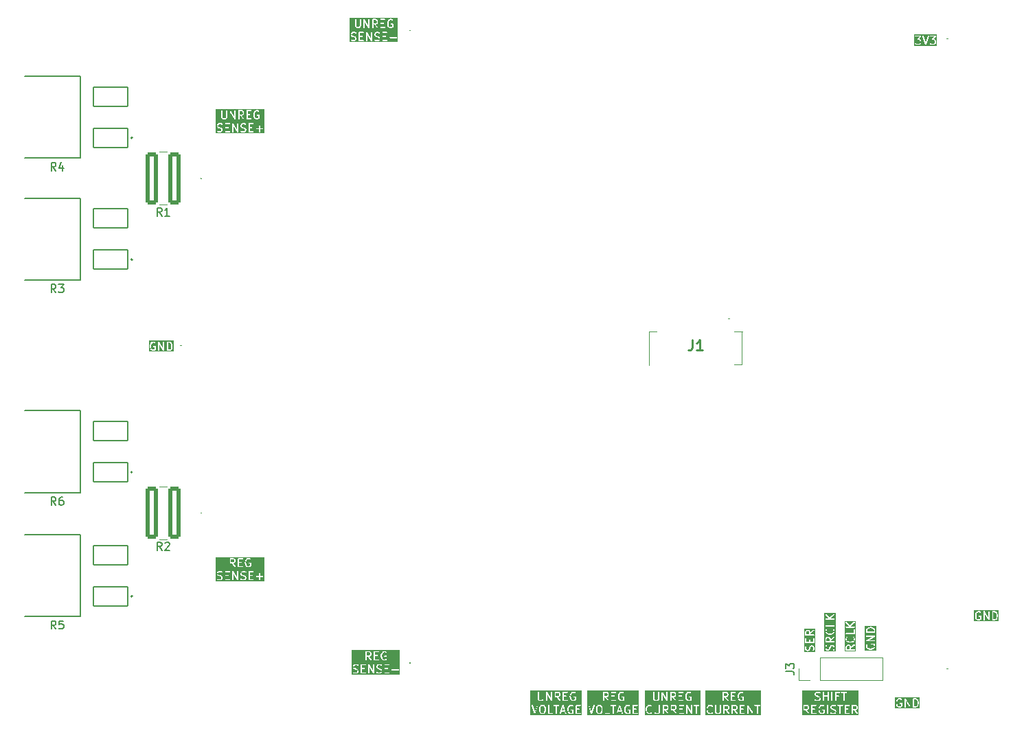
<source format=gbr>
%TF.GenerationSoftware,KiCad,Pcbnew,9.0.3*%
%TF.CreationDate,2025-10-13T23:01:42-05:00*%
%TF.ProjectId,SuppMonTester,53757070-4d6f-46e5-9465-737465722e6b,rev?*%
%TF.SameCoordinates,Original*%
%TF.FileFunction,Legend,Top*%
%TF.FilePolarity,Positive*%
%FSLAX46Y46*%
G04 Gerber Fmt 4.6, Leading zero omitted, Abs format (unit mm)*
G04 Created by KiCad (PCBNEW 9.0.3) date 2025-10-13 23:01:42*
%MOMM*%
%LPD*%
G01*
G04 APERTURE LIST*
G04 Aperture macros list*
%AMRoundRect*
0 Rectangle with rounded corners*
0 $1 Rounding radius*
0 $2 $3 $4 $5 $6 $7 $8 $9 X,Y pos of 4 corners*
0 Add a 4 corners polygon primitive as box body*
4,1,4,$2,$3,$4,$5,$6,$7,$8,$9,$2,$3,0*
0 Add four circle primitives for the rounded corners*
1,1,$1+$1,$2,$3*
1,1,$1+$1,$4,$5*
1,1,$1+$1,$6,$7*
1,1,$1+$1,$8,$9*
0 Add four rect primitives between the rounded corners*
20,1,$1+$1,$2,$3,$4,$5,0*
20,1,$1+$1,$4,$5,$6,$7,0*
20,1,$1+$1,$6,$7,$8,$9,0*
20,1,$1+$1,$8,$9,$2,$3,0*%
%AMFreePoly0*
4,1,7,1.500000,0.866025,1.500000,-0.866025,0.000000,-1.732051,-1.500000,-0.866025,-1.500000,0.866025,0.000000,1.732051,1.500000,0.866025,1.500000,0.866025,$1*%
G04 Aperture macros list end*
%ADD10C,0.150000*%
%ADD11C,0.254000*%
%ADD12C,0.100000*%
%ADD13C,0.120000*%
%ADD14C,0.127000*%
%ADD15C,0.200000*%
%ADD16C,0.010000*%
%ADD17C,6.400000*%
%ADD18C,8.115000*%
%ADD19R,1.700000X1.700000*%
%ADD20C,1.700000*%
%ADD21FreePoly0,0.000000*%
%ADD22RoundRect,0.250001X0.487499X2.974999X-0.487499X2.974999X-0.487499X-2.974999X0.487499X-2.974999X0*%
%ADD23RoundRect,0.102000X2.115000X1.200000X-2.115000X1.200000X-2.115000X-1.200000X2.115000X-1.200000X0*%
%ADD24R,0.550000X1.800000*%
G04 APERTURE END LIST*
D10*
G36*
X140690547Y-118285049D02*
G01*
X140767534Y-118323543D01*
X140841648Y-118397656D01*
X140879819Y-118512169D01*
X140879819Y-118663094D01*
X140029819Y-118663094D01*
X140029819Y-118512169D01*
X140067990Y-118397655D01*
X140142103Y-118323543D01*
X140219090Y-118285049D01*
X140392624Y-118241666D01*
X140517013Y-118241666D01*
X140690547Y-118285049D01*
G37*
G36*
X141140930Y-121019443D02*
G01*
X139768708Y-121019443D01*
X139768708Y-120357142D01*
X139879819Y-120357142D01*
X139879819Y-120499999D01*
X139880548Y-120507404D01*
X139880408Y-120509379D01*
X139880998Y-120511976D01*
X139881260Y-120514631D01*
X139882018Y-120516462D01*
X139883668Y-120523716D01*
X139931287Y-120666573D01*
X139937281Y-120679998D01*
X139939046Y-120682033D01*
X139940078Y-120684524D01*
X139949405Y-120695889D01*
X140044643Y-120791127D01*
X140050393Y-120795847D01*
X140051692Y-120797344D01*
X140053946Y-120798763D01*
X140056008Y-120800455D01*
X140057840Y-120801213D01*
X140064135Y-120805176D01*
X140159373Y-120852795D01*
X140160442Y-120853204D01*
X140160878Y-120853527D01*
X140167014Y-120855719D01*
X140173104Y-120858050D01*
X140173644Y-120858088D01*
X140174724Y-120858474D01*
X140365200Y-120906093D01*
X140367736Y-120906468D01*
X140368758Y-120906891D01*
X140374270Y-120907433D01*
X140379744Y-120908243D01*
X140380836Y-120908080D01*
X140383390Y-120908332D01*
X140526247Y-120908332D01*
X140528800Y-120908080D01*
X140529893Y-120908243D01*
X140535366Y-120907433D01*
X140540879Y-120906891D01*
X140541900Y-120906468D01*
X140544437Y-120906093D01*
X140734913Y-120858474D01*
X140735992Y-120858088D01*
X140736532Y-120858050D01*
X140742613Y-120855722D01*
X140748759Y-120853527D01*
X140749194Y-120853204D01*
X140750264Y-120852795D01*
X140845502Y-120805176D01*
X140851798Y-120801212D01*
X140853628Y-120800455D01*
X140855686Y-120798765D01*
X140857945Y-120797344D01*
X140859244Y-120795845D01*
X140864994Y-120791127D01*
X140960233Y-120695889D01*
X140969561Y-120684524D01*
X140970592Y-120682033D01*
X140972357Y-120679999D01*
X140978351Y-120666573D01*
X141025970Y-120523717D01*
X141027619Y-120516461D01*
X141028378Y-120514631D01*
X141028639Y-120511977D01*
X141029230Y-120509380D01*
X141029089Y-120507405D01*
X141029819Y-120499999D01*
X141029819Y-120404761D01*
X141029089Y-120397354D01*
X141029230Y-120395380D01*
X141028639Y-120392782D01*
X141028378Y-120390129D01*
X141027619Y-120388298D01*
X141025970Y-120381043D01*
X140978351Y-120238187D01*
X140972357Y-120224761D01*
X140970590Y-120222724D01*
X140969560Y-120220236D01*
X140960232Y-120208870D01*
X140912612Y-120161251D01*
X140901247Y-120151924D01*
X140885410Y-120145364D01*
X140874212Y-120140726D01*
X140859580Y-120139285D01*
X140526247Y-120139285D01*
X140511615Y-120140726D01*
X140484579Y-120151925D01*
X140463887Y-120172617D01*
X140452688Y-120199653D01*
X140451247Y-120214285D01*
X140451247Y-120404761D01*
X140452688Y-120419393D01*
X140463887Y-120446429D01*
X140484579Y-120467121D01*
X140511615Y-120478320D01*
X140540879Y-120478320D01*
X140567915Y-120467121D01*
X140588607Y-120446429D01*
X140599806Y-120419393D01*
X140601247Y-120404761D01*
X140601247Y-120289285D01*
X140828514Y-120289285D01*
X140841648Y-120302418D01*
X140879819Y-120416931D01*
X140879819Y-120487829D01*
X140841648Y-120602341D01*
X140767534Y-120676454D01*
X140690547Y-120714948D01*
X140517013Y-120758332D01*
X140392624Y-120758332D01*
X140219090Y-120714948D01*
X140142103Y-120676455D01*
X140067990Y-120602342D01*
X140029819Y-120487828D01*
X140029819Y-120374847D01*
X140069520Y-120295445D01*
X140074775Y-120281714D01*
X140076849Y-120252524D01*
X140067595Y-120224762D01*
X140048422Y-120202655D01*
X140022247Y-120189567D01*
X139993057Y-120187493D01*
X139965296Y-120196747D01*
X139943188Y-120215920D01*
X139935356Y-120228363D01*
X139887737Y-120323601D01*
X139882482Y-120337333D01*
X139882291Y-120340020D01*
X139881260Y-120342510D01*
X139879819Y-120357142D01*
X139768708Y-120357142D01*
X139768708Y-119780474D01*
X139880002Y-119780474D01*
X139881260Y-119790370D01*
X139881260Y-119800345D01*
X139883089Y-119804760D01*
X139883692Y-119809504D01*
X139888642Y-119818168D01*
X139892459Y-119827381D01*
X139895837Y-119830759D01*
X139898211Y-119834913D01*
X139906100Y-119841022D01*
X139913151Y-119848073D01*
X139917567Y-119849902D01*
X139921348Y-119852830D01*
X139930971Y-119855454D01*
X139940187Y-119859272D01*
X139947669Y-119860008D01*
X139949580Y-119860530D01*
X139951055Y-119860342D01*
X139954819Y-119860713D01*
X140954819Y-119860713D01*
X140969451Y-119859272D01*
X140996487Y-119848073D01*
X141017179Y-119827381D01*
X141028378Y-119800345D01*
X141028378Y-119771081D01*
X141017179Y-119744045D01*
X140996487Y-119723353D01*
X140969451Y-119712154D01*
X140954819Y-119710713D01*
X140237236Y-119710713D01*
X140992030Y-119279403D01*
X140995114Y-119277213D01*
X140996487Y-119276645D01*
X140997884Y-119275247D01*
X141004019Y-119270893D01*
X141010127Y-119263004D01*
X141017179Y-119255953D01*
X141019009Y-119251534D01*
X141021936Y-119247755D01*
X141024560Y-119238133D01*
X141028378Y-119228917D01*
X141028378Y-119224136D01*
X141029636Y-119219524D01*
X141028378Y-119209627D01*
X141028378Y-119199653D01*
X141026548Y-119195237D01*
X141025946Y-119190494D01*
X141020995Y-119181829D01*
X141017179Y-119172617D01*
X141013800Y-119169238D01*
X141011427Y-119165085D01*
X141003537Y-119158975D01*
X140996487Y-119151925D01*
X140992070Y-119150095D01*
X140988290Y-119147168D01*
X140978666Y-119144543D01*
X140969451Y-119140726D01*
X140961968Y-119139989D01*
X140960058Y-119139468D01*
X140958582Y-119139655D01*
X140954819Y-119139285D01*
X139954819Y-119139285D01*
X139940187Y-119140726D01*
X139913151Y-119151925D01*
X139892459Y-119172617D01*
X139881260Y-119199653D01*
X139881260Y-119228917D01*
X139892459Y-119255953D01*
X139913151Y-119276645D01*
X139940187Y-119287844D01*
X139954819Y-119289285D01*
X140672402Y-119289285D01*
X139917609Y-119720595D01*
X139914525Y-119722783D01*
X139913151Y-119723353D01*
X139911751Y-119724752D01*
X139905619Y-119729105D01*
X139899509Y-119736994D01*
X139892459Y-119744045D01*
X139890629Y-119748461D01*
X139887702Y-119752242D01*
X139885077Y-119761865D01*
X139881260Y-119771081D01*
X139881260Y-119775861D01*
X139880002Y-119780474D01*
X139768708Y-119780474D01*
X139768708Y-118499999D01*
X139879819Y-118499999D01*
X139879819Y-118738094D01*
X139881260Y-118752726D01*
X139892459Y-118779762D01*
X139913151Y-118800454D01*
X139940187Y-118811653D01*
X139954819Y-118813094D01*
X140954819Y-118813094D01*
X140969451Y-118811653D01*
X140996487Y-118800454D01*
X141017179Y-118779762D01*
X141028378Y-118752726D01*
X141029819Y-118738094D01*
X141029819Y-118499999D01*
X141029089Y-118492592D01*
X141029230Y-118490618D01*
X141028639Y-118488020D01*
X141028378Y-118485367D01*
X141027619Y-118483536D01*
X141025970Y-118476281D01*
X140978351Y-118333425D01*
X140972357Y-118319999D01*
X140970592Y-118317964D01*
X140969561Y-118315474D01*
X140960233Y-118304109D01*
X140864994Y-118208871D01*
X140859244Y-118204152D01*
X140857945Y-118202654D01*
X140855686Y-118201232D01*
X140853628Y-118199543D01*
X140851798Y-118198785D01*
X140845502Y-118194822D01*
X140750264Y-118147203D01*
X140749194Y-118146793D01*
X140748759Y-118146471D01*
X140742613Y-118144275D01*
X140736532Y-118141948D01*
X140735992Y-118141909D01*
X140734913Y-118141524D01*
X140544437Y-118093905D01*
X140541900Y-118093529D01*
X140540879Y-118093107D01*
X140535366Y-118092564D01*
X140529893Y-118091755D01*
X140528800Y-118091917D01*
X140526247Y-118091666D01*
X140383390Y-118091666D01*
X140380836Y-118091917D01*
X140379744Y-118091755D01*
X140374270Y-118092564D01*
X140368758Y-118093107D01*
X140367736Y-118093529D01*
X140365200Y-118093905D01*
X140174724Y-118141524D01*
X140173644Y-118141909D01*
X140173104Y-118141948D01*
X140167014Y-118144278D01*
X140160878Y-118146471D01*
X140160442Y-118146793D01*
X140159373Y-118147203D01*
X140064135Y-118194822D01*
X140057840Y-118198784D01*
X140056008Y-118199543D01*
X140053946Y-118201234D01*
X140051692Y-118202654D01*
X140050393Y-118204150D01*
X140044643Y-118208871D01*
X139949405Y-118304109D01*
X139940078Y-118315474D01*
X139939046Y-118317964D01*
X139937281Y-118320000D01*
X139931287Y-118333425D01*
X139883668Y-118476282D01*
X139882018Y-118483535D01*
X139881260Y-118485367D01*
X139880998Y-118488021D01*
X139880408Y-118490619D01*
X139880548Y-118492593D01*
X139879819Y-118499999D01*
X139768708Y-118499999D01*
X139768708Y-117980555D01*
X141140930Y-117980555D01*
X141140930Y-121019443D01*
G37*
G36*
X148626587Y-46390930D02*
G01*
X145827235Y-46390930D01*
X145827235Y-45190187D01*
X145938346Y-45190187D01*
X145938346Y-45219451D01*
X145949545Y-45246487D01*
X145970237Y-45267179D01*
X145997273Y-45278378D01*
X146011905Y-45279819D01*
X146465670Y-45279819D01*
X146241176Y-45536383D01*
X146236654Y-45542707D01*
X146235259Y-45544103D01*
X146234710Y-45545426D01*
X146232625Y-45548344D01*
X146228723Y-45559881D01*
X146224060Y-45571139D01*
X146224060Y-45573669D01*
X146223250Y-45576065D01*
X146224060Y-45588218D01*
X146224060Y-45600403D01*
X146225027Y-45602739D01*
X146225196Y-45605263D01*
X146230598Y-45616188D01*
X146235259Y-45627439D01*
X146237045Y-45629225D01*
X146238168Y-45631495D01*
X146247340Y-45639520D01*
X146255951Y-45648131D01*
X146258287Y-45649099D01*
X146260192Y-45650765D01*
X146271729Y-45654666D01*
X146282987Y-45659330D01*
X146286557Y-45659681D01*
X146287913Y-45660140D01*
X146289880Y-45660008D01*
X146297619Y-45660771D01*
X146422771Y-45660771D01*
X146491287Y-45695029D01*
X146521694Y-45725436D01*
X146555952Y-45793952D01*
X146555952Y-45996637D01*
X146521693Y-46065153D01*
X146491286Y-46095561D01*
X146422771Y-46129819D01*
X146172467Y-46129819D01*
X146103951Y-46095561D01*
X146064939Y-46056548D01*
X146053573Y-46047220D01*
X146026537Y-46036021D01*
X145997274Y-46036021D01*
X145970238Y-46047219D01*
X145949545Y-46067912D01*
X145938346Y-46094948D01*
X145938346Y-46124211D01*
X145949544Y-46151247D01*
X145958871Y-46162612D01*
X146006490Y-46210232D01*
X146012239Y-46214950D01*
X146013540Y-46216450D01*
X146015799Y-46217872D01*
X146017856Y-46219560D01*
X146019683Y-46220317D01*
X146025983Y-46224282D01*
X146121221Y-46271901D01*
X146134952Y-46277156D01*
X146137641Y-46277347D01*
X146140130Y-46278378D01*
X146154762Y-46279819D01*
X146440476Y-46279819D01*
X146455108Y-46278378D01*
X146457597Y-46277346D01*
X146460285Y-46277156D01*
X146474017Y-46271901D01*
X146569255Y-46224282D01*
X146575554Y-46220317D01*
X146577382Y-46219560D01*
X146579438Y-46217872D01*
X146581698Y-46216450D01*
X146582998Y-46214950D01*
X146588748Y-46210232D01*
X146636366Y-46162613D01*
X146641084Y-46156863D01*
X146642583Y-46155564D01*
X146644004Y-46153305D01*
X146645694Y-46151247D01*
X146646451Y-46149417D01*
X146650415Y-46143121D01*
X146698034Y-46047883D01*
X146703289Y-46034152D01*
X146703480Y-46031462D01*
X146704511Y-46028974D01*
X146705952Y-46014342D01*
X146705952Y-45776247D01*
X146704511Y-45761615D01*
X146703480Y-45759126D01*
X146703289Y-45756437D01*
X146698034Y-45742706D01*
X146650415Y-45647468D01*
X146646450Y-45641168D01*
X146645693Y-45639341D01*
X146644004Y-45637284D01*
X146642583Y-45635025D01*
X146641084Y-45633725D01*
X146636366Y-45627976D01*
X146588747Y-45580357D01*
X146582997Y-45575638D01*
X146581698Y-45574140D01*
X146579438Y-45572718D01*
X146577382Y-45571030D01*
X146575554Y-45570272D01*
X146569255Y-45566308D01*
X146474017Y-45518689D01*
X146460499Y-45513516D01*
X146687395Y-45254207D01*
X146691916Y-45247882D01*
X146693312Y-45246487D01*
X146693860Y-45245163D01*
X146695946Y-45242246D01*
X146699847Y-45230708D01*
X146704511Y-45219451D01*
X146704511Y-45216920D01*
X146705321Y-45214525D01*
X146705299Y-45214199D01*
X146842256Y-45214199D01*
X146845516Y-45228536D01*
X147178849Y-46228536D01*
X147184843Y-46241961D01*
X147188353Y-46246008D01*
X147190750Y-46250802D01*
X147197858Y-46256967D01*
X147204017Y-46264068D01*
X147208806Y-46266462D01*
X147212857Y-46269976D01*
X147221782Y-46272950D01*
X147230190Y-46277155D01*
X147235534Y-46277534D01*
X147240620Y-46279230D01*
X147250000Y-46278563D01*
X147259380Y-46279230D01*
X147264465Y-46277534D01*
X147269810Y-46277155D01*
X147278220Y-46272949D01*
X147287142Y-46269976D01*
X147291189Y-46266465D01*
X147295983Y-46264069D01*
X147302146Y-46256963D01*
X147309250Y-46250802D01*
X147311645Y-46246010D01*
X147315157Y-46241962D01*
X147321151Y-46228536D01*
X147654484Y-45228536D01*
X147657744Y-45214200D01*
X147656037Y-45190187D01*
X147747870Y-45190187D01*
X147747870Y-45219451D01*
X147759069Y-45246487D01*
X147779761Y-45267179D01*
X147806797Y-45278378D01*
X147821429Y-45279819D01*
X148275194Y-45279819D01*
X148050700Y-45536383D01*
X148046178Y-45542707D01*
X148044783Y-45544103D01*
X148044234Y-45545426D01*
X148042149Y-45548344D01*
X148038247Y-45559881D01*
X148033584Y-45571139D01*
X148033584Y-45573669D01*
X148032774Y-45576065D01*
X148033584Y-45588218D01*
X148033584Y-45600403D01*
X148034551Y-45602739D01*
X148034720Y-45605263D01*
X148040122Y-45616188D01*
X148044783Y-45627439D01*
X148046569Y-45629225D01*
X148047692Y-45631495D01*
X148056864Y-45639520D01*
X148065475Y-45648131D01*
X148067811Y-45649099D01*
X148069716Y-45650765D01*
X148081253Y-45654666D01*
X148092511Y-45659330D01*
X148096081Y-45659681D01*
X148097437Y-45660140D01*
X148099404Y-45660008D01*
X148107143Y-45660771D01*
X148232295Y-45660771D01*
X148300811Y-45695029D01*
X148331218Y-45725436D01*
X148365476Y-45793952D01*
X148365476Y-45996637D01*
X148331217Y-46065153D01*
X148300810Y-46095561D01*
X148232295Y-46129819D01*
X147981991Y-46129819D01*
X147913475Y-46095561D01*
X147874463Y-46056548D01*
X147863097Y-46047220D01*
X147836061Y-46036021D01*
X147806798Y-46036021D01*
X147779762Y-46047219D01*
X147759069Y-46067912D01*
X147747870Y-46094948D01*
X147747870Y-46124211D01*
X147759068Y-46151247D01*
X147768395Y-46162612D01*
X147816014Y-46210232D01*
X147821763Y-46214950D01*
X147823064Y-46216450D01*
X147825323Y-46217872D01*
X147827380Y-46219560D01*
X147829207Y-46220317D01*
X147835507Y-46224282D01*
X147930745Y-46271901D01*
X147944476Y-46277156D01*
X147947165Y-46277347D01*
X147949654Y-46278378D01*
X147964286Y-46279819D01*
X148250000Y-46279819D01*
X148264632Y-46278378D01*
X148267121Y-46277346D01*
X148269809Y-46277156D01*
X148283541Y-46271901D01*
X148378779Y-46224282D01*
X148385078Y-46220317D01*
X148386906Y-46219560D01*
X148388962Y-46217872D01*
X148391222Y-46216450D01*
X148392522Y-46214950D01*
X148398272Y-46210232D01*
X148445890Y-46162613D01*
X148450608Y-46156863D01*
X148452107Y-46155564D01*
X148453528Y-46153305D01*
X148455218Y-46151247D01*
X148455975Y-46149417D01*
X148459939Y-46143121D01*
X148507558Y-46047883D01*
X148512813Y-46034152D01*
X148513004Y-46031462D01*
X148514035Y-46028974D01*
X148515476Y-46014342D01*
X148515476Y-45776247D01*
X148514035Y-45761615D01*
X148513004Y-45759126D01*
X148512813Y-45756437D01*
X148507558Y-45742706D01*
X148459939Y-45647468D01*
X148455974Y-45641168D01*
X148455217Y-45639341D01*
X148453528Y-45637284D01*
X148452107Y-45635025D01*
X148450608Y-45633725D01*
X148445890Y-45627976D01*
X148398271Y-45580357D01*
X148392521Y-45575638D01*
X148391222Y-45574140D01*
X148388962Y-45572718D01*
X148386906Y-45571030D01*
X148385078Y-45570272D01*
X148378779Y-45566308D01*
X148283541Y-45518689D01*
X148270023Y-45513516D01*
X148496919Y-45254207D01*
X148501440Y-45247882D01*
X148502836Y-45246487D01*
X148503384Y-45245163D01*
X148505470Y-45242246D01*
X148509371Y-45230708D01*
X148514035Y-45219451D01*
X148514035Y-45216920D01*
X148514845Y-45214525D01*
X148514035Y-45202371D01*
X148514035Y-45190187D01*
X148513067Y-45187850D01*
X148512899Y-45185327D01*
X148507496Y-45174401D01*
X148502836Y-45163151D01*
X148501049Y-45161364D01*
X148499927Y-45159095D01*
X148490754Y-45151069D01*
X148482144Y-45142459D01*
X148479807Y-45141490D01*
X148477903Y-45139825D01*
X148466365Y-45135923D01*
X148455108Y-45131260D01*
X148451537Y-45130908D01*
X148450182Y-45130450D01*
X148448214Y-45130581D01*
X148440476Y-45129819D01*
X147821429Y-45129819D01*
X147806797Y-45131260D01*
X147779761Y-45142459D01*
X147759069Y-45163151D01*
X147747870Y-45190187D01*
X147656037Y-45190187D01*
X147655669Y-45185010D01*
X147642583Y-45158836D01*
X147620475Y-45139662D01*
X147592713Y-45130408D01*
X147563523Y-45132483D01*
X147537350Y-45145570D01*
X147518176Y-45167677D01*
X147512182Y-45181102D01*
X147250000Y-45967648D01*
X146987818Y-45181102D01*
X146981824Y-45167676D01*
X146962650Y-45145569D01*
X146936477Y-45132483D01*
X146907287Y-45130408D01*
X146879524Y-45139662D01*
X146857417Y-45158836D01*
X146844331Y-45185009D01*
X146842256Y-45214199D01*
X146705299Y-45214199D01*
X146704511Y-45202371D01*
X146704511Y-45190187D01*
X146703543Y-45187850D01*
X146703375Y-45185327D01*
X146697972Y-45174401D01*
X146693312Y-45163151D01*
X146691525Y-45161364D01*
X146690403Y-45159095D01*
X146681230Y-45151069D01*
X146672620Y-45142459D01*
X146670283Y-45141490D01*
X146668379Y-45139825D01*
X146656841Y-45135923D01*
X146645584Y-45131260D01*
X146642013Y-45130908D01*
X146640658Y-45130450D01*
X146638690Y-45130581D01*
X146630952Y-45129819D01*
X146011905Y-45129819D01*
X145997273Y-45131260D01*
X145970237Y-45142459D01*
X145949545Y-45163151D01*
X145938346Y-45190187D01*
X145827235Y-45190187D01*
X145827235Y-45018708D01*
X148626587Y-45018708D01*
X148626587Y-46390930D01*
G37*
G36*
X155852343Y-116317990D02*
G01*
X155926456Y-116392103D01*
X155964949Y-116469090D01*
X156008333Y-116642624D01*
X156008333Y-116767013D01*
X155964949Y-116940547D01*
X155926455Y-117017534D01*
X155852343Y-117091647D01*
X155737830Y-117129819D01*
X155586905Y-117129819D01*
X155586905Y-116279819D01*
X155737830Y-116279819D01*
X155852343Y-116317990D01*
G37*
G36*
X156269444Y-117390930D02*
G01*
X153230556Y-117390930D01*
X153230556Y-116633390D01*
X153341667Y-116633390D01*
X153341667Y-116776247D01*
X153341918Y-116778800D01*
X153341756Y-116779893D01*
X153342565Y-116785366D01*
X153343108Y-116790879D01*
X153343530Y-116791900D01*
X153343906Y-116794437D01*
X153391525Y-116984913D01*
X153391910Y-116985992D01*
X153391949Y-116986532D01*
X153394276Y-116992613D01*
X153396472Y-116998759D01*
X153396794Y-116999194D01*
X153397204Y-117000264D01*
X153444823Y-117095502D01*
X153448786Y-117101798D01*
X153449544Y-117103628D01*
X153451233Y-117105686D01*
X153452655Y-117107945D01*
X153454153Y-117109244D01*
X153458872Y-117114994D01*
X153554110Y-117210233D01*
X153565475Y-117219561D01*
X153567965Y-117220592D01*
X153570000Y-117222357D01*
X153583426Y-117228351D01*
X153726282Y-117275970D01*
X153733537Y-117277619D01*
X153735368Y-117278378D01*
X153738021Y-117278639D01*
X153740619Y-117279230D01*
X153742593Y-117279089D01*
X153750000Y-117279819D01*
X153845238Y-117279819D01*
X153852643Y-117279089D01*
X153854618Y-117279230D01*
X153857215Y-117278639D01*
X153859870Y-117278378D01*
X153861701Y-117277619D01*
X153868955Y-117275970D01*
X154011812Y-117228351D01*
X154025237Y-117222357D01*
X154027272Y-117220591D01*
X154029763Y-117219560D01*
X154041129Y-117210232D01*
X154088747Y-117162613D01*
X154098075Y-117151247D01*
X154105356Y-117133668D01*
X154109273Y-117124212D01*
X154110714Y-117109580D01*
X154110714Y-116776247D01*
X154109273Y-116761615D01*
X154098074Y-116734579D01*
X154077382Y-116713887D01*
X154050346Y-116702688D01*
X154035714Y-116701247D01*
X153845238Y-116701247D01*
X153830606Y-116702688D01*
X153803570Y-116713887D01*
X153782878Y-116734579D01*
X153771679Y-116761615D01*
X153771679Y-116790879D01*
X153782878Y-116817915D01*
X153803570Y-116838607D01*
X153830606Y-116849806D01*
X153845238Y-116851247D01*
X153960714Y-116851247D01*
X153960714Y-117078514D01*
X153947581Y-117091647D01*
X153833068Y-117129819D01*
X153762170Y-117129819D01*
X153647657Y-117091648D01*
X153573544Y-117017534D01*
X153535050Y-116940547D01*
X153491667Y-116767013D01*
X153491667Y-116642624D01*
X153535050Y-116469090D01*
X153573544Y-116392103D01*
X153647657Y-116317990D01*
X153762170Y-116279819D01*
X153875152Y-116279819D01*
X153954554Y-116319520D01*
X153968285Y-116324775D01*
X153997475Y-116326849D01*
X154025237Y-116317595D01*
X154047344Y-116298422D01*
X154060432Y-116272247D01*
X154062506Y-116243057D01*
X154053252Y-116215296D01*
X154044166Y-116204819D01*
X154389286Y-116204819D01*
X154389286Y-117204819D01*
X154390727Y-117219451D01*
X154401926Y-117246487D01*
X154422618Y-117267179D01*
X154449654Y-117278378D01*
X154478918Y-117278378D01*
X154505954Y-117267179D01*
X154526646Y-117246487D01*
X154537845Y-117219451D01*
X154539286Y-117204819D01*
X154539286Y-116487235D01*
X154970596Y-117242030D01*
X154972785Y-117245114D01*
X154973354Y-117246487D01*
X154974751Y-117247884D01*
X154979106Y-117254019D01*
X154986994Y-117260127D01*
X154994046Y-117267179D01*
X154998464Y-117269009D01*
X155002244Y-117271936D01*
X155011865Y-117274560D01*
X155021082Y-117278378D01*
X155025863Y-117278378D01*
X155030475Y-117279636D01*
X155040372Y-117278378D01*
X155050346Y-117278378D01*
X155054761Y-117276548D01*
X155059505Y-117275946D01*
X155068169Y-117270995D01*
X155077382Y-117267179D01*
X155080760Y-117263800D01*
X155084914Y-117261427D01*
X155091023Y-117253537D01*
X155098074Y-117246487D01*
X155099903Y-117242070D01*
X155102831Y-117238290D01*
X155105455Y-117228666D01*
X155109273Y-117219451D01*
X155110009Y-117211968D01*
X155110531Y-117210058D01*
X155110343Y-117208582D01*
X155110714Y-117204819D01*
X155110714Y-116204819D01*
X155436905Y-116204819D01*
X155436905Y-117204819D01*
X155438346Y-117219451D01*
X155449545Y-117246487D01*
X155470237Y-117267179D01*
X155497273Y-117278378D01*
X155511905Y-117279819D01*
X155750000Y-117279819D01*
X155757405Y-117279089D01*
X155759380Y-117279230D01*
X155761977Y-117278639D01*
X155764632Y-117278378D01*
X155766463Y-117277619D01*
X155773717Y-117275970D01*
X155916574Y-117228351D01*
X155929999Y-117222357D01*
X155932034Y-117220591D01*
X155934525Y-117219560D01*
X155945890Y-117210233D01*
X156041129Y-117114993D01*
X156045846Y-117109244D01*
X156047345Y-117107945D01*
X156048766Y-117105686D01*
X156050456Y-117103628D01*
X156051213Y-117101798D01*
X156055177Y-117095502D01*
X156102796Y-117000264D01*
X156103205Y-116999194D01*
X156103528Y-116998759D01*
X156105720Y-116992622D01*
X156108051Y-116986533D01*
X156108089Y-116985992D01*
X156108475Y-116984913D01*
X156156094Y-116794437D01*
X156156469Y-116791900D01*
X156156892Y-116790879D01*
X156157434Y-116785366D01*
X156158244Y-116779893D01*
X156158081Y-116778800D01*
X156158333Y-116776247D01*
X156158333Y-116633390D01*
X156158081Y-116630836D01*
X156158244Y-116629744D01*
X156157434Y-116624270D01*
X156156892Y-116618758D01*
X156156469Y-116617736D01*
X156156094Y-116615200D01*
X156108475Y-116424724D01*
X156108089Y-116423644D01*
X156108051Y-116423104D01*
X156105720Y-116417014D01*
X156103528Y-116410878D01*
X156103205Y-116410442D01*
X156102796Y-116409373D01*
X156055177Y-116314135D01*
X156051214Y-116307840D01*
X156050456Y-116306008D01*
X156048764Y-116303946D01*
X156047345Y-116301692D01*
X156045848Y-116300393D01*
X156041128Y-116294643D01*
X155945890Y-116199405D01*
X155934525Y-116190078D01*
X155932034Y-116189046D01*
X155929999Y-116187281D01*
X155916574Y-116181287D01*
X155773717Y-116133668D01*
X155766463Y-116132018D01*
X155764632Y-116131260D01*
X155761977Y-116130998D01*
X155759380Y-116130408D01*
X155757405Y-116130548D01*
X155750000Y-116129819D01*
X155511905Y-116129819D01*
X155497273Y-116131260D01*
X155470237Y-116142459D01*
X155449545Y-116163151D01*
X155438346Y-116190187D01*
X155436905Y-116204819D01*
X155110714Y-116204819D01*
X155109273Y-116190187D01*
X155098074Y-116163151D01*
X155077382Y-116142459D01*
X155050346Y-116131260D01*
X155021082Y-116131260D01*
X154994046Y-116142459D01*
X154973354Y-116163151D01*
X154962155Y-116190187D01*
X154960714Y-116204819D01*
X154960714Y-116922402D01*
X154529404Y-116167609D01*
X154527215Y-116164525D01*
X154526646Y-116163151D01*
X154525246Y-116161751D01*
X154520894Y-116155619D01*
X154513004Y-116149509D01*
X154505954Y-116142459D01*
X154501537Y-116140629D01*
X154497757Y-116137702D01*
X154488133Y-116135077D01*
X154478918Y-116131260D01*
X154474137Y-116131260D01*
X154469525Y-116130002D01*
X154459628Y-116131260D01*
X154449654Y-116131260D01*
X154445238Y-116133089D01*
X154440495Y-116133692D01*
X154431830Y-116138642D01*
X154422618Y-116142459D01*
X154419239Y-116145837D01*
X154415086Y-116148211D01*
X154408976Y-116156100D01*
X154401926Y-116163151D01*
X154400096Y-116167567D01*
X154397169Y-116171348D01*
X154394544Y-116180971D01*
X154390727Y-116190187D01*
X154389990Y-116197669D01*
X154389469Y-116199580D01*
X154389656Y-116201055D01*
X154389286Y-116204819D01*
X154044166Y-116204819D01*
X154034079Y-116193188D01*
X154021636Y-116185356D01*
X153926398Y-116137737D01*
X153912666Y-116132482D01*
X153909978Y-116132291D01*
X153907489Y-116131260D01*
X153892857Y-116129819D01*
X153750000Y-116129819D01*
X153742593Y-116130548D01*
X153740619Y-116130408D01*
X153738021Y-116130998D01*
X153735368Y-116131260D01*
X153733537Y-116132018D01*
X153726282Y-116133668D01*
X153583426Y-116181287D01*
X153570000Y-116187281D01*
X153567965Y-116189045D01*
X153565475Y-116190077D01*
X153554110Y-116199405D01*
X153458872Y-116294643D01*
X153454153Y-116300392D01*
X153452655Y-116301692D01*
X153451233Y-116303951D01*
X153449545Y-116306008D01*
X153448787Y-116307835D01*
X153444823Y-116314135D01*
X153397204Y-116409373D01*
X153396794Y-116410442D01*
X153396472Y-116410878D01*
X153394276Y-116417023D01*
X153391949Y-116423105D01*
X153391910Y-116423644D01*
X153391525Y-116424724D01*
X153343906Y-116615200D01*
X153343530Y-116617736D01*
X153343108Y-116618758D01*
X153342565Y-116624270D01*
X153341756Y-116629744D01*
X153341918Y-116630836D01*
X153341667Y-116633390D01*
X153230556Y-116633390D01*
X153230556Y-116018708D01*
X156269444Y-116018708D01*
X156269444Y-117390930D01*
G37*
G36*
X107157953Y-127869049D02*
G01*
X107229895Y-127940991D01*
X107270237Y-128102358D01*
X107270237Y-128417223D01*
X107229895Y-128578589D01*
X107157952Y-128650533D01*
X107089437Y-128684791D01*
X106934371Y-128684791D01*
X106865855Y-128650533D01*
X106793912Y-128578589D01*
X106753571Y-128417223D01*
X106753571Y-128102358D01*
X106793912Y-127940991D01*
X106865855Y-127869049D01*
X106934371Y-127834791D01*
X107089437Y-127834791D01*
X107157953Y-127869049D01*
G37*
G36*
X109669752Y-128399076D02*
G01*
X109401676Y-128399076D01*
X109535714Y-127996961D01*
X109669752Y-128399076D01*
G37*
G36*
X107967477Y-126259105D02*
G01*
X107997884Y-126289512D01*
X108032142Y-126358028D01*
X108032142Y-126465475D01*
X107997884Y-126533991D01*
X107967477Y-126564398D01*
X107898961Y-126598656D01*
X107610714Y-126598656D01*
X107610714Y-126224847D01*
X107898961Y-126224847D01*
X107967477Y-126259105D01*
G37*
G36*
X111863241Y-128945902D02*
G01*
X105540668Y-128945902D01*
X105540668Y-127769171D01*
X105651779Y-127769171D01*
X105655039Y-127783508D01*
X105988372Y-128783508D01*
X105994366Y-128796933D01*
X105997876Y-128800980D01*
X106000273Y-128805774D01*
X106007381Y-128811939D01*
X106013540Y-128819040D01*
X106018329Y-128821434D01*
X106022380Y-128824948D01*
X106031305Y-128827922D01*
X106039713Y-128832127D01*
X106045057Y-128832506D01*
X106050143Y-128834202D01*
X106059523Y-128833535D01*
X106068903Y-128834202D01*
X106073988Y-128832506D01*
X106079333Y-128832127D01*
X106087743Y-128827921D01*
X106096665Y-128824948D01*
X106100712Y-128821437D01*
X106105506Y-128819041D01*
X106111669Y-128811935D01*
X106118773Y-128805774D01*
X106121168Y-128800982D01*
X106124680Y-128796934D01*
X106130674Y-128783508D01*
X106360802Y-128093124D01*
X106603571Y-128093124D01*
X106603571Y-128426457D01*
X106603822Y-128429010D01*
X106603660Y-128430103D01*
X106604469Y-128435576D01*
X106605012Y-128441089D01*
X106605434Y-128442110D01*
X106605810Y-128444647D01*
X106653429Y-128635123D01*
X106658376Y-128648969D01*
X106661695Y-128653448D01*
X106663829Y-128658600D01*
X106673157Y-128669966D01*
X106768395Y-128765205D01*
X106774145Y-128769925D01*
X106775444Y-128771422D01*
X106777698Y-128772841D01*
X106779760Y-128774533D01*
X106781592Y-128775291D01*
X106787887Y-128779254D01*
X106883125Y-128826873D01*
X106896856Y-128832128D01*
X106899545Y-128832319D01*
X106902034Y-128833350D01*
X106916666Y-128834791D01*
X107107142Y-128834791D01*
X107121774Y-128833350D01*
X107124263Y-128832318D01*
X107126951Y-128832128D01*
X107140683Y-128826873D01*
X107235921Y-128779254D01*
X107242220Y-128775289D01*
X107244048Y-128774532D01*
X107246104Y-128772843D01*
X107248364Y-128771422D01*
X107249663Y-128769923D01*
X107255413Y-128765205D01*
X107350652Y-128669965D01*
X107359979Y-128658600D01*
X107362112Y-128653448D01*
X107365432Y-128648969D01*
X107370379Y-128635123D01*
X107417998Y-128444647D01*
X107418373Y-128442110D01*
X107418796Y-128441089D01*
X107419338Y-128435576D01*
X107420148Y-128430103D01*
X107419985Y-128429010D01*
X107420237Y-128426457D01*
X107420237Y-128093124D01*
X107419985Y-128090570D01*
X107420148Y-128089478D01*
X107419338Y-128084004D01*
X107418796Y-128078492D01*
X107418373Y-128077470D01*
X107417998Y-128074934D01*
X107370379Y-127884458D01*
X107365432Y-127870612D01*
X107362113Y-127866133D01*
X107359979Y-127860980D01*
X107350651Y-127849615D01*
X107260827Y-127759791D01*
X107698809Y-127759791D01*
X107698809Y-128759791D01*
X107700250Y-128774423D01*
X107711449Y-128801459D01*
X107732141Y-128822151D01*
X107759177Y-128833350D01*
X107773809Y-128834791D01*
X108249999Y-128834791D01*
X108264631Y-128833350D01*
X108291667Y-128822151D01*
X108312359Y-128801459D01*
X108323558Y-128774423D01*
X108323558Y-128745159D01*
X108312359Y-128718123D01*
X108291667Y-128697431D01*
X108264631Y-128686232D01*
X108249999Y-128684791D01*
X107848809Y-128684791D01*
X107848809Y-127759791D01*
X107847368Y-127745159D01*
X108366917Y-127745159D01*
X108366917Y-127774423D01*
X108378116Y-127801459D01*
X108398808Y-127822151D01*
X108425844Y-127833350D01*
X108440476Y-127834791D01*
X108651190Y-127834791D01*
X108651190Y-128759791D01*
X108652631Y-128774423D01*
X108663830Y-128801459D01*
X108684522Y-128822151D01*
X108711558Y-128833350D01*
X108740822Y-128833350D01*
X108767858Y-128822151D01*
X108788550Y-128801459D01*
X108799749Y-128774423D01*
X108801190Y-128759791D01*
X108801190Y-128750411D01*
X109127970Y-128750411D01*
X109130045Y-128779601D01*
X109143131Y-128805774D01*
X109165238Y-128824948D01*
X109193001Y-128834202D01*
X109222191Y-128832127D01*
X109248364Y-128819041D01*
X109267538Y-128796934D01*
X109273532Y-128783508D01*
X109351676Y-128549076D01*
X109719752Y-128549076D01*
X109797896Y-128783508D01*
X109803890Y-128796933D01*
X109823064Y-128819040D01*
X109849237Y-128832127D01*
X109878427Y-128834202D01*
X109906189Y-128824948D01*
X109928297Y-128805774D01*
X109941383Y-128779600D01*
X109943458Y-128750410D01*
X109940198Y-128736074D01*
X109757628Y-128188362D01*
X110079762Y-128188362D01*
X110079762Y-128331219D01*
X110080013Y-128333772D01*
X110079851Y-128334865D01*
X110080660Y-128340338D01*
X110081203Y-128345851D01*
X110081625Y-128346872D01*
X110082001Y-128349409D01*
X110129620Y-128539885D01*
X110130005Y-128540964D01*
X110130044Y-128541504D01*
X110132371Y-128547585D01*
X110134567Y-128553731D01*
X110134889Y-128554166D01*
X110135299Y-128555236D01*
X110182918Y-128650474D01*
X110186881Y-128656770D01*
X110187639Y-128658600D01*
X110189328Y-128660658D01*
X110190750Y-128662917D01*
X110192248Y-128664216D01*
X110196967Y-128669966D01*
X110292205Y-128765205D01*
X110303570Y-128774533D01*
X110306060Y-128775564D01*
X110308095Y-128777329D01*
X110321521Y-128783323D01*
X110464377Y-128830942D01*
X110471632Y-128832591D01*
X110473463Y-128833350D01*
X110476116Y-128833611D01*
X110478714Y-128834202D01*
X110480688Y-128834061D01*
X110488095Y-128834791D01*
X110583333Y-128834791D01*
X110590738Y-128834061D01*
X110592713Y-128834202D01*
X110595310Y-128833611D01*
X110597965Y-128833350D01*
X110599796Y-128832591D01*
X110607050Y-128830942D01*
X110749907Y-128783323D01*
X110763332Y-128777329D01*
X110765367Y-128775563D01*
X110767858Y-128774532D01*
X110779224Y-128765204D01*
X110826842Y-128717585D01*
X110836170Y-128706219D01*
X110843908Y-128687537D01*
X110847368Y-128679184D01*
X110848809Y-128664552D01*
X110848809Y-128331219D01*
X110847368Y-128316587D01*
X110836169Y-128289551D01*
X110815477Y-128268859D01*
X110788441Y-128257660D01*
X110773809Y-128256219D01*
X110583333Y-128256219D01*
X110568701Y-128257660D01*
X110541665Y-128268859D01*
X110520973Y-128289551D01*
X110509774Y-128316587D01*
X110509774Y-128345851D01*
X110520973Y-128372887D01*
X110541665Y-128393579D01*
X110568701Y-128404778D01*
X110583333Y-128406219D01*
X110698809Y-128406219D01*
X110698809Y-128633486D01*
X110685676Y-128646619D01*
X110571163Y-128684791D01*
X110500265Y-128684791D01*
X110385752Y-128646620D01*
X110311639Y-128572506D01*
X110273145Y-128495519D01*
X110229762Y-128321985D01*
X110229762Y-128197596D01*
X110273145Y-128024062D01*
X110311639Y-127947075D01*
X110385752Y-127872962D01*
X110500265Y-127834791D01*
X110613247Y-127834791D01*
X110692649Y-127874492D01*
X110706380Y-127879747D01*
X110735570Y-127881821D01*
X110763332Y-127872567D01*
X110785439Y-127853394D01*
X110798527Y-127827219D01*
X110800601Y-127798029D01*
X110791347Y-127770268D01*
X110782261Y-127759791D01*
X111127381Y-127759791D01*
X111127381Y-128759791D01*
X111128822Y-128774423D01*
X111140021Y-128801459D01*
X111160713Y-128822151D01*
X111187749Y-128833350D01*
X111202381Y-128834791D01*
X111678571Y-128834791D01*
X111693203Y-128833350D01*
X111720239Y-128822151D01*
X111740931Y-128801459D01*
X111752130Y-128774423D01*
X111752130Y-128745159D01*
X111740931Y-128718123D01*
X111720239Y-128697431D01*
X111693203Y-128686232D01*
X111678571Y-128684791D01*
X111277381Y-128684791D01*
X111277381Y-128310981D01*
X111535714Y-128310981D01*
X111550346Y-128309540D01*
X111577382Y-128298341D01*
X111598074Y-128277649D01*
X111609273Y-128250613D01*
X111609273Y-128221349D01*
X111598074Y-128194313D01*
X111577382Y-128173621D01*
X111550346Y-128162422D01*
X111535714Y-128160981D01*
X111277381Y-128160981D01*
X111277381Y-127834791D01*
X111678571Y-127834791D01*
X111693203Y-127833350D01*
X111720239Y-127822151D01*
X111740931Y-127801459D01*
X111752130Y-127774423D01*
X111752130Y-127745159D01*
X111740931Y-127718123D01*
X111720239Y-127697431D01*
X111693203Y-127686232D01*
X111678571Y-127684791D01*
X111202381Y-127684791D01*
X111187749Y-127686232D01*
X111160713Y-127697431D01*
X111140021Y-127718123D01*
X111128822Y-127745159D01*
X111127381Y-127759791D01*
X110782261Y-127759791D01*
X110772174Y-127748160D01*
X110759731Y-127740328D01*
X110664493Y-127692709D01*
X110650761Y-127687454D01*
X110648073Y-127687263D01*
X110645584Y-127686232D01*
X110630952Y-127684791D01*
X110488095Y-127684791D01*
X110480688Y-127685520D01*
X110478714Y-127685380D01*
X110476116Y-127685970D01*
X110473463Y-127686232D01*
X110471632Y-127686990D01*
X110464377Y-127688640D01*
X110321521Y-127736259D01*
X110308095Y-127742253D01*
X110306060Y-127744017D01*
X110303570Y-127745049D01*
X110292205Y-127754377D01*
X110196967Y-127849615D01*
X110192248Y-127855364D01*
X110190750Y-127856664D01*
X110189328Y-127858923D01*
X110187640Y-127860980D01*
X110186882Y-127862807D01*
X110182918Y-127869107D01*
X110135299Y-127964345D01*
X110134889Y-127965414D01*
X110134567Y-127965850D01*
X110132371Y-127971995D01*
X110130044Y-127978077D01*
X110130005Y-127978616D01*
X110129620Y-127979696D01*
X110082001Y-128170172D01*
X110081625Y-128172708D01*
X110081203Y-128173730D01*
X110080660Y-128179242D01*
X110079851Y-128184716D01*
X110080013Y-128185808D01*
X110079762Y-128188362D01*
X109757628Y-128188362D01*
X109606865Y-127736074D01*
X109600871Y-127722648D01*
X109597359Y-127718599D01*
X109594964Y-127713808D01*
X109587860Y-127707646D01*
X109581697Y-127700541D01*
X109576903Y-127698144D01*
X109572856Y-127694634D01*
X109563934Y-127691660D01*
X109555524Y-127687455D01*
X109550179Y-127687075D01*
X109545094Y-127685380D01*
X109535714Y-127686046D01*
X109526334Y-127685380D01*
X109521248Y-127687075D01*
X109515904Y-127687455D01*
X109507496Y-127691659D01*
X109498571Y-127694634D01*
X109494520Y-127698147D01*
X109489731Y-127700542D01*
X109483572Y-127707642D01*
X109476464Y-127713808D01*
X109474067Y-127718601D01*
X109470557Y-127722649D01*
X109464563Y-127736074D01*
X109131230Y-128736074D01*
X109127970Y-128750411D01*
X108801190Y-128750411D01*
X108801190Y-127834791D01*
X109011904Y-127834791D01*
X109026536Y-127833350D01*
X109053572Y-127822151D01*
X109074264Y-127801459D01*
X109085463Y-127774423D01*
X109085463Y-127745159D01*
X109074264Y-127718123D01*
X109053572Y-127697431D01*
X109026536Y-127686232D01*
X109011904Y-127684791D01*
X108440476Y-127684791D01*
X108425844Y-127686232D01*
X108398808Y-127697431D01*
X108378116Y-127718123D01*
X108366917Y-127745159D01*
X107847368Y-127745159D01*
X107836169Y-127718123D01*
X107815477Y-127697431D01*
X107788441Y-127686232D01*
X107759177Y-127686232D01*
X107732141Y-127697431D01*
X107711449Y-127718123D01*
X107700250Y-127745159D01*
X107698809Y-127759791D01*
X107260827Y-127759791D01*
X107255413Y-127754377D01*
X107249663Y-127749658D01*
X107248364Y-127748160D01*
X107246104Y-127746738D01*
X107244048Y-127745050D01*
X107242220Y-127744292D01*
X107235921Y-127740328D01*
X107140683Y-127692709D01*
X107126951Y-127687454D01*
X107124263Y-127687263D01*
X107121774Y-127686232D01*
X107107142Y-127684791D01*
X106916666Y-127684791D01*
X106902034Y-127686232D01*
X106899545Y-127687262D01*
X106896856Y-127687454D01*
X106883125Y-127692709D01*
X106787887Y-127740328D01*
X106781592Y-127744290D01*
X106779760Y-127745049D01*
X106777698Y-127746740D01*
X106775444Y-127748160D01*
X106774145Y-127749656D01*
X106768395Y-127754377D01*
X106673157Y-127849615D01*
X106663830Y-127860980D01*
X106661696Y-127866130D01*
X106658376Y-127870612D01*
X106653429Y-127884458D01*
X106605810Y-128074934D01*
X106605434Y-128077470D01*
X106605012Y-128078492D01*
X106604469Y-128084004D01*
X106603660Y-128089478D01*
X106603822Y-128090570D01*
X106603571Y-128093124D01*
X106360802Y-128093124D01*
X106464007Y-127783508D01*
X106467267Y-127769172D01*
X106465192Y-127739982D01*
X106452106Y-127713808D01*
X106429998Y-127694634D01*
X106402236Y-127685380D01*
X106373046Y-127687455D01*
X106346873Y-127700542D01*
X106327699Y-127722649D01*
X106321705Y-127736074D01*
X106059523Y-128522620D01*
X105797341Y-127736074D01*
X105791347Y-127722648D01*
X105772173Y-127700541D01*
X105746000Y-127687455D01*
X105716810Y-127685380D01*
X105689047Y-127694634D01*
X105666940Y-127713808D01*
X105653854Y-127739981D01*
X105651779Y-127769171D01*
X105540668Y-127769171D01*
X105540668Y-126149847D01*
X107460714Y-126149847D01*
X107460714Y-127149847D01*
X107462155Y-127164479D01*
X107473354Y-127191515D01*
X107494046Y-127212207D01*
X107521082Y-127223406D01*
X107550346Y-127223406D01*
X107577382Y-127212207D01*
X107598074Y-127191515D01*
X107609273Y-127164479D01*
X107610714Y-127149847D01*
X107610714Y-126748656D01*
X107734760Y-126748656D01*
X108045700Y-127192857D01*
X108055271Y-127204017D01*
X108079950Y-127219744D01*
X108108767Y-127224830D01*
X108137338Y-127218500D01*
X108161312Y-127201718D01*
X108177039Y-127177040D01*
X108182124Y-127148222D01*
X108175795Y-127119651D01*
X108168585Y-127106838D01*
X107917781Y-126748546D01*
X107931298Y-126747215D01*
X107933787Y-126746183D01*
X107936475Y-126745993D01*
X107950207Y-126740738D01*
X108045445Y-126693119D01*
X108051744Y-126689154D01*
X108053572Y-126688397D01*
X108055628Y-126686708D01*
X108057888Y-126685287D01*
X108059187Y-126683788D01*
X108064937Y-126679070D01*
X108112556Y-126631451D01*
X108117274Y-126625701D01*
X108118773Y-126624402D01*
X108120194Y-126622142D01*
X108121883Y-126620086D01*
X108122640Y-126618258D01*
X108126605Y-126611959D01*
X108174224Y-126516721D01*
X108179479Y-126502990D01*
X108179670Y-126500300D01*
X108180701Y-126497812D01*
X108182142Y-126483180D01*
X108182142Y-126340323D01*
X108180701Y-126325691D01*
X108179670Y-126323202D01*
X108179479Y-126320513D01*
X108174224Y-126306782D01*
X108126605Y-126211544D01*
X108122640Y-126205244D01*
X108121883Y-126203417D01*
X108120194Y-126201360D01*
X108118773Y-126199101D01*
X108117274Y-126197801D01*
X108112556Y-126192052D01*
X108070351Y-126149847D01*
X108460714Y-126149847D01*
X108460714Y-127149847D01*
X108462155Y-127164479D01*
X108473354Y-127191515D01*
X108494046Y-127212207D01*
X108521082Y-127223406D01*
X108535714Y-127224847D01*
X109011904Y-127224847D01*
X109026536Y-127223406D01*
X109053572Y-127212207D01*
X109074264Y-127191515D01*
X109085463Y-127164479D01*
X109085463Y-127135215D01*
X109074264Y-127108179D01*
X109053572Y-127087487D01*
X109026536Y-127076288D01*
X109011904Y-127074847D01*
X108610714Y-127074847D01*
X108610714Y-126701037D01*
X108869047Y-126701037D01*
X108883679Y-126699596D01*
X108910715Y-126688397D01*
X108931407Y-126667705D01*
X108942606Y-126640669D01*
X108942606Y-126611405D01*
X108931407Y-126584369D01*
X108925456Y-126578418D01*
X109317857Y-126578418D01*
X109317857Y-126721275D01*
X109318108Y-126723828D01*
X109317946Y-126724921D01*
X109318755Y-126730394D01*
X109319298Y-126735907D01*
X109319720Y-126736928D01*
X109320096Y-126739465D01*
X109367715Y-126929941D01*
X109368100Y-126931020D01*
X109368139Y-126931560D01*
X109370466Y-126937641D01*
X109372662Y-126943787D01*
X109372984Y-126944222D01*
X109373394Y-126945292D01*
X109421013Y-127040530D01*
X109424976Y-127046826D01*
X109425734Y-127048656D01*
X109427423Y-127050714D01*
X109428845Y-127052973D01*
X109430343Y-127054272D01*
X109435062Y-127060022D01*
X109530300Y-127155261D01*
X109541665Y-127164589D01*
X109544155Y-127165620D01*
X109546190Y-127167385D01*
X109559616Y-127173379D01*
X109702472Y-127220998D01*
X109709727Y-127222647D01*
X109711558Y-127223406D01*
X109714211Y-127223667D01*
X109716809Y-127224258D01*
X109718783Y-127224117D01*
X109726190Y-127224847D01*
X109821428Y-127224847D01*
X109828833Y-127224117D01*
X109830808Y-127224258D01*
X109833405Y-127223667D01*
X109836060Y-127223406D01*
X109837891Y-127222647D01*
X109845145Y-127220998D01*
X109988002Y-127173379D01*
X110001427Y-127167385D01*
X110003462Y-127165619D01*
X110005953Y-127164588D01*
X110017319Y-127155260D01*
X110064937Y-127107641D01*
X110074265Y-127096275D01*
X110081546Y-127078696D01*
X110085463Y-127069240D01*
X110086904Y-127054608D01*
X110086904Y-126721275D01*
X110085463Y-126706643D01*
X110074264Y-126679607D01*
X110053572Y-126658915D01*
X110026536Y-126647716D01*
X110011904Y-126646275D01*
X109821428Y-126646275D01*
X109806796Y-126647716D01*
X109779760Y-126658915D01*
X109759068Y-126679607D01*
X109747869Y-126706643D01*
X109747869Y-126735907D01*
X109759068Y-126762943D01*
X109779760Y-126783635D01*
X109806796Y-126794834D01*
X109821428Y-126796275D01*
X109936904Y-126796275D01*
X109936904Y-127023542D01*
X109923771Y-127036675D01*
X109809258Y-127074847D01*
X109738360Y-127074847D01*
X109623847Y-127036676D01*
X109549734Y-126962562D01*
X109511240Y-126885575D01*
X109467857Y-126712041D01*
X109467857Y-126587652D01*
X109511240Y-126414118D01*
X109549734Y-126337131D01*
X109623847Y-126263018D01*
X109738360Y-126224847D01*
X109851342Y-126224847D01*
X109930744Y-126264548D01*
X109944475Y-126269803D01*
X109973665Y-126271877D01*
X110001427Y-126262623D01*
X110023534Y-126243450D01*
X110036622Y-126217275D01*
X110038696Y-126188085D01*
X110029442Y-126160324D01*
X110010269Y-126138216D01*
X109997826Y-126130384D01*
X109902588Y-126082765D01*
X109888856Y-126077510D01*
X109886168Y-126077319D01*
X109883679Y-126076288D01*
X109869047Y-126074847D01*
X109726190Y-126074847D01*
X109718783Y-126075576D01*
X109716809Y-126075436D01*
X109714211Y-126076026D01*
X109711558Y-126076288D01*
X109709727Y-126077046D01*
X109702472Y-126078696D01*
X109559616Y-126126315D01*
X109546190Y-126132309D01*
X109544155Y-126134073D01*
X109541665Y-126135105D01*
X109530300Y-126144433D01*
X109435062Y-126239671D01*
X109430343Y-126245420D01*
X109428845Y-126246720D01*
X109427423Y-126248979D01*
X109425735Y-126251036D01*
X109424977Y-126252863D01*
X109421013Y-126259163D01*
X109373394Y-126354401D01*
X109372984Y-126355470D01*
X109372662Y-126355906D01*
X109370466Y-126362051D01*
X109368139Y-126368133D01*
X109368100Y-126368672D01*
X109367715Y-126369752D01*
X109320096Y-126560228D01*
X109319720Y-126562764D01*
X109319298Y-126563786D01*
X109318755Y-126569298D01*
X109317946Y-126574772D01*
X109318108Y-126575864D01*
X109317857Y-126578418D01*
X108925456Y-126578418D01*
X108910715Y-126563677D01*
X108883679Y-126552478D01*
X108869047Y-126551037D01*
X108610714Y-126551037D01*
X108610714Y-126224847D01*
X109011904Y-126224847D01*
X109026536Y-126223406D01*
X109053572Y-126212207D01*
X109074264Y-126191515D01*
X109085463Y-126164479D01*
X109085463Y-126135215D01*
X109074264Y-126108179D01*
X109053572Y-126087487D01*
X109026536Y-126076288D01*
X109011904Y-126074847D01*
X108535714Y-126074847D01*
X108521082Y-126076288D01*
X108494046Y-126087487D01*
X108473354Y-126108179D01*
X108462155Y-126135215D01*
X108460714Y-126149847D01*
X108070351Y-126149847D01*
X108064937Y-126144433D01*
X108059187Y-126139714D01*
X108057888Y-126138216D01*
X108055628Y-126136794D01*
X108053572Y-126135106D01*
X108051744Y-126134348D01*
X108045445Y-126130384D01*
X107950207Y-126082765D01*
X107936475Y-126077510D01*
X107933787Y-126077319D01*
X107931298Y-126076288D01*
X107916666Y-126074847D01*
X107535714Y-126074847D01*
X107521082Y-126076288D01*
X107494046Y-126087487D01*
X107473354Y-126108179D01*
X107462155Y-126135215D01*
X107460714Y-126149847D01*
X105540668Y-126149847D01*
X105540668Y-125963736D01*
X111863241Y-125963736D01*
X111863241Y-128945902D01*
G37*
G36*
X54102343Y-83067990D02*
G01*
X54176456Y-83142103D01*
X54214949Y-83219090D01*
X54258333Y-83392624D01*
X54258333Y-83517013D01*
X54214949Y-83690547D01*
X54176455Y-83767534D01*
X54102343Y-83841647D01*
X53987830Y-83879819D01*
X53836905Y-83879819D01*
X53836905Y-83029819D01*
X53987830Y-83029819D01*
X54102343Y-83067990D01*
G37*
G36*
X54519444Y-84140930D02*
G01*
X51480556Y-84140930D01*
X51480556Y-83383390D01*
X51591667Y-83383390D01*
X51591667Y-83526247D01*
X51591918Y-83528800D01*
X51591756Y-83529893D01*
X51592565Y-83535366D01*
X51593108Y-83540879D01*
X51593530Y-83541900D01*
X51593906Y-83544437D01*
X51641525Y-83734913D01*
X51641910Y-83735992D01*
X51641949Y-83736532D01*
X51644276Y-83742613D01*
X51646472Y-83748759D01*
X51646794Y-83749194D01*
X51647204Y-83750264D01*
X51694823Y-83845502D01*
X51698786Y-83851798D01*
X51699544Y-83853628D01*
X51701233Y-83855686D01*
X51702655Y-83857945D01*
X51704153Y-83859244D01*
X51708872Y-83864994D01*
X51804110Y-83960233D01*
X51815475Y-83969561D01*
X51817965Y-83970592D01*
X51820000Y-83972357D01*
X51833426Y-83978351D01*
X51976282Y-84025970D01*
X51983537Y-84027619D01*
X51985368Y-84028378D01*
X51988021Y-84028639D01*
X51990619Y-84029230D01*
X51992593Y-84029089D01*
X52000000Y-84029819D01*
X52095238Y-84029819D01*
X52102643Y-84029089D01*
X52104618Y-84029230D01*
X52107215Y-84028639D01*
X52109870Y-84028378D01*
X52111701Y-84027619D01*
X52118955Y-84025970D01*
X52261812Y-83978351D01*
X52275237Y-83972357D01*
X52277272Y-83970591D01*
X52279763Y-83969560D01*
X52291129Y-83960232D01*
X52338747Y-83912613D01*
X52348075Y-83901247D01*
X52355356Y-83883668D01*
X52359273Y-83874212D01*
X52360714Y-83859580D01*
X52360714Y-83526247D01*
X52359273Y-83511615D01*
X52348074Y-83484579D01*
X52327382Y-83463887D01*
X52300346Y-83452688D01*
X52285714Y-83451247D01*
X52095238Y-83451247D01*
X52080606Y-83452688D01*
X52053570Y-83463887D01*
X52032878Y-83484579D01*
X52021679Y-83511615D01*
X52021679Y-83540879D01*
X52032878Y-83567915D01*
X52053570Y-83588607D01*
X52080606Y-83599806D01*
X52095238Y-83601247D01*
X52210714Y-83601247D01*
X52210714Y-83828514D01*
X52197581Y-83841647D01*
X52083068Y-83879819D01*
X52012170Y-83879819D01*
X51897657Y-83841648D01*
X51823544Y-83767534D01*
X51785050Y-83690547D01*
X51741667Y-83517013D01*
X51741667Y-83392624D01*
X51785050Y-83219090D01*
X51823544Y-83142103D01*
X51897657Y-83067990D01*
X52012170Y-83029819D01*
X52125152Y-83029819D01*
X52204554Y-83069520D01*
X52218285Y-83074775D01*
X52247475Y-83076849D01*
X52275237Y-83067595D01*
X52297344Y-83048422D01*
X52310432Y-83022247D01*
X52312506Y-82993057D01*
X52303252Y-82965296D01*
X52294166Y-82954819D01*
X52639286Y-82954819D01*
X52639286Y-83954819D01*
X52640727Y-83969451D01*
X52651926Y-83996487D01*
X52672618Y-84017179D01*
X52699654Y-84028378D01*
X52728918Y-84028378D01*
X52755954Y-84017179D01*
X52776646Y-83996487D01*
X52787845Y-83969451D01*
X52789286Y-83954819D01*
X52789286Y-83237235D01*
X53220596Y-83992030D01*
X53222785Y-83995114D01*
X53223354Y-83996487D01*
X53224751Y-83997884D01*
X53229106Y-84004019D01*
X53236994Y-84010127D01*
X53244046Y-84017179D01*
X53248464Y-84019009D01*
X53252244Y-84021936D01*
X53261865Y-84024560D01*
X53271082Y-84028378D01*
X53275863Y-84028378D01*
X53280475Y-84029636D01*
X53290372Y-84028378D01*
X53300346Y-84028378D01*
X53304761Y-84026548D01*
X53309505Y-84025946D01*
X53318169Y-84020995D01*
X53327382Y-84017179D01*
X53330760Y-84013800D01*
X53334914Y-84011427D01*
X53341023Y-84003537D01*
X53348074Y-83996487D01*
X53349903Y-83992070D01*
X53352831Y-83988290D01*
X53355455Y-83978666D01*
X53359273Y-83969451D01*
X53360009Y-83961968D01*
X53360531Y-83960058D01*
X53360343Y-83958582D01*
X53360714Y-83954819D01*
X53360714Y-82954819D01*
X53686905Y-82954819D01*
X53686905Y-83954819D01*
X53688346Y-83969451D01*
X53699545Y-83996487D01*
X53720237Y-84017179D01*
X53747273Y-84028378D01*
X53761905Y-84029819D01*
X54000000Y-84029819D01*
X54007405Y-84029089D01*
X54009380Y-84029230D01*
X54011977Y-84028639D01*
X54014632Y-84028378D01*
X54016463Y-84027619D01*
X54023717Y-84025970D01*
X54166574Y-83978351D01*
X54179999Y-83972357D01*
X54182034Y-83970591D01*
X54184525Y-83969560D01*
X54195890Y-83960233D01*
X54291129Y-83864993D01*
X54295846Y-83859244D01*
X54297345Y-83857945D01*
X54298766Y-83855686D01*
X54300456Y-83853628D01*
X54301213Y-83851798D01*
X54305177Y-83845502D01*
X54352796Y-83750264D01*
X54353205Y-83749194D01*
X54353528Y-83748759D01*
X54355720Y-83742622D01*
X54358051Y-83736533D01*
X54358089Y-83735992D01*
X54358475Y-83734913D01*
X54406094Y-83544437D01*
X54406469Y-83541900D01*
X54406892Y-83540879D01*
X54407434Y-83535366D01*
X54408244Y-83529893D01*
X54408081Y-83528800D01*
X54408333Y-83526247D01*
X54408333Y-83383390D01*
X54408081Y-83380836D01*
X54408244Y-83379744D01*
X54407434Y-83374270D01*
X54406892Y-83368758D01*
X54406469Y-83367736D01*
X54406094Y-83365200D01*
X54358475Y-83174724D01*
X54358089Y-83173644D01*
X54358051Y-83173104D01*
X54355720Y-83167014D01*
X54353528Y-83160878D01*
X54353205Y-83160442D01*
X54352796Y-83159373D01*
X54305177Y-83064135D01*
X54301214Y-83057840D01*
X54300456Y-83056008D01*
X54298764Y-83053946D01*
X54297345Y-83051692D01*
X54295848Y-83050393D01*
X54291128Y-83044643D01*
X54195890Y-82949405D01*
X54184525Y-82940078D01*
X54182034Y-82939046D01*
X54179999Y-82937281D01*
X54166574Y-82931287D01*
X54023717Y-82883668D01*
X54016463Y-82882018D01*
X54014632Y-82881260D01*
X54011977Y-82880998D01*
X54009380Y-82880408D01*
X54007405Y-82880548D01*
X54000000Y-82879819D01*
X53761905Y-82879819D01*
X53747273Y-82881260D01*
X53720237Y-82892459D01*
X53699545Y-82913151D01*
X53688346Y-82940187D01*
X53686905Y-82954819D01*
X53360714Y-82954819D01*
X53359273Y-82940187D01*
X53348074Y-82913151D01*
X53327382Y-82892459D01*
X53300346Y-82881260D01*
X53271082Y-82881260D01*
X53244046Y-82892459D01*
X53223354Y-82913151D01*
X53212155Y-82940187D01*
X53210714Y-82954819D01*
X53210714Y-83672402D01*
X52779404Y-82917609D01*
X52777215Y-82914525D01*
X52776646Y-82913151D01*
X52775246Y-82911751D01*
X52770894Y-82905619D01*
X52763004Y-82899509D01*
X52755954Y-82892459D01*
X52751537Y-82890629D01*
X52747757Y-82887702D01*
X52738133Y-82885077D01*
X52728918Y-82881260D01*
X52724137Y-82881260D01*
X52719525Y-82880002D01*
X52709628Y-82881260D01*
X52699654Y-82881260D01*
X52695238Y-82883089D01*
X52690495Y-82883692D01*
X52681830Y-82888642D01*
X52672618Y-82892459D01*
X52669239Y-82895837D01*
X52665086Y-82898211D01*
X52658976Y-82906100D01*
X52651926Y-82913151D01*
X52650096Y-82917567D01*
X52647169Y-82921348D01*
X52644544Y-82930971D01*
X52640727Y-82940187D01*
X52639990Y-82947669D01*
X52639469Y-82949580D01*
X52639656Y-82951055D01*
X52639286Y-82954819D01*
X52294166Y-82954819D01*
X52284079Y-82943188D01*
X52271636Y-82935356D01*
X52176398Y-82887737D01*
X52162666Y-82882482D01*
X52159978Y-82882291D01*
X52157489Y-82881260D01*
X52142857Y-82879819D01*
X52000000Y-82879819D01*
X51992593Y-82880548D01*
X51990619Y-82880408D01*
X51988021Y-82880998D01*
X51985368Y-82881260D01*
X51983537Y-82882018D01*
X51976282Y-82883668D01*
X51833426Y-82931287D01*
X51820000Y-82937281D01*
X51817965Y-82939045D01*
X51815475Y-82940077D01*
X51804110Y-82949405D01*
X51708872Y-83044643D01*
X51704153Y-83050392D01*
X51702655Y-83051692D01*
X51701233Y-83053951D01*
X51699545Y-83056008D01*
X51698787Y-83057835D01*
X51694823Y-83064135D01*
X51647204Y-83159373D01*
X51646794Y-83160442D01*
X51646472Y-83160878D01*
X51644276Y-83167023D01*
X51641949Y-83173105D01*
X51641910Y-83173644D01*
X51641525Y-83174724D01*
X51593906Y-83365200D01*
X51593530Y-83367736D01*
X51593108Y-83368758D01*
X51592565Y-83374270D01*
X51591756Y-83379744D01*
X51591918Y-83380836D01*
X51591667Y-83383390D01*
X51480556Y-83383390D01*
X51480556Y-82768708D01*
X54519444Y-82768708D01*
X54519444Y-84140930D01*
G37*
G36*
X100157953Y-127869049D02*
G01*
X100229895Y-127940991D01*
X100270237Y-128102358D01*
X100270237Y-128417223D01*
X100229895Y-128578589D01*
X100157952Y-128650533D01*
X100089437Y-128684791D01*
X99934371Y-128684791D01*
X99865855Y-128650533D01*
X99793912Y-128578589D01*
X99753571Y-128417223D01*
X99753571Y-128102358D01*
X99793912Y-127940991D01*
X99865855Y-127869049D01*
X99934371Y-127834791D01*
X100089437Y-127834791D01*
X100157953Y-127869049D01*
G37*
G36*
X102669752Y-128399076D02*
G01*
X102401676Y-128399076D01*
X102535714Y-127996961D01*
X102669752Y-128399076D01*
G37*
G36*
X102015096Y-126259105D02*
G01*
X102045503Y-126289512D01*
X102079761Y-126358028D01*
X102079761Y-126465475D01*
X102045503Y-126533991D01*
X102015096Y-126564398D01*
X101946580Y-126598656D01*
X101658333Y-126598656D01*
X101658333Y-126224847D01*
X101946580Y-126224847D01*
X102015096Y-126259105D01*
G37*
G36*
X104863241Y-128945902D02*
G01*
X98540668Y-128945902D01*
X98540668Y-127769171D01*
X98651779Y-127769171D01*
X98655039Y-127783508D01*
X98988372Y-128783508D01*
X98994366Y-128796933D01*
X98997876Y-128800980D01*
X99000273Y-128805774D01*
X99007381Y-128811939D01*
X99013540Y-128819040D01*
X99018329Y-128821434D01*
X99022380Y-128824948D01*
X99031305Y-128827922D01*
X99039713Y-128832127D01*
X99045057Y-128832506D01*
X99050143Y-128834202D01*
X99059523Y-128833535D01*
X99068903Y-128834202D01*
X99073988Y-128832506D01*
X99079333Y-128832127D01*
X99087743Y-128827921D01*
X99096665Y-128824948D01*
X99100712Y-128821437D01*
X99105506Y-128819041D01*
X99111669Y-128811935D01*
X99118773Y-128805774D01*
X99121168Y-128800982D01*
X99124680Y-128796934D01*
X99130674Y-128783508D01*
X99360802Y-128093124D01*
X99603571Y-128093124D01*
X99603571Y-128426457D01*
X99603822Y-128429010D01*
X99603660Y-128430103D01*
X99604469Y-128435576D01*
X99605012Y-128441089D01*
X99605434Y-128442110D01*
X99605810Y-128444647D01*
X99653429Y-128635123D01*
X99658376Y-128648969D01*
X99661695Y-128653448D01*
X99663829Y-128658600D01*
X99673157Y-128669966D01*
X99768395Y-128765205D01*
X99774145Y-128769925D01*
X99775444Y-128771422D01*
X99777698Y-128772841D01*
X99779760Y-128774533D01*
X99781592Y-128775291D01*
X99787887Y-128779254D01*
X99883125Y-128826873D01*
X99896856Y-128832128D01*
X99899545Y-128832319D01*
X99902034Y-128833350D01*
X99916666Y-128834791D01*
X100107142Y-128834791D01*
X100121774Y-128833350D01*
X100124263Y-128832318D01*
X100126951Y-128832128D01*
X100140683Y-128826873D01*
X100235921Y-128779254D01*
X100242220Y-128775289D01*
X100244048Y-128774532D01*
X100246104Y-128772843D01*
X100248364Y-128771422D01*
X100249663Y-128769923D01*
X100255413Y-128765205D01*
X100350652Y-128669965D01*
X100359979Y-128658600D01*
X100362112Y-128653448D01*
X100365432Y-128648969D01*
X100370379Y-128635123D01*
X100417998Y-128444647D01*
X100418373Y-128442110D01*
X100418796Y-128441089D01*
X100419338Y-128435576D01*
X100420148Y-128430103D01*
X100419985Y-128429010D01*
X100420237Y-128426457D01*
X100420237Y-128093124D01*
X100419985Y-128090570D01*
X100420148Y-128089478D01*
X100419338Y-128084004D01*
X100418796Y-128078492D01*
X100418373Y-128077470D01*
X100417998Y-128074934D01*
X100370379Y-127884458D01*
X100365432Y-127870612D01*
X100362113Y-127866133D01*
X100359979Y-127860980D01*
X100350651Y-127849615D01*
X100260827Y-127759791D01*
X100698809Y-127759791D01*
X100698809Y-128759791D01*
X100700250Y-128774423D01*
X100711449Y-128801459D01*
X100732141Y-128822151D01*
X100759177Y-128833350D01*
X100773809Y-128834791D01*
X101249999Y-128834791D01*
X101264631Y-128833350D01*
X101291667Y-128822151D01*
X101312359Y-128801459D01*
X101323558Y-128774423D01*
X101323558Y-128745159D01*
X101312359Y-128718123D01*
X101291667Y-128697431D01*
X101264631Y-128686232D01*
X101249999Y-128684791D01*
X100848809Y-128684791D01*
X100848809Y-127759791D01*
X100847368Y-127745159D01*
X101366917Y-127745159D01*
X101366917Y-127774423D01*
X101378116Y-127801459D01*
X101398808Y-127822151D01*
X101425844Y-127833350D01*
X101440476Y-127834791D01*
X101651190Y-127834791D01*
X101651190Y-128759791D01*
X101652631Y-128774423D01*
X101663830Y-128801459D01*
X101684522Y-128822151D01*
X101711558Y-128833350D01*
X101740822Y-128833350D01*
X101767858Y-128822151D01*
X101788550Y-128801459D01*
X101799749Y-128774423D01*
X101801190Y-128759791D01*
X101801190Y-128750411D01*
X102127970Y-128750411D01*
X102130045Y-128779601D01*
X102143131Y-128805774D01*
X102165238Y-128824948D01*
X102193001Y-128834202D01*
X102222191Y-128832127D01*
X102248364Y-128819041D01*
X102267538Y-128796934D01*
X102273532Y-128783508D01*
X102351676Y-128549076D01*
X102719752Y-128549076D01*
X102797896Y-128783508D01*
X102803890Y-128796933D01*
X102823064Y-128819040D01*
X102849237Y-128832127D01*
X102878427Y-128834202D01*
X102906189Y-128824948D01*
X102928297Y-128805774D01*
X102941383Y-128779600D01*
X102943458Y-128750410D01*
X102940198Y-128736074D01*
X102757628Y-128188362D01*
X103079762Y-128188362D01*
X103079762Y-128331219D01*
X103080013Y-128333772D01*
X103079851Y-128334865D01*
X103080660Y-128340338D01*
X103081203Y-128345851D01*
X103081625Y-128346872D01*
X103082001Y-128349409D01*
X103129620Y-128539885D01*
X103130005Y-128540964D01*
X103130044Y-128541504D01*
X103132371Y-128547585D01*
X103134567Y-128553731D01*
X103134889Y-128554166D01*
X103135299Y-128555236D01*
X103182918Y-128650474D01*
X103186881Y-128656770D01*
X103187639Y-128658600D01*
X103189328Y-128660658D01*
X103190750Y-128662917D01*
X103192248Y-128664216D01*
X103196967Y-128669966D01*
X103292205Y-128765205D01*
X103303570Y-128774533D01*
X103306060Y-128775564D01*
X103308095Y-128777329D01*
X103321521Y-128783323D01*
X103464377Y-128830942D01*
X103471632Y-128832591D01*
X103473463Y-128833350D01*
X103476116Y-128833611D01*
X103478714Y-128834202D01*
X103480688Y-128834061D01*
X103488095Y-128834791D01*
X103583333Y-128834791D01*
X103590738Y-128834061D01*
X103592713Y-128834202D01*
X103595310Y-128833611D01*
X103597965Y-128833350D01*
X103599796Y-128832591D01*
X103607050Y-128830942D01*
X103749907Y-128783323D01*
X103763332Y-128777329D01*
X103765367Y-128775563D01*
X103767858Y-128774532D01*
X103779224Y-128765204D01*
X103826842Y-128717585D01*
X103836170Y-128706219D01*
X103843908Y-128687537D01*
X103847368Y-128679184D01*
X103848809Y-128664552D01*
X103848809Y-128331219D01*
X103847368Y-128316587D01*
X103836169Y-128289551D01*
X103815477Y-128268859D01*
X103788441Y-128257660D01*
X103773809Y-128256219D01*
X103583333Y-128256219D01*
X103568701Y-128257660D01*
X103541665Y-128268859D01*
X103520973Y-128289551D01*
X103509774Y-128316587D01*
X103509774Y-128345851D01*
X103520973Y-128372887D01*
X103541665Y-128393579D01*
X103568701Y-128404778D01*
X103583333Y-128406219D01*
X103698809Y-128406219D01*
X103698809Y-128633486D01*
X103685676Y-128646619D01*
X103571163Y-128684791D01*
X103500265Y-128684791D01*
X103385752Y-128646620D01*
X103311639Y-128572506D01*
X103273145Y-128495519D01*
X103229762Y-128321985D01*
X103229762Y-128197596D01*
X103273145Y-128024062D01*
X103311639Y-127947075D01*
X103385752Y-127872962D01*
X103500265Y-127834791D01*
X103613247Y-127834791D01*
X103692649Y-127874492D01*
X103706380Y-127879747D01*
X103735570Y-127881821D01*
X103763332Y-127872567D01*
X103785439Y-127853394D01*
X103798527Y-127827219D01*
X103800601Y-127798029D01*
X103791347Y-127770268D01*
X103782261Y-127759791D01*
X104127381Y-127759791D01*
X104127381Y-128759791D01*
X104128822Y-128774423D01*
X104140021Y-128801459D01*
X104160713Y-128822151D01*
X104187749Y-128833350D01*
X104202381Y-128834791D01*
X104678571Y-128834791D01*
X104693203Y-128833350D01*
X104720239Y-128822151D01*
X104740931Y-128801459D01*
X104752130Y-128774423D01*
X104752130Y-128745159D01*
X104740931Y-128718123D01*
X104720239Y-128697431D01*
X104693203Y-128686232D01*
X104678571Y-128684791D01*
X104277381Y-128684791D01*
X104277381Y-128310981D01*
X104535714Y-128310981D01*
X104550346Y-128309540D01*
X104577382Y-128298341D01*
X104598074Y-128277649D01*
X104609273Y-128250613D01*
X104609273Y-128221349D01*
X104598074Y-128194313D01*
X104577382Y-128173621D01*
X104550346Y-128162422D01*
X104535714Y-128160981D01*
X104277381Y-128160981D01*
X104277381Y-127834791D01*
X104678571Y-127834791D01*
X104693203Y-127833350D01*
X104720239Y-127822151D01*
X104740931Y-127801459D01*
X104752130Y-127774423D01*
X104752130Y-127745159D01*
X104740931Y-127718123D01*
X104720239Y-127697431D01*
X104693203Y-127686232D01*
X104678571Y-127684791D01*
X104202381Y-127684791D01*
X104187749Y-127686232D01*
X104160713Y-127697431D01*
X104140021Y-127718123D01*
X104128822Y-127745159D01*
X104127381Y-127759791D01*
X103782261Y-127759791D01*
X103772174Y-127748160D01*
X103759731Y-127740328D01*
X103664493Y-127692709D01*
X103650761Y-127687454D01*
X103648073Y-127687263D01*
X103645584Y-127686232D01*
X103630952Y-127684791D01*
X103488095Y-127684791D01*
X103480688Y-127685520D01*
X103478714Y-127685380D01*
X103476116Y-127685970D01*
X103473463Y-127686232D01*
X103471632Y-127686990D01*
X103464377Y-127688640D01*
X103321521Y-127736259D01*
X103308095Y-127742253D01*
X103306060Y-127744017D01*
X103303570Y-127745049D01*
X103292205Y-127754377D01*
X103196967Y-127849615D01*
X103192248Y-127855364D01*
X103190750Y-127856664D01*
X103189328Y-127858923D01*
X103187640Y-127860980D01*
X103186882Y-127862807D01*
X103182918Y-127869107D01*
X103135299Y-127964345D01*
X103134889Y-127965414D01*
X103134567Y-127965850D01*
X103132371Y-127971995D01*
X103130044Y-127978077D01*
X103130005Y-127978616D01*
X103129620Y-127979696D01*
X103082001Y-128170172D01*
X103081625Y-128172708D01*
X103081203Y-128173730D01*
X103080660Y-128179242D01*
X103079851Y-128184716D01*
X103080013Y-128185808D01*
X103079762Y-128188362D01*
X102757628Y-128188362D01*
X102606865Y-127736074D01*
X102600871Y-127722648D01*
X102597359Y-127718599D01*
X102594964Y-127713808D01*
X102587860Y-127707646D01*
X102581697Y-127700541D01*
X102576903Y-127698144D01*
X102572856Y-127694634D01*
X102563934Y-127691660D01*
X102555524Y-127687455D01*
X102550179Y-127687075D01*
X102545094Y-127685380D01*
X102535714Y-127686046D01*
X102526334Y-127685380D01*
X102521248Y-127687075D01*
X102515904Y-127687455D01*
X102507496Y-127691659D01*
X102498571Y-127694634D01*
X102494520Y-127698147D01*
X102489731Y-127700542D01*
X102483572Y-127707642D01*
X102476464Y-127713808D01*
X102474067Y-127718601D01*
X102470557Y-127722649D01*
X102464563Y-127736074D01*
X102131230Y-128736074D01*
X102127970Y-128750411D01*
X101801190Y-128750411D01*
X101801190Y-127834791D01*
X102011904Y-127834791D01*
X102026536Y-127833350D01*
X102053572Y-127822151D01*
X102074264Y-127801459D01*
X102085463Y-127774423D01*
X102085463Y-127745159D01*
X102074264Y-127718123D01*
X102053572Y-127697431D01*
X102026536Y-127686232D01*
X102011904Y-127684791D01*
X101440476Y-127684791D01*
X101425844Y-127686232D01*
X101398808Y-127697431D01*
X101378116Y-127718123D01*
X101366917Y-127745159D01*
X100847368Y-127745159D01*
X100836169Y-127718123D01*
X100815477Y-127697431D01*
X100788441Y-127686232D01*
X100759177Y-127686232D01*
X100732141Y-127697431D01*
X100711449Y-127718123D01*
X100700250Y-127745159D01*
X100698809Y-127759791D01*
X100260827Y-127759791D01*
X100255413Y-127754377D01*
X100249663Y-127749658D01*
X100248364Y-127748160D01*
X100246104Y-127746738D01*
X100244048Y-127745050D01*
X100242220Y-127744292D01*
X100235921Y-127740328D01*
X100140683Y-127692709D01*
X100126951Y-127687454D01*
X100124263Y-127687263D01*
X100121774Y-127686232D01*
X100107142Y-127684791D01*
X99916666Y-127684791D01*
X99902034Y-127686232D01*
X99899545Y-127687262D01*
X99896856Y-127687454D01*
X99883125Y-127692709D01*
X99787887Y-127740328D01*
X99781592Y-127744290D01*
X99779760Y-127745049D01*
X99777698Y-127746740D01*
X99775444Y-127748160D01*
X99774145Y-127749656D01*
X99768395Y-127754377D01*
X99673157Y-127849615D01*
X99663830Y-127860980D01*
X99661696Y-127866130D01*
X99658376Y-127870612D01*
X99653429Y-127884458D01*
X99605810Y-128074934D01*
X99605434Y-128077470D01*
X99605012Y-128078492D01*
X99604469Y-128084004D01*
X99603660Y-128089478D01*
X99603822Y-128090570D01*
X99603571Y-128093124D01*
X99360802Y-128093124D01*
X99464007Y-127783508D01*
X99467267Y-127769172D01*
X99465192Y-127739982D01*
X99452106Y-127713808D01*
X99429998Y-127694634D01*
X99402236Y-127685380D01*
X99373046Y-127687455D01*
X99346873Y-127700542D01*
X99327699Y-127722649D01*
X99321705Y-127736074D01*
X99059523Y-128522620D01*
X98797341Y-127736074D01*
X98791347Y-127722648D01*
X98772173Y-127700541D01*
X98746000Y-127687455D01*
X98716810Y-127685380D01*
X98689047Y-127694634D01*
X98666940Y-127713808D01*
X98653854Y-127739981D01*
X98651779Y-127769171D01*
X98540668Y-127769171D01*
X98540668Y-126149847D01*
X99413095Y-126149847D01*
X99413095Y-126959370D01*
X99414536Y-126974002D01*
X99415567Y-126976491D01*
X99415758Y-126979179D01*
X99421013Y-126992911D01*
X99468632Y-127088149D01*
X99472595Y-127094445D01*
X99473353Y-127096275D01*
X99475042Y-127098333D01*
X99476464Y-127100592D01*
X99477962Y-127101891D01*
X99482680Y-127107640D01*
X99530299Y-127155260D01*
X99536048Y-127159978D01*
X99537349Y-127161478D01*
X99539608Y-127162900D01*
X99541665Y-127164588D01*
X99543492Y-127165345D01*
X99549792Y-127169310D01*
X99645030Y-127216929D01*
X99658761Y-127222184D01*
X99661450Y-127222375D01*
X99663939Y-127223406D01*
X99678571Y-127224847D01*
X99869047Y-127224847D01*
X99883679Y-127223406D01*
X99886168Y-127222374D01*
X99888856Y-127222184D01*
X99902588Y-127216929D01*
X99997826Y-127169310D01*
X100004125Y-127165345D01*
X100005953Y-127164588D01*
X100008009Y-127162900D01*
X100010269Y-127161478D01*
X100011569Y-127159978D01*
X100017319Y-127155260D01*
X100064937Y-127107641D01*
X100069655Y-127101891D01*
X100071154Y-127100592D01*
X100072575Y-127098333D01*
X100074265Y-127096275D01*
X100075022Y-127094445D01*
X100078986Y-127088149D01*
X100126605Y-126992911D01*
X100131860Y-126979180D01*
X100132051Y-126976490D01*
X100133082Y-126974002D01*
X100134523Y-126959370D01*
X100134523Y-126149847D01*
X100460714Y-126149847D01*
X100460714Y-127149847D01*
X100462155Y-127164479D01*
X100473354Y-127191515D01*
X100494046Y-127212207D01*
X100521082Y-127223406D01*
X100550346Y-127223406D01*
X100577382Y-127212207D01*
X100598074Y-127191515D01*
X100609273Y-127164479D01*
X100610714Y-127149847D01*
X100610714Y-126432263D01*
X101042024Y-127187058D01*
X101044213Y-127190142D01*
X101044782Y-127191515D01*
X101046179Y-127192912D01*
X101050534Y-127199047D01*
X101058422Y-127205155D01*
X101065474Y-127212207D01*
X101069892Y-127214037D01*
X101073672Y-127216964D01*
X101083293Y-127219588D01*
X101092510Y-127223406D01*
X101097291Y-127223406D01*
X101101903Y-127224664D01*
X101111800Y-127223406D01*
X101121774Y-127223406D01*
X101126189Y-127221576D01*
X101130933Y-127220974D01*
X101139597Y-127216023D01*
X101148810Y-127212207D01*
X101152188Y-127208828D01*
X101156342Y-127206455D01*
X101162451Y-127198565D01*
X101169502Y-127191515D01*
X101171331Y-127187098D01*
X101174259Y-127183318D01*
X101176883Y-127173694D01*
X101180701Y-127164479D01*
X101181437Y-127156996D01*
X101181959Y-127155086D01*
X101181771Y-127153610D01*
X101182142Y-127149847D01*
X101182142Y-126149847D01*
X101508333Y-126149847D01*
X101508333Y-127149847D01*
X101509774Y-127164479D01*
X101520973Y-127191515D01*
X101541665Y-127212207D01*
X101568701Y-127223406D01*
X101597965Y-127223406D01*
X101625001Y-127212207D01*
X101645693Y-127191515D01*
X101656892Y-127164479D01*
X101658333Y-127149847D01*
X101658333Y-126748656D01*
X101782379Y-126748656D01*
X102093319Y-127192857D01*
X102102890Y-127204017D01*
X102127569Y-127219744D01*
X102156386Y-127224830D01*
X102184957Y-127218500D01*
X102208931Y-127201718D01*
X102224658Y-127177040D01*
X102229743Y-127148222D01*
X102223414Y-127119651D01*
X102216204Y-127106838D01*
X101965400Y-126748546D01*
X101978917Y-126747215D01*
X101981406Y-126746183D01*
X101984094Y-126745993D01*
X101997826Y-126740738D01*
X102093064Y-126693119D01*
X102099363Y-126689154D01*
X102101191Y-126688397D01*
X102103247Y-126686708D01*
X102105507Y-126685287D01*
X102106806Y-126683788D01*
X102112556Y-126679070D01*
X102160175Y-126631451D01*
X102164893Y-126625701D01*
X102166392Y-126624402D01*
X102167813Y-126622142D01*
X102169502Y-126620086D01*
X102170259Y-126618258D01*
X102174224Y-126611959D01*
X102221843Y-126516721D01*
X102227098Y-126502990D01*
X102227289Y-126500300D01*
X102228320Y-126497812D01*
X102229761Y-126483180D01*
X102229761Y-126340323D01*
X102228320Y-126325691D01*
X102227289Y-126323202D01*
X102227098Y-126320513D01*
X102221843Y-126306782D01*
X102174224Y-126211544D01*
X102170259Y-126205244D01*
X102169502Y-126203417D01*
X102167813Y-126201360D01*
X102166392Y-126199101D01*
X102164893Y-126197801D01*
X102160175Y-126192052D01*
X102117970Y-126149847D01*
X102508333Y-126149847D01*
X102508333Y-127149847D01*
X102509774Y-127164479D01*
X102520973Y-127191515D01*
X102541665Y-127212207D01*
X102568701Y-127223406D01*
X102583333Y-127224847D01*
X103059523Y-127224847D01*
X103074155Y-127223406D01*
X103101191Y-127212207D01*
X103121883Y-127191515D01*
X103133082Y-127164479D01*
X103133082Y-127135215D01*
X103121883Y-127108179D01*
X103101191Y-127087487D01*
X103074155Y-127076288D01*
X103059523Y-127074847D01*
X102658333Y-127074847D01*
X102658333Y-126701037D01*
X102916666Y-126701037D01*
X102931298Y-126699596D01*
X102958334Y-126688397D01*
X102979026Y-126667705D01*
X102990225Y-126640669D01*
X102990225Y-126611405D01*
X102979026Y-126584369D01*
X102973075Y-126578418D01*
X103365476Y-126578418D01*
X103365476Y-126721275D01*
X103365727Y-126723828D01*
X103365565Y-126724921D01*
X103366374Y-126730394D01*
X103366917Y-126735907D01*
X103367339Y-126736928D01*
X103367715Y-126739465D01*
X103415334Y-126929941D01*
X103415719Y-126931020D01*
X103415758Y-126931560D01*
X103418085Y-126937641D01*
X103420281Y-126943787D01*
X103420603Y-126944222D01*
X103421013Y-126945292D01*
X103468632Y-127040530D01*
X103472595Y-127046826D01*
X103473353Y-127048656D01*
X103475042Y-127050714D01*
X103476464Y-127052973D01*
X103477962Y-127054272D01*
X103482681Y-127060022D01*
X103577919Y-127155261D01*
X103589284Y-127164589D01*
X103591774Y-127165620D01*
X103593809Y-127167385D01*
X103607235Y-127173379D01*
X103750091Y-127220998D01*
X103757346Y-127222647D01*
X103759177Y-127223406D01*
X103761830Y-127223667D01*
X103764428Y-127224258D01*
X103766402Y-127224117D01*
X103773809Y-127224847D01*
X103869047Y-127224847D01*
X103876452Y-127224117D01*
X103878427Y-127224258D01*
X103881024Y-127223667D01*
X103883679Y-127223406D01*
X103885510Y-127222647D01*
X103892764Y-127220998D01*
X104035621Y-127173379D01*
X104049046Y-127167385D01*
X104051081Y-127165619D01*
X104053572Y-127164588D01*
X104064938Y-127155260D01*
X104112556Y-127107641D01*
X104121884Y-127096275D01*
X104129165Y-127078696D01*
X104133082Y-127069240D01*
X104134523Y-127054608D01*
X104134523Y-126721275D01*
X104133082Y-126706643D01*
X104121883Y-126679607D01*
X104101191Y-126658915D01*
X104074155Y-126647716D01*
X104059523Y-126646275D01*
X103869047Y-126646275D01*
X103854415Y-126647716D01*
X103827379Y-126658915D01*
X103806687Y-126679607D01*
X103795488Y-126706643D01*
X103795488Y-126735907D01*
X103806687Y-126762943D01*
X103827379Y-126783635D01*
X103854415Y-126794834D01*
X103869047Y-126796275D01*
X103984523Y-126796275D01*
X103984523Y-127023542D01*
X103971390Y-127036675D01*
X103856877Y-127074847D01*
X103785979Y-127074847D01*
X103671466Y-127036676D01*
X103597353Y-126962562D01*
X103558859Y-126885575D01*
X103515476Y-126712041D01*
X103515476Y-126587652D01*
X103558859Y-126414118D01*
X103597353Y-126337131D01*
X103671466Y-126263018D01*
X103785979Y-126224847D01*
X103898961Y-126224847D01*
X103978363Y-126264548D01*
X103992094Y-126269803D01*
X104021284Y-126271877D01*
X104049046Y-126262623D01*
X104071153Y-126243450D01*
X104084241Y-126217275D01*
X104086315Y-126188085D01*
X104077061Y-126160324D01*
X104057888Y-126138216D01*
X104045445Y-126130384D01*
X103950207Y-126082765D01*
X103936475Y-126077510D01*
X103933787Y-126077319D01*
X103931298Y-126076288D01*
X103916666Y-126074847D01*
X103773809Y-126074847D01*
X103766402Y-126075576D01*
X103764428Y-126075436D01*
X103761830Y-126076026D01*
X103759177Y-126076288D01*
X103757346Y-126077046D01*
X103750091Y-126078696D01*
X103607235Y-126126315D01*
X103593809Y-126132309D01*
X103591774Y-126134073D01*
X103589284Y-126135105D01*
X103577919Y-126144433D01*
X103482681Y-126239671D01*
X103477962Y-126245420D01*
X103476464Y-126246720D01*
X103475042Y-126248979D01*
X103473354Y-126251036D01*
X103472596Y-126252863D01*
X103468632Y-126259163D01*
X103421013Y-126354401D01*
X103420603Y-126355470D01*
X103420281Y-126355906D01*
X103418085Y-126362051D01*
X103415758Y-126368133D01*
X103415719Y-126368672D01*
X103415334Y-126369752D01*
X103367715Y-126560228D01*
X103367339Y-126562764D01*
X103366917Y-126563786D01*
X103366374Y-126569298D01*
X103365565Y-126574772D01*
X103365727Y-126575864D01*
X103365476Y-126578418D01*
X102973075Y-126578418D01*
X102958334Y-126563677D01*
X102931298Y-126552478D01*
X102916666Y-126551037D01*
X102658333Y-126551037D01*
X102658333Y-126224847D01*
X103059523Y-126224847D01*
X103074155Y-126223406D01*
X103101191Y-126212207D01*
X103121883Y-126191515D01*
X103133082Y-126164479D01*
X103133082Y-126135215D01*
X103121883Y-126108179D01*
X103101191Y-126087487D01*
X103074155Y-126076288D01*
X103059523Y-126074847D01*
X102583333Y-126074847D01*
X102568701Y-126076288D01*
X102541665Y-126087487D01*
X102520973Y-126108179D01*
X102509774Y-126135215D01*
X102508333Y-126149847D01*
X102117970Y-126149847D01*
X102112556Y-126144433D01*
X102106806Y-126139714D01*
X102105507Y-126138216D01*
X102103247Y-126136794D01*
X102101191Y-126135106D01*
X102099363Y-126134348D01*
X102093064Y-126130384D01*
X101997826Y-126082765D01*
X101984094Y-126077510D01*
X101981406Y-126077319D01*
X101978917Y-126076288D01*
X101964285Y-126074847D01*
X101583333Y-126074847D01*
X101568701Y-126076288D01*
X101541665Y-126087487D01*
X101520973Y-126108179D01*
X101509774Y-126135215D01*
X101508333Y-126149847D01*
X101182142Y-126149847D01*
X101180701Y-126135215D01*
X101169502Y-126108179D01*
X101148810Y-126087487D01*
X101121774Y-126076288D01*
X101092510Y-126076288D01*
X101065474Y-126087487D01*
X101044782Y-126108179D01*
X101033583Y-126135215D01*
X101032142Y-126149847D01*
X101032142Y-126867430D01*
X100600832Y-126112637D01*
X100598643Y-126109553D01*
X100598074Y-126108179D01*
X100596674Y-126106779D01*
X100592322Y-126100647D01*
X100584432Y-126094537D01*
X100577382Y-126087487D01*
X100572965Y-126085657D01*
X100569185Y-126082730D01*
X100559561Y-126080105D01*
X100550346Y-126076288D01*
X100545565Y-126076288D01*
X100540953Y-126075030D01*
X100531056Y-126076288D01*
X100521082Y-126076288D01*
X100516666Y-126078117D01*
X100511923Y-126078720D01*
X100503258Y-126083670D01*
X100494046Y-126087487D01*
X100490667Y-126090865D01*
X100486514Y-126093239D01*
X100480404Y-126101128D01*
X100473354Y-126108179D01*
X100471524Y-126112595D01*
X100468597Y-126116376D01*
X100465972Y-126125999D01*
X100462155Y-126135215D01*
X100461418Y-126142697D01*
X100460897Y-126144608D01*
X100461084Y-126146083D01*
X100460714Y-126149847D01*
X100134523Y-126149847D01*
X100133082Y-126135215D01*
X100121883Y-126108179D01*
X100101191Y-126087487D01*
X100074155Y-126076288D01*
X100044891Y-126076288D01*
X100017855Y-126087487D01*
X99997163Y-126108179D01*
X99985964Y-126135215D01*
X99984523Y-126149847D01*
X99984523Y-126941665D01*
X99950264Y-127010181D01*
X99919857Y-127040589D01*
X99851342Y-127074847D01*
X99696276Y-127074847D01*
X99627760Y-127040589D01*
X99597353Y-127010181D01*
X99563095Y-126941665D01*
X99563095Y-126149847D01*
X99561654Y-126135215D01*
X99550455Y-126108179D01*
X99529763Y-126087487D01*
X99502727Y-126076288D01*
X99473463Y-126076288D01*
X99446427Y-126087487D01*
X99425735Y-126108179D01*
X99414536Y-126135215D01*
X99413095Y-126149847D01*
X98540668Y-126149847D01*
X98540668Y-125963736D01*
X104863241Y-125963736D01*
X104863241Y-128945902D01*
G37*
G36*
X115336525Y-127869049D02*
G01*
X115366932Y-127899456D01*
X115401190Y-127967972D01*
X115401190Y-128075419D01*
X115366932Y-128143935D01*
X115336525Y-128174342D01*
X115268009Y-128208600D01*
X114979762Y-128208600D01*
X114979762Y-127834791D01*
X115268009Y-127834791D01*
X115336525Y-127869049D01*
G37*
G36*
X116336525Y-127869049D02*
G01*
X116366932Y-127899456D01*
X116401190Y-127967972D01*
X116401190Y-128075419D01*
X116366932Y-128143935D01*
X116336525Y-128174342D01*
X116268009Y-128208600D01*
X115979762Y-128208600D01*
X115979762Y-127834791D01*
X116268009Y-127834791D01*
X116336525Y-127869049D01*
G37*
G36*
X116265096Y-126259105D02*
G01*
X116295503Y-126289512D01*
X116329761Y-126358028D01*
X116329761Y-126465475D01*
X116295503Y-126533991D01*
X116265096Y-126564398D01*
X116196580Y-126598656D01*
X115908333Y-126598656D01*
X115908333Y-126224847D01*
X116196580Y-126224847D01*
X116265096Y-126259105D01*
G37*
G36*
X119470384Y-128945902D02*
G01*
X112623413Y-128945902D01*
X112623413Y-128188362D01*
X112734524Y-128188362D01*
X112734524Y-128331219D01*
X112734775Y-128333772D01*
X112734613Y-128334865D01*
X112735422Y-128340338D01*
X112735965Y-128345851D01*
X112736387Y-128346872D01*
X112736763Y-128349409D01*
X112784382Y-128539885D01*
X112784767Y-128540964D01*
X112784806Y-128541504D01*
X112787133Y-128547585D01*
X112789329Y-128553731D01*
X112789651Y-128554166D01*
X112790061Y-128555236D01*
X112837680Y-128650474D01*
X112841643Y-128656770D01*
X112842401Y-128658600D01*
X112844090Y-128660658D01*
X112845512Y-128662917D01*
X112847010Y-128664216D01*
X112851729Y-128669966D01*
X112946967Y-128765205D01*
X112958332Y-128774533D01*
X112960822Y-128775564D01*
X112962857Y-128777329D01*
X112976283Y-128783323D01*
X113119139Y-128830942D01*
X113126394Y-128832591D01*
X113128225Y-128833350D01*
X113130878Y-128833611D01*
X113133476Y-128834202D01*
X113135450Y-128834061D01*
X113142857Y-128834791D01*
X113238095Y-128834791D01*
X113245500Y-128834061D01*
X113247475Y-128834202D01*
X113250072Y-128833611D01*
X113252727Y-128833350D01*
X113254558Y-128832591D01*
X113261812Y-128830942D01*
X113404669Y-128783323D01*
X113418094Y-128777329D01*
X113420129Y-128775563D01*
X113422620Y-128774532D01*
X113433986Y-128765204D01*
X113481604Y-128717585D01*
X113490932Y-128706219D01*
X113502130Y-128679183D01*
X113502130Y-128649920D01*
X113490931Y-128622884D01*
X113470238Y-128602191D01*
X113443202Y-128590993D01*
X113413939Y-128590993D01*
X113386903Y-128602192D01*
X113375537Y-128611520D01*
X113340438Y-128646619D01*
X113225925Y-128684791D01*
X113155027Y-128684791D01*
X113040514Y-128646620D01*
X112966401Y-128572506D01*
X112927907Y-128495519D01*
X112884524Y-128321985D01*
X112884524Y-128197596D01*
X112927907Y-128024062D01*
X112966401Y-127947075D01*
X113040514Y-127872962D01*
X113155027Y-127834791D01*
X113225925Y-127834791D01*
X113340438Y-127872962D01*
X113375538Y-127908062D01*
X113386903Y-127917389D01*
X113413939Y-127928588D01*
X113443202Y-127928588D01*
X113470238Y-127917389D01*
X113490931Y-127896696D01*
X113502130Y-127869660D01*
X113502130Y-127840397D01*
X113490931Y-127813361D01*
X113481604Y-127801996D01*
X113439399Y-127759791D01*
X113782143Y-127759791D01*
X113782143Y-128569314D01*
X113783584Y-128583946D01*
X113784615Y-128586435D01*
X113784806Y-128589123D01*
X113790061Y-128602855D01*
X113837680Y-128698093D01*
X113841643Y-128704389D01*
X113842401Y-128706219D01*
X113844090Y-128708277D01*
X113845512Y-128710536D01*
X113847010Y-128711835D01*
X113851728Y-128717584D01*
X113899347Y-128765204D01*
X113905096Y-128769922D01*
X113906397Y-128771422D01*
X113908656Y-128772844D01*
X113910713Y-128774532D01*
X113912540Y-128775289D01*
X113918840Y-128779254D01*
X114014078Y-128826873D01*
X114027809Y-128832128D01*
X114030498Y-128832319D01*
X114032987Y-128833350D01*
X114047619Y-128834791D01*
X114238095Y-128834791D01*
X114252727Y-128833350D01*
X114255216Y-128832318D01*
X114257904Y-128832128D01*
X114271636Y-128826873D01*
X114366874Y-128779254D01*
X114373173Y-128775289D01*
X114375001Y-128774532D01*
X114377057Y-128772844D01*
X114379317Y-128771422D01*
X114380617Y-128769922D01*
X114386367Y-128765204D01*
X114433985Y-128717585D01*
X114438703Y-128711835D01*
X114440202Y-128710536D01*
X114441623Y-128708277D01*
X114443313Y-128706219D01*
X114444070Y-128704389D01*
X114448034Y-128698093D01*
X114495653Y-128602855D01*
X114500908Y-128589124D01*
X114501099Y-128586434D01*
X114502130Y-128583946D01*
X114503571Y-128569314D01*
X114503571Y-127759791D01*
X114829762Y-127759791D01*
X114829762Y-128759791D01*
X114831203Y-128774423D01*
X114842402Y-128801459D01*
X114863094Y-128822151D01*
X114890130Y-128833350D01*
X114919394Y-128833350D01*
X114946430Y-128822151D01*
X114967122Y-128801459D01*
X114978321Y-128774423D01*
X114979762Y-128759791D01*
X114979762Y-128358600D01*
X115103808Y-128358600D01*
X115414748Y-128802801D01*
X115424319Y-128813961D01*
X115448998Y-128829688D01*
X115477815Y-128834774D01*
X115506386Y-128828444D01*
X115530360Y-128811662D01*
X115546087Y-128786984D01*
X115551172Y-128758166D01*
X115544843Y-128729595D01*
X115537633Y-128716782D01*
X115286829Y-128358490D01*
X115300346Y-128357159D01*
X115302835Y-128356127D01*
X115305523Y-128355937D01*
X115319255Y-128350682D01*
X115414493Y-128303063D01*
X115420792Y-128299098D01*
X115422620Y-128298341D01*
X115424676Y-128296652D01*
X115426936Y-128295231D01*
X115428235Y-128293732D01*
X115433985Y-128289014D01*
X115481604Y-128241395D01*
X115486322Y-128235645D01*
X115487821Y-128234346D01*
X115489242Y-128232086D01*
X115490931Y-128230030D01*
X115491688Y-128228202D01*
X115495653Y-128221903D01*
X115543272Y-128126665D01*
X115548527Y-128112934D01*
X115548718Y-128110244D01*
X115549749Y-128107756D01*
X115551190Y-128093124D01*
X115551190Y-127950267D01*
X115549749Y-127935635D01*
X115548718Y-127933146D01*
X115548527Y-127930457D01*
X115543272Y-127916726D01*
X115495653Y-127821488D01*
X115491688Y-127815188D01*
X115490931Y-127813361D01*
X115489242Y-127811304D01*
X115487821Y-127809045D01*
X115486322Y-127807745D01*
X115481604Y-127801996D01*
X115439399Y-127759791D01*
X115829762Y-127759791D01*
X115829762Y-128759791D01*
X115831203Y-128774423D01*
X115842402Y-128801459D01*
X115863094Y-128822151D01*
X115890130Y-128833350D01*
X115919394Y-128833350D01*
X115946430Y-128822151D01*
X115967122Y-128801459D01*
X115978321Y-128774423D01*
X115979762Y-128759791D01*
X115979762Y-128358600D01*
X116103808Y-128358600D01*
X116414748Y-128802801D01*
X116424319Y-128813961D01*
X116448998Y-128829688D01*
X116477815Y-128834774D01*
X116506386Y-128828444D01*
X116530360Y-128811662D01*
X116546087Y-128786984D01*
X116551172Y-128758166D01*
X116544843Y-128729595D01*
X116537633Y-128716782D01*
X116286829Y-128358490D01*
X116300346Y-128357159D01*
X116302835Y-128356127D01*
X116305523Y-128355937D01*
X116319255Y-128350682D01*
X116414493Y-128303063D01*
X116420792Y-128299098D01*
X116422620Y-128298341D01*
X116424676Y-128296652D01*
X116426936Y-128295231D01*
X116428235Y-128293732D01*
X116433985Y-128289014D01*
X116481604Y-128241395D01*
X116486322Y-128235645D01*
X116487821Y-128234346D01*
X116489242Y-128232086D01*
X116490931Y-128230030D01*
X116491688Y-128228202D01*
X116495653Y-128221903D01*
X116543272Y-128126665D01*
X116548527Y-128112934D01*
X116548718Y-128110244D01*
X116549749Y-128107756D01*
X116551190Y-128093124D01*
X116551190Y-127950267D01*
X116549749Y-127935635D01*
X116548718Y-127933146D01*
X116548527Y-127930457D01*
X116543272Y-127916726D01*
X116495653Y-127821488D01*
X116491688Y-127815188D01*
X116490931Y-127813361D01*
X116489242Y-127811304D01*
X116487821Y-127809045D01*
X116486322Y-127807745D01*
X116481604Y-127801996D01*
X116439399Y-127759791D01*
X116829762Y-127759791D01*
X116829762Y-128759791D01*
X116831203Y-128774423D01*
X116842402Y-128801459D01*
X116863094Y-128822151D01*
X116890130Y-128833350D01*
X116904762Y-128834791D01*
X117380952Y-128834791D01*
X117395584Y-128833350D01*
X117422620Y-128822151D01*
X117443312Y-128801459D01*
X117454511Y-128774423D01*
X117454511Y-128745159D01*
X117443312Y-128718123D01*
X117422620Y-128697431D01*
X117395584Y-128686232D01*
X117380952Y-128684791D01*
X116979762Y-128684791D01*
X116979762Y-128310981D01*
X117238095Y-128310981D01*
X117252727Y-128309540D01*
X117279763Y-128298341D01*
X117300455Y-128277649D01*
X117311654Y-128250613D01*
X117311654Y-128221349D01*
X117300455Y-128194313D01*
X117279763Y-128173621D01*
X117252727Y-128162422D01*
X117238095Y-128160981D01*
X116979762Y-128160981D01*
X116979762Y-127834791D01*
X117380952Y-127834791D01*
X117395584Y-127833350D01*
X117422620Y-127822151D01*
X117443312Y-127801459D01*
X117454511Y-127774423D01*
X117454511Y-127759791D01*
X117734524Y-127759791D01*
X117734524Y-128759791D01*
X117735965Y-128774423D01*
X117747164Y-128801459D01*
X117767856Y-128822151D01*
X117794892Y-128833350D01*
X117824156Y-128833350D01*
X117851192Y-128822151D01*
X117871884Y-128801459D01*
X117883083Y-128774423D01*
X117884524Y-128759791D01*
X117884524Y-128042207D01*
X118315834Y-128797002D01*
X118318023Y-128800086D01*
X118318592Y-128801459D01*
X118319989Y-128802856D01*
X118324344Y-128808991D01*
X118332232Y-128815099D01*
X118339284Y-128822151D01*
X118343702Y-128823981D01*
X118347482Y-128826908D01*
X118357103Y-128829532D01*
X118366320Y-128833350D01*
X118371101Y-128833350D01*
X118375713Y-128834608D01*
X118385610Y-128833350D01*
X118395584Y-128833350D01*
X118399999Y-128831520D01*
X118404743Y-128830918D01*
X118413407Y-128825967D01*
X118422620Y-128822151D01*
X118425998Y-128818772D01*
X118430152Y-128816399D01*
X118436261Y-128808509D01*
X118443312Y-128801459D01*
X118445141Y-128797042D01*
X118448069Y-128793262D01*
X118450693Y-128783638D01*
X118454511Y-128774423D01*
X118455247Y-128766940D01*
X118455769Y-128765030D01*
X118455581Y-128763554D01*
X118455952Y-128759791D01*
X118455952Y-127759791D01*
X118454511Y-127745159D01*
X118640727Y-127745159D01*
X118640727Y-127774423D01*
X118651926Y-127801459D01*
X118672618Y-127822151D01*
X118699654Y-127833350D01*
X118714286Y-127834791D01*
X118925000Y-127834791D01*
X118925000Y-128759791D01*
X118926441Y-128774423D01*
X118937640Y-128801459D01*
X118958332Y-128822151D01*
X118985368Y-128833350D01*
X119014632Y-128833350D01*
X119041668Y-128822151D01*
X119062360Y-128801459D01*
X119073559Y-128774423D01*
X119075000Y-128759791D01*
X119075000Y-127834791D01*
X119285714Y-127834791D01*
X119300346Y-127833350D01*
X119327382Y-127822151D01*
X119348074Y-127801459D01*
X119359273Y-127774423D01*
X119359273Y-127745159D01*
X119348074Y-127718123D01*
X119327382Y-127697431D01*
X119300346Y-127686232D01*
X119285714Y-127684791D01*
X118714286Y-127684791D01*
X118699654Y-127686232D01*
X118672618Y-127697431D01*
X118651926Y-127718123D01*
X118640727Y-127745159D01*
X118454511Y-127745159D01*
X118443312Y-127718123D01*
X118422620Y-127697431D01*
X118395584Y-127686232D01*
X118366320Y-127686232D01*
X118339284Y-127697431D01*
X118318592Y-127718123D01*
X118307393Y-127745159D01*
X118305952Y-127759791D01*
X118305952Y-128477374D01*
X117874642Y-127722581D01*
X117872453Y-127719497D01*
X117871884Y-127718123D01*
X117870484Y-127716723D01*
X117866132Y-127710591D01*
X117858242Y-127704481D01*
X117851192Y-127697431D01*
X117846775Y-127695601D01*
X117842995Y-127692674D01*
X117833371Y-127690049D01*
X117824156Y-127686232D01*
X117819375Y-127686232D01*
X117814763Y-127684974D01*
X117804866Y-127686232D01*
X117794892Y-127686232D01*
X117790476Y-127688061D01*
X117785733Y-127688664D01*
X117777068Y-127693614D01*
X117767856Y-127697431D01*
X117764477Y-127700809D01*
X117760324Y-127703183D01*
X117754214Y-127711072D01*
X117747164Y-127718123D01*
X117745334Y-127722539D01*
X117742407Y-127726320D01*
X117739782Y-127735943D01*
X117735965Y-127745159D01*
X117735228Y-127752641D01*
X117734707Y-127754552D01*
X117734894Y-127756027D01*
X117734524Y-127759791D01*
X117454511Y-127759791D01*
X117454511Y-127745159D01*
X117443312Y-127718123D01*
X117422620Y-127697431D01*
X117395584Y-127686232D01*
X117380952Y-127684791D01*
X116904762Y-127684791D01*
X116890130Y-127686232D01*
X116863094Y-127697431D01*
X116842402Y-127718123D01*
X116831203Y-127745159D01*
X116829762Y-127759791D01*
X116439399Y-127759791D01*
X116433985Y-127754377D01*
X116428235Y-127749658D01*
X116426936Y-127748160D01*
X116424676Y-127746738D01*
X116422620Y-127745050D01*
X116420792Y-127744292D01*
X116414493Y-127740328D01*
X116319255Y-127692709D01*
X116305523Y-127687454D01*
X116302835Y-127687263D01*
X116300346Y-127686232D01*
X116285714Y-127684791D01*
X115904762Y-127684791D01*
X115890130Y-127686232D01*
X115863094Y-127697431D01*
X115842402Y-127718123D01*
X115831203Y-127745159D01*
X115829762Y-127759791D01*
X115439399Y-127759791D01*
X115433985Y-127754377D01*
X115428235Y-127749658D01*
X115426936Y-127748160D01*
X115424676Y-127746738D01*
X115422620Y-127745050D01*
X115420792Y-127744292D01*
X115414493Y-127740328D01*
X115319255Y-127692709D01*
X115305523Y-127687454D01*
X115302835Y-127687263D01*
X115300346Y-127686232D01*
X115285714Y-127684791D01*
X114904762Y-127684791D01*
X114890130Y-127686232D01*
X114863094Y-127697431D01*
X114842402Y-127718123D01*
X114831203Y-127745159D01*
X114829762Y-127759791D01*
X114503571Y-127759791D01*
X114502130Y-127745159D01*
X114490931Y-127718123D01*
X114470239Y-127697431D01*
X114443203Y-127686232D01*
X114413939Y-127686232D01*
X114386903Y-127697431D01*
X114366211Y-127718123D01*
X114355012Y-127745159D01*
X114353571Y-127759791D01*
X114353571Y-128551609D01*
X114319312Y-128620125D01*
X114288905Y-128650533D01*
X114220390Y-128684791D01*
X114065324Y-128684791D01*
X113996808Y-128650533D01*
X113966401Y-128620125D01*
X113932143Y-128551609D01*
X113932143Y-127759791D01*
X113930702Y-127745159D01*
X113919503Y-127718123D01*
X113898811Y-127697431D01*
X113871775Y-127686232D01*
X113842511Y-127686232D01*
X113815475Y-127697431D01*
X113794783Y-127718123D01*
X113783584Y-127745159D01*
X113782143Y-127759791D01*
X113439399Y-127759791D01*
X113433985Y-127754377D01*
X113422620Y-127745050D01*
X113420129Y-127744018D01*
X113418094Y-127742253D01*
X113404669Y-127736259D01*
X113261812Y-127688640D01*
X113254558Y-127686990D01*
X113252727Y-127686232D01*
X113250072Y-127685970D01*
X113247475Y-127685380D01*
X113245500Y-127685520D01*
X113238095Y-127684791D01*
X113142857Y-127684791D01*
X113135450Y-127685520D01*
X113133476Y-127685380D01*
X113130878Y-127685970D01*
X113128225Y-127686232D01*
X113126394Y-127686990D01*
X113119139Y-127688640D01*
X112976283Y-127736259D01*
X112962857Y-127742253D01*
X112960822Y-127744017D01*
X112958332Y-127745049D01*
X112946967Y-127754377D01*
X112851729Y-127849615D01*
X112847010Y-127855364D01*
X112845512Y-127856664D01*
X112844090Y-127858923D01*
X112842402Y-127860980D01*
X112841644Y-127862807D01*
X112837680Y-127869107D01*
X112790061Y-127964345D01*
X112789651Y-127965414D01*
X112789329Y-127965850D01*
X112787133Y-127971995D01*
X112784806Y-127978077D01*
X112784767Y-127978616D01*
X112784382Y-127979696D01*
X112736763Y-128170172D01*
X112736387Y-128172708D01*
X112735965Y-128173730D01*
X112735422Y-128179242D01*
X112734613Y-128184716D01*
X112734775Y-128185808D01*
X112734524Y-128188362D01*
X112623413Y-128188362D01*
X112623413Y-126149847D01*
X113663095Y-126149847D01*
X113663095Y-126959370D01*
X113664536Y-126974002D01*
X113665567Y-126976491D01*
X113665758Y-126979179D01*
X113671013Y-126992911D01*
X113718632Y-127088149D01*
X113722595Y-127094445D01*
X113723353Y-127096275D01*
X113725042Y-127098333D01*
X113726464Y-127100592D01*
X113727962Y-127101891D01*
X113732680Y-127107640D01*
X113780299Y-127155260D01*
X113786048Y-127159978D01*
X113787349Y-127161478D01*
X113789608Y-127162900D01*
X113791665Y-127164588D01*
X113793492Y-127165345D01*
X113799792Y-127169310D01*
X113895030Y-127216929D01*
X113908761Y-127222184D01*
X113911450Y-127222375D01*
X113913939Y-127223406D01*
X113928571Y-127224847D01*
X114119047Y-127224847D01*
X114133679Y-127223406D01*
X114136168Y-127222374D01*
X114138856Y-127222184D01*
X114152588Y-127216929D01*
X114247826Y-127169310D01*
X114254125Y-127165345D01*
X114255953Y-127164588D01*
X114258009Y-127162900D01*
X114260269Y-127161478D01*
X114261569Y-127159978D01*
X114267319Y-127155260D01*
X114314937Y-127107641D01*
X114319655Y-127101891D01*
X114321154Y-127100592D01*
X114322575Y-127098333D01*
X114324265Y-127096275D01*
X114325022Y-127094445D01*
X114328986Y-127088149D01*
X114376605Y-126992911D01*
X114381860Y-126979180D01*
X114382051Y-126976490D01*
X114383082Y-126974002D01*
X114384523Y-126959370D01*
X114384523Y-126149847D01*
X114710714Y-126149847D01*
X114710714Y-127149847D01*
X114712155Y-127164479D01*
X114723354Y-127191515D01*
X114744046Y-127212207D01*
X114771082Y-127223406D01*
X114800346Y-127223406D01*
X114827382Y-127212207D01*
X114848074Y-127191515D01*
X114859273Y-127164479D01*
X114860714Y-127149847D01*
X114860714Y-126432263D01*
X115292024Y-127187058D01*
X115294213Y-127190142D01*
X115294782Y-127191515D01*
X115296179Y-127192912D01*
X115300534Y-127199047D01*
X115308422Y-127205155D01*
X115315474Y-127212207D01*
X115319892Y-127214037D01*
X115323672Y-127216964D01*
X115333293Y-127219588D01*
X115342510Y-127223406D01*
X115347291Y-127223406D01*
X115351903Y-127224664D01*
X115361800Y-127223406D01*
X115371774Y-127223406D01*
X115376189Y-127221576D01*
X115380933Y-127220974D01*
X115389597Y-127216023D01*
X115398810Y-127212207D01*
X115402188Y-127208828D01*
X115406342Y-127206455D01*
X115412451Y-127198565D01*
X115419502Y-127191515D01*
X115421331Y-127187098D01*
X115424259Y-127183318D01*
X115426883Y-127173694D01*
X115430701Y-127164479D01*
X115431437Y-127156996D01*
X115431959Y-127155086D01*
X115431771Y-127153610D01*
X115432142Y-127149847D01*
X115432142Y-126149847D01*
X115758333Y-126149847D01*
X115758333Y-127149847D01*
X115759774Y-127164479D01*
X115770973Y-127191515D01*
X115791665Y-127212207D01*
X115818701Y-127223406D01*
X115847965Y-127223406D01*
X115875001Y-127212207D01*
X115895693Y-127191515D01*
X115906892Y-127164479D01*
X115908333Y-127149847D01*
X115908333Y-126748656D01*
X116032379Y-126748656D01*
X116343319Y-127192857D01*
X116352890Y-127204017D01*
X116377569Y-127219744D01*
X116406386Y-127224830D01*
X116434957Y-127218500D01*
X116458931Y-127201718D01*
X116474658Y-127177040D01*
X116479743Y-127148222D01*
X116473414Y-127119651D01*
X116466204Y-127106838D01*
X116215400Y-126748546D01*
X116228917Y-126747215D01*
X116231406Y-126746183D01*
X116234094Y-126745993D01*
X116247826Y-126740738D01*
X116343064Y-126693119D01*
X116349363Y-126689154D01*
X116351191Y-126688397D01*
X116353247Y-126686708D01*
X116355507Y-126685287D01*
X116356806Y-126683788D01*
X116362556Y-126679070D01*
X116410175Y-126631451D01*
X116414893Y-126625701D01*
X116416392Y-126624402D01*
X116417813Y-126622142D01*
X116419502Y-126620086D01*
X116420259Y-126618258D01*
X116424224Y-126611959D01*
X116471843Y-126516721D01*
X116477098Y-126502990D01*
X116477289Y-126500300D01*
X116478320Y-126497812D01*
X116479761Y-126483180D01*
X116479761Y-126340323D01*
X116478320Y-126325691D01*
X116477289Y-126323202D01*
X116477098Y-126320513D01*
X116471843Y-126306782D01*
X116424224Y-126211544D01*
X116420259Y-126205244D01*
X116419502Y-126203417D01*
X116417813Y-126201360D01*
X116416392Y-126199101D01*
X116414893Y-126197801D01*
X116410175Y-126192052D01*
X116367970Y-126149847D01*
X116758333Y-126149847D01*
X116758333Y-127149847D01*
X116759774Y-127164479D01*
X116770973Y-127191515D01*
X116791665Y-127212207D01*
X116818701Y-127223406D01*
X116833333Y-127224847D01*
X117309523Y-127224847D01*
X117324155Y-127223406D01*
X117351191Y-127212207D01*
X117371883Y-127191515D01*
X117383082Y-127164479D01*
X117383082Y-127135215D01*
X117371883Y-127108179D01*
X117351191Y-127087487D01*
X117324155Y-127076288D01*
X117309523Y-127074847D01*
X116908333Y-127074847D01*
X116908333Y-126701037D01*
X117166666Y-126701037D01*
X117181298Y-126699596D01*
X117208334Y-126688397D01*
X117229026Y-126667705D01*
X117240225Y-126640669D01*
X117240225Y-126611405D01*
X117229026Y-126584369D01*
X117223075Y-126578418D01*
X117615476Y-126578418D01*
X117615476Y-126721275D01*
X117615727Y-126723828D01*
X117615565Y-126724921D01*
X117616374Y-126730394D01*
X117616917Y-126735907D01*
X117617339Y-126736928D01*
X117617715Y-126739465D01*
X117665334Y-126929941D01*
X117665719Y-126931020D01*
X117665758Y-126931560D01*
X117668085Y-126937641D01*
X117670281Y-126943787D01*
X117670603Y-126944222D01*
X117671013Y-126945292D01*
X117718632Y-127040530D01*
X117722595Y-127046826D01*
X117723353Y-127048656D01*
X117725042Y-127050714D01*
X117726464Y-127052973D01*
X117727962Y-127054272D01*
X117732681Y-127060022D01*
X117827919Y-127155261D01*
X117839284Y-127164589D01*
X117841774Y-127165620D01*
X117843809Y-127167385D01*
X117857235Y-127173379D01*
X118000091Y-127220998D01*
X118007346Y-127222647D01*
X118009177Y-127223406D01*
X118011830Y-127223667D01*
X118014428Y-127224258D01*
X118016402Y-127224117D01*
X118023809Y-127224847D01*
X118119047Y-127224847D01*
X118126452Y-127224117D01*
X118128427Y-127224258D01*
X118131024Y-127223667D01*
X118133679Y-127223406D01*
X118135510Y-127222647D01*
X118142764Y-127220998D01*
X118285621Y-127173379D01*
X118299046Y-127167385D01*
X118301081Y-127165619D01*
X118303572Y-127164588D01*
X118314938Y-127155260D01*
X118362556Y-127107641D01*
X118371884Y-127096275D01*
X118379165Y-127078696D01*
X118383082Y-127069240D01*
X118384523Y-127054608D01*
X118384523Y-126721275D01*
X118383082Y-126706643D01*
X118371883Y-126679607D01*
X118351191Y-126658915D01*
X118324155Y-126647716D01*
X118309523Y-126646275D01*
X118119047Y-126646275D01*
X118104415Y-126647716D01*
X118077379Y-126658915D01*
X118056687Y-126679607D01*
X118045488Y-126706643D01*
X118045488Y-126735907D01*
X118056687Y-126762943D01*
X118077379Y-126783635D01*
X118104415Y-126794834D01*
X118119047Y-126796275D01*
X118234523Y-126796275D01*
X118234523Y-127023542D01*
X118221390Y-127036675D01*
X118106877Y-127074847D01*
X118035979Y-127074847D01*
X117921466Y-127036676D01*
X117847353Y-126962562D01*
X117808859Y-126885575D01*
X117765476Y-126712041D01*
X117765476Y-126587652D01*
X117808859Y-126414118D01*
X117847353Y-126337131D01*
X117921466Y-126263018D01*
X118035979Y-126224847D01*
X118148961Y-126224847D01*
X118228363Y-126264548D01*
X118242094Y-126269803D01*
X118271284Y-126271877D01*
X118299046Y-126262623D01*
X118321153Y-126243450D01*
X118334241Y-126217275D01*
X118336315Y-126188085D01*
X118327061Y-126160324D01*
X118307888Y-126138216D01*
X118295445Y-126130384D01*
X118200207Y-126082765D01*
X118186475Y-126077510D01*
X118183787Y-126077319D01*
X118181298Y-126076288D01*
X118166666Y-126074847D01*
X118023809Y-126074847D01*
X118016402Y-126075576D01*
X118014428Y-126075436D01*
X118011830Y-126076026D01*
X118009177Y-126076288D01*
X118007346Y-126077046D01*
X118000091Y-126078696D01*
X117857235Y-126126315D01*
X117843809Y-126132309D01*
X117841774Y-126134073D01*
X117839284Y-126135105D01*
X117827919Y-126144433D01*
X117732681Y-126239671D01*
X117727962Y-126245420D01*
X117726464Y-126246720D01*
X117725042Y-126248979D01*
X117723354Y-126251036D01*
X117722596Y-126252863D01*
X117718632Y-126259163D01*
X117671013Y-126354401D01*
X117670603Y-126355470D01*
X117670281Y-126355906D01*
X117668085Y-126362051D01*
X117665758Y-126368133D01*
X117665719Y-126368672D01*
X117665334Y-126369752D01*
X117617715Y-126560228D01*
X117617339Y-126562764D01*
X117616917Y-126563786D01*
X117616374Y-126569298D01*
X117615565Y-126574772D01*
X117615727Y-126575864D01*
X117615476Y-126578418D01*
X117223075Y-126578418D01*
X117208334Y-126563677D01*
X117181298Y-126552478D01*
X117166666Y-126551037D01*
X116908333Y-126551037D01*
X116908333Y-126224847D01*
X117309523Y-126224847D01*
X117324155Y-126223406D01*
X117351191Y-126212207D01*
X117371883Y-126191515D01*
X117383082Y-126164479D01*
X117383082Y-126135215D01*
X117371883Y-126108179D01*
X117351191Y-126087487D01*
X117324155Y-126076288D01*
X117309523Y-126074847D01*
X116833333Y-126074847D01*
X116818701Y-126076288D01*
X116791665Y-126087487D01*
X116770973Y-126108179D01*
X116759774Y-126135215D01*
X116758333Y-126149847D01*
X116367970Y-126149847D01*
X116362556Y-126144433D01*
X116356806Y-126139714D01*
X116355507Y-126138216D01*
X116353247Y-126136794D01*
X116351191Y-126135106D01*
X116349363Y-126134348D01*
X116343064Y-126130384D01*
X116247826Y-126082765D01*
X116234094Y-126077510D01*
X116231406Y-126077319D01*
X116228917Y-126076288D01*
X116214285Y-126074847D01*
X115833333Y-126074847D01*
X115818701Y-126076288D01*
X115791665Y-126087487D01*
X115770973Y-126108179D01*
X115759774Y-126135215D01*
X115758333Y-126149847D01*
X115432142Y-126149847D01*
X115430701Y-126135215D01*
X115419502Y-126108179D01*
X115398810Y-126087487D01*
X115371774Y-126076288D01*
X115342510Y-126076288D01*
X115315474Y-126087487D01*
X115294782Y-126108179D01*
X115283583Y-126135215D01*
X115282142Y-126149847D01*
X115282142Y-126867430D01*
X114850832Y-126112637D01*
X114848643Y-126109553D01*
X114848074Y-126108179D01*
X114846674Y-126106779D01*
X114842322Y-126100647D01*
X114834432Y-126094537D01*
X114827382Y-126087487D01*
X114822965Y-126085657D01*
X114819185Y-126082730D01*
X114809561Y-126080105D01*
X114800346Y-126076288D01*
X114795565Y-126076288D01*
X114790953Y-126075030D01*
X114781056Y-126076288D01*
X114771082Y-126076288D01*
X114766666Y-126078117D01*
X114761923Y-126078720D01*
X114753258Y-126083670D01*
X114744046Y-126087487D01*
X114740667Y-126090865D01*
X114736514Y-126093239D01*
X114730404Y-126101128D01*
X114723354Y-126108179D01*
X114721524Y-126112595D01*
X114718597Y-126116376D01*
X114715972Y-126125999D01*
X114712155Y-126135215D01*
X114711418Y-126142697D01*
X114710897Y-126144608D01*
X114711084Y-126146083D01*
X114710714Y-126149847D01*
X114384523Y-126149847D01*
X114383082Y-126135215D01*
X114371883Y-126108179D01*
X114351191Y-126087487D01*
X114324155Y-126076288D01*
X114294891Y-126076288D01*
X114267855Y-126087487D01*
X114247163Y-126108179D01*
X114235964Y-126135215D01*
X114234523Y-126149847D01*
X114234523Y-126941665D01*
X114200264Y-127010181D01*
X114169857Y-127040589D01*
X114101342Y-127074847D01*
X113946276Y-127074847D01*
X113877760Y-127040589D01*
X113847353Y-127010181D01*
X113813095Y-126941665D01*
X113813095Y-126149847D01*
X113811654Y-126135215D01*
X113800455Y-126108179D01*
X113779763Y-126087487D01*
X113752727Y-126076288D01*
X113723463Y-126076288D01*
X113696427Y-126087487D01*
X113675735Y-126108179D01*
X113664536Y-126135215D01*
X113663095Y-126149847D01*
X112623413Y-126149847D01*
X112623413Y-125963736D01*
X119470384Y-125963736D01*
X119470384Y-128945902D01*
G37*
G36*
X132669858Y-127869049D02*
G01*
X132700265Y-127899456D01*
X132734523Y-127967972D01*
X132734523Y-128075419D01*
X132700265Y-128143935D01*
X132669858Y-128174342D01*
X132601342Y-128208600D01*
X132313095Y-128208600D01*
X132313095Y-127834791D01*
X132601342Y-127834791D01*
X132669858Y-127869049D01*
G37*
G36*
X138669858Y-127869049D02*
G01*
X138700265Y-127899456D01*
X138734523Y-127967972D01*
X138734523Y-128075419D01*
X138700265Y-128143935D01*
X138669858Y-128174342D01*
X138601342Y-128208600D01*
X138313095Y-128208600D01*
X138313095Y-127834791D01*
X138601342Y-127834791D01*
X138669858Y-127869049D01*
G37*
G36*
X138995634Y-128945902D02*
G01*
X132051984Y-128945902D01*
X132051984Y-127759791D01*
X132163095Y-127759791D01*
X132163095Y-128759791D01*
X132164536Y-128774423D01*
X132175735Y-128801459D01*
X132196427Y-128822151D01*
X132223463Y-128833350D01*
X132252727Y-128833350D01*
X132279763Y-128822151D01*
X132300455Y-128801459D01*
X132311654Y-128774423D01*
X132313095Y-128759791D01*
X132313095Y-128358600D01*
X132437141Y-128358600D01*
X132748081Y-128802801D01*
X132757652Y-128813961D01*
X132782331Y-128829688D01*
X132811148Y-128834774D01*
X132839719Y-128828444D01*
X132863693Y-128811662D01*
X132879420Y-128786984D01*
X132884505Y-128758166D01*
X132878176Y-128729595D01*
X132870966Y-128716782D01*
X132620162Y-128358490D01*
X132633679Y-128357159D01*
X132636168Y-128356127D01*
X132638856Y-128355937D01*
X132652588Y-128350682D01*
X132747826Y-128303063D01*
X132754125Y-128299098D01*
X132755953Y-128298341D01*
X132758009Y-128296652D01*
X132760269Y-128295231D01*
X132761568Y-128293732D01*
X132767318Y-128289014D01*
X132814937Y-128241395D01*
X132819655Y-128235645D01*
X132821154Y-128234346D01*
X132822575Y-128232086D01*
X132824264Y-128230030D01*
X132825021Y-128228202D01*
X132828986Y-128221903D01*
X132876605Y-128126665D01*
X132881860Y-128112934D01*
X132882051Y-128110244D01*
X132883082Y-128107756D01*
X132884523Y-128093124D01*
X132884523Y-127950267D01*
X132883082Y-127935635D01*
X132882051Y-127933146D01*
X132881860Y-127930457D01*
X132876605Y-127916726D01*
X132828986Y-127821488D01*
X132825021Y-127815188D01*
X132824264Y-127813361D01*
X132822575Y-127811304D01*
X132821154Y-127809045D01*
X132819655Y-127807745D01*
X132814937Y-127801996D01*
X132772732Y-127759791D01*
X133163095Y-127759791D01*
X133163095Y-128759791D01*
X133164536Y-128774423D01*
X133175735Y-128801459D01*
X133196427Y-128822151D01*
X133223463Y-128833350D01*
X133238095Y-128834791D01*
X133714285Y-128834791D01*
X133728917Y-128833350D01*
X133755953Y-128822151D01*
X133776645Y-128801459D01*
X133787844Y-128774423D01*
X133787844Y-128745159D01*
X133776645Y-128718123D01*
X133755953Y-128697431D01*
X133728917Y-128686232D01*
X133714285Y-128684791D01*
X133313095Y-128684791D01*
X133313095Y-128310981D01*
X133571428Y-128310981D01*
X133586060Y-128309540D01*
X133613096Y-128298341D01*
X133633788Y-128277649D01*
X133644987Y-128250613D01*
X133644987Y-128221349D01*
X133633788Y-128194313D01*
X133627837Y-128188362D01*
X134020238Y-128188362D01*
X134020238Y-128331219D01*
X134020489Y-128333772D01*
X134020327Y-128334865D01*
X134021136Y-128340338D01*
X134021679Y-128345851D01*
X134022101Y-128346872D01*
X134022477Y-128349409D01*
X134070096Y-128539885D01*
X134070481Y-128540964D01*
X134070520Y-128541504D01*
X134072847Y-128547585D01*
X134075043Y-128553731D01*
X134075365Y-128554166D01*
X134075775Y-128555236D01*
X134123394Y-128650474D01*
X134127357Y-128656770D01*
X134128115Y-128658600D01*
X134129804Y-128660658D01*
X134131226Y-128662917D01*
X134132724Y-128664216D01*
X134137443Y-128669966D01*
X134232681Y-128765205D01*
X134244046Y-128774533D01*
X134246536Y-128775564D01*
X134248571Y-128777329D01*
X134261997Y-128783323D01*
X134404853Y-128830942D01*
X134412108Y-128832591D01*
X134413939Y-128833350D01*
X134416592Y-128833611D01*
X134419190Y-128834202D01*
X134421164Y-128834061D01*
X134428571Y-128834791D01*
X134523809Y-128834791D01*
X134531214Y-128834061D01*
X134533189Y-128834202D01*
X134535786Y-128833611D01*
X134538441Y-128833350D01*
X134540272Y-128832591D01*
X134547526Y-128830942D01*
X134690383Y-128783323D01*
X134703808Y-128777329D01*
X134705843Y-128775563D01*
X134708334Y-128774532D01*
X134719700Y-128765204D01*
X134767318Y-128717585D01*
X134776646Y-128706219D01*
X134783927Y-128688640D01*
X134787844Y-128679184D01*
X134789285Y-128664552D01*
X134789285Y-128331219D01*
X134787844Y-128316587D01*
X134776645Y-128289551D01*
X134755953Y-128268859D01*
X134728917Y-128257660D01*
X134714285Y-128256219D01*
X134523809Y-128256219D01*
X134509177Y-128257660D01*
X134482141Y-128268859D01*
X134461449Y-128289551D01*
X134450250Y-128316587D01*
X134450250Y-128345851D01*
X134461449Y-128372887D01*
X134482141Y-128393579D01*
X134509177Y-128404778D01*
X134523809Y-128406219D01*
X134639285Y-128406219D01*
X134639285Y-128633486D01*
X134626152Y-128646619D01*
X134511639Y-128684791D01*
X134440741Y-128684791D01*
X134326228Y-128646620D01*
X134252115Y-128572506D01*
X134213621Y-128495519D01*
X134170238Y-128321985D01*
X134170238Y-128197596D01*
X134213621Y-128024062D01*
X134252115Y-127947075D01*
X134326228Y-127872962D01*
X134440741Y-127834791D01*
X134553723Y-127834791D01*
X134633125Y-127874492D01*
X134646856Y-127879747D01*
X134676046Y-127881821D01*
X134703808Y-127872567D01*
X134725915Y-127853394D01*
X134739003Y-127827219D01*
X134741077Y-127798029D01*
X134731823Y-127770268D01*
X134722737Y-127759791D01*
X135067857Y-127759791D01*
X135067857Y-128759791D01*
X135069298Y-128774423D01*
X135080497Y-128801459D01*
X135101189Y-128822151D01*
X135128225Y-128833350D01*
X135157489Y-128833350D01*
X135184525Y-128822151D01*
X135205217Y-128801459D01*
X135216416Y-128774423D01*
X135217857Y-128759791D01*
X135217857Y-127950267D01*
X135496428Y-127950267D01*
X135496428Y-128045505D01*
X135497869Y-128060137D01*
X135498900Y-128062626D01*
X135499091Y-128065314D01*
X135504346Y-128079046D01*
X135551965Y-128174284D01*
X135555929Y-128180583D01*
X135556687Y-128182411D01*
X135558375Y-128184467D01*
X135559797Y-128186727D01*
X135561295Y-128188026D01*
X135566014Y-128193776D01*
X135613633Y-128241395D01*
X135619382Y-128246113D01*
X135620682Y-128247612D01*
X135622941Y-128249033D01*
X135624998Y-128250722D01*
X135626825Y-128251479D01*
X135633125Y-128255444D01*
X135728363Y-128303063D01*
X135729432Y-128303472D01*
X135729868Y-128303795D01*
X135736004Y-128305987D01*
X135742094Y-128308318D01*
X135742634Y-128308356D01*
X135743714Y-128308742D01*
X135926204Y-128354364D01*
X136003191Y-128392858D01*
X136033598Y-128423265D01*
X136067856Y-128491781D01*
X136067856Y-128551609D01*
X136033597Y-128620125D01*
X136003190Y-128650533D01*
X135934675Y-128684791D01*
X135726455Y-128684791D01*
X135595145Y-128641021D01*
X135580808Y-128637761D01*
X135551618Y-128639836D01*
X135525445Y-128652922D01*
X135506271Y-128675029D01*
X135497017Y-128702792D01*
X135499092Y-128731982D01*
X135512178Y-128758155D01*
X135534285Y-128777329D01*
X135547711Y-128783323D01*
X135690567Y-128830942D01*
X135697822Y-128832591D01*
X135699653Y-128833350D01*
X135702306Y-128833611D01*
X135704904Y-128834202D01*
X135706878Y-128834061D01*
X135714285Y-128834791D01*
X135952380Y-128834791D01*
X135967012Y-128833350D01*
X135969501Y-128832318D01*
X135972189Y-128832128D01*
X135985921Y-128826873D01*
X136081159Y-128779254D01*
X136087458Y-128775289D01*
X136089286Y-128774532D01*
X136091342Y-128772844D01*
X136093602Y-128771422D01*
X136094902Y-128769922D01*
X136100652Y-128765204D01*
X136148270Y-128717585D01*
X136152988Y-128711835D01*
X136154487Y-128710536D01*
X136155908Y-128708277D01*
X136157598Y-128706219D01*
X136158355Y-128704389D01*
X136162319Y-128698093D01*
X136209938Y-128602855D01*
X136215193Y-128589124D01*
X136215384Y-128586434D01*
X136216415Y-128583946D01*
X136217856Y-128569314D01*
X136217856Y-128474076D01*
X136216415Y-128459444D01*
X136215384Y-128456955D01*
X136215193Y-128454266D01*
X136209938Y-128440535D01*
X136162319Y-128345297D01*
X136158354Y-128338997D01*
X136157597Y-128337170D01*
X136155908Y-128335113D01*
X136154487Y-128332854D01*
X136152988Y-128331554D01*
X136148270Y-128325805D01*
X136100651Y-128278186D01*
X136094901Y-128273467D01*
X136093602Y-128271969D01*
X136091342Y-128270547D01*
X136089286Y-128268859D01*
X136087458Y-128268101D01*
X136081159Y-128264137D01*
X135985921Y-128216518D01*
X135984851Y-128216108D01*
X135984416Y-128215786D01*
X135978270Y-128213590D01*
X135972189Y-128211263D01*
X135971649Y-128211224D01*
X135970570Y-128210839D01*
X135788080Y-128165216D01*
X135711093Y-128126723D01*
X135680686Y-128096316D01*
X135646428Y-128027800D01*
X135646428Y-127967972D01*
X135680686Y-127899456D01*
X135711093Y-127869049D01*
X135779609Y-127834791D01*
X135987829Y-127834791D01*
X136119138Y-127878561D01*
X136133475Y-127881821D01*
X136162665Y-127879746D01*
X136188839Y-127866660D01*
X136208013Y-127844552D01*
X136217267Y-127816790D01*
X136215192Y-127787600D01*
X136202105Y-127761427D01*
X136183349Y-127745159D01*
X136355012Y-127745159D01*
X136355012Y-127774423D01*
X136366211Y-127801459D01*
X136386903Y-127822151D01*
X136413939Y-127833350D01*
X136428571Y-127834791D01*
X136639285Y-127834791D01*
X136639285Y-128759791D01*
X136640726Y-128774423D01*
X136651925Y-128801459D01*
X136672617Y-128822151D01*
X136699653Y-128833350D01*
X136728917Y-128833350D01*
X136755953Y-128822151D01*
X136776645Y-128801459D01*
X136787844Y-128774423D01*
X136789285Y-128759791D01*
X136789285Y-127834791D01*
X136999999Y-127834791D01*
X137014631Y-127833350D01*
X137041667Y-127822151D01*
X137062359Y-127801459D01*
X137073558Y-127774423D01*
X137073558Y-127759791D01*
X137258333Y-127759791D01*
X137258333Y-128759791D01*
X137259774Y-128774423D01*
X137270973Y-128801459D01*
X137291665Y-128822151D01*
X137318701Y-128833350D01*
X137333333Y-128834791D01*
X137809523Y-128834791D01*
X137824155Y-128833350D01*
X137851191Y-128822151D01*
X137871883Y-128801459D01*
X137883082Y-128774423D01*
X137883082Y-128745159D01*
X137871883Y-128718123D01*
X137851191Y-128697431D01*
X137824155Y-128686232D01*
X137809523Y-128684791D01*
X137408333Y-128684791D01*
X137408333Y-128310981D01*
X137666666Y-128310981D01*
X137681298Y-128309540D01*
X137708334Y-128298341D01*
X137729026Y-128277649D01*
X137740225Y-128250613D01*
X137740225Y-128221349D01*
X137729026Y-128194313D01*
X137708334Y-128173621D01*
X137681298Y-128162422D01*
X137666666Y-128160981D01*
X137408333Y-128160981D01*
X137408333Y-127834791D01*
X137809523Y-127834791D01*
X137824155Y-127833350D01*
X137851191Y-127822151D01*
X137871883Y-127801459D01*
X137883082Y-127774423D01*
X137883082Y-127759791D01*
X138163095Y-127759791D01*
X138163095Y-128759791D01*
X138164536Y-128774423D01*
X138175735Y-128801459D01*
X138196427Y-128822151D01*
X138223463Y-128833350D01*
X138252727Y-128833350D01*
X138279763Y-128822151D01*
X138300455Y-128801459D01*
X138311654Y-128774423D01*
X138313095Y-128759791D01*
X138313095Y-128358600D01*
X138437141Y-128358600D01*
X138748081Y-128802801D01*
X138757652Y-128813961D01*
X138782331Y-128829688D01*
X138811148Y-128834774D01*
X138839719Y-128828444D01*
X138863693Y-128811662D01*
X138879420Y-128786984D01*
X138884505Y-128758166D01*
X138878176Y-128729595D01*
X138870966Y-128716782D01*
X138620162Y-128358490D01*
X138633679Y-128357159D01*
X138636168Y-128356127D01*
X138638856Y-128355937D01*
X138652588Y-128350682D01*
X138747826Y-128303063D01*
X138754125Y-128299098D01*
X138755953Y-128298341D01*
X138758009Y-128296652D01*
X138760269Y-128295231D01*
X138761568Y-128293732D01*
X138767318Y-128289014D01*
X138814937Y-128241395D01*
X138819655Y-128235645D01*
X138821154Y-128234346D01*
X138822575Y-128232086D01*
X138824264Y-128230030D01*
X138825021Y-128228202D01*
X138828986Y-128221903D01*
X138876605Y-128126665D01*
X138881860Y-128112934D01*
X138882051Y-128110244D01*
X138883082Y-128107756D01*
X138884523Y-128093124D01*
X138884523Y-127950267D01*
X138883082Y-127935635D01*
X138882051Y-127933146D01*
X138881860Y-127930457D01*
X138876605Y-127916726D01*
X138828986Y-127821488D01*
X138825021Y-127815188D01*
X138824264Y-127813361D01*
X138822575Y-127811304D01*
X138821154Y-127809045D01*
X138819655Y-127807745D01*
X138814937Y-127801996D01*
X138767318Y-127754377D01*
X138761568Y-127749658D01*
X138760269Y-127748160D01*
X138758009Y-127746738D01*
X138755953Y-127745050D01*
X138754125Y-127744292D01*
X138747826Y-127740328D01*
X138652588Y-127692709D01*
X138638856Y-127687454D01*
X138636168Y-127687263D01*
X138633679Y-127686232D01*
X138619047Y-127684791D01*
X138238095Y-127684791D01*
X138223463Y-127686232D01*
X138196427Y-127697431D01*
X138175735Y-127718123D01*
X138164536Y-127745159D01*
X138163095Y-127759791D01*
X137883082Y-127759791D01*
X137883082Y-127745159D01*
X137871883Y-127718123D01*
X137851191Y-127697431D01*
X137824155Y-127686232D01*
X137809523Y-127684791D01*
X137333333Y-127684791D01*
X137318701Y-127686232D01*
X137291665Y-127697431D01*
X137270973Y-127718123D01*
X137259774Y-127745159D01*
X137258333Y-127759791D01*
X137073558Y-127759791D01*
X137073558Y-127745159D01*
X137062359Y-127718123D01*
X137041667Y-127697431D01*
X137014631Y-127686232D01*
X136999999Y-127684791D01*
X136428571Y-127684791D01*
X136413939Y-127686232D01*
X136386903Y-127697431D01*
X136366211Y-127718123D01*
X136355012Y-127745159D01*
X136183349Y-127745159D01*
X136179998Y-127742253D01*
X136166573Y-127736259D01*
X136023716Y-127688640D01*
X136016462Y-127686990D01*
X136014631Y-127686232D01*
X136011976Y-127685970D01*
X136009379Y-127685380D01*
X136007404Y-127685520D01*
X135999999Y-127684791D01*
X135761904Y-127684791D01*
X135747272Y-127686232D01*
X135744783Y-127687262D01*
X135742094Y-127687454D01*
X135728363Y-127692709D01*
X135633125Y-127740328D01*
X135626825Y-127744292D01*
X135624998Y-127745050D01*
X135622941Y-127746738D01*
X135620682Y-127748160D01*
X135619382Y-127749658D01*
X135613633Y-127754377D01*
X135566014Y-127801996D01*
X135561295Y-127807745D01*
X135559797Y-127809045D01*
X135558375Y-127811304D01*
X135556687Y-127813361D01*
X135555929Y-127815188D01*
X135551965Y-127821488D01*
X135504346Y-127916726D01*
X135499091Y-127930458D01*
X135498900Y-127933145D01*
X135497869Y-127935635D01*
X135496428Y-127950267D01*
X135217857Y-127950267D01*
X135217857Y-127759791D01*
X135216416Y-127745159D01*
X135205217Y-127718123D01*
X135184525Y-127697431D01*
X135157489Y-127686232D01*
X135128225Y-127686232D01*
X135101189Y-127697431D01*
X135080497Y-127718123D01*
X135069298Y-127745159D01*
X135067857Y-127759791D01*
X134722737Y-127759791D01*
X134712650Y-127748160D01*
X134700207Y-127740328D01*
X134604969Y-127692709D01*
X134591237Y-127687454D01*
X134588549Y-127687263D01*
X134586060Y-127686232D01*
X134571428Y-127684791D01*
X134428571Y-127684791D01*
X134421164Y-127685520D01*
X134419190Y-127685380D01*
X134416592Y-127685970D01*
X134413939Y-127686232D01*
X134412108Y-127686990D01*
X134404853Y-127688640D01*
X134261997Y-127736259D01*
X134248571Y-127742253D01*
X134246536Y-127744017D01*
X134244046Y-127745049D01*
X134232681Y-127754377D01*
X134137443Y-127849615D01*
X134132724Y-127855364D01*
X134131226Y-127856664D01*
X134129804Y-127858923D01*
X134128116Y-127860980D01*
X134127358Y-127862807D01*
X134123394Y-127869107D01*
X134075775Y-127964345D01*
X134075365Y-127965414D01*
X134075043Y-127965850D01*
X134072847Y-127971995D01*
X134070520Y-127978077D01*
X134070481Y-127978616D01*
X134070096Y-127979696D01*
X134022477Y-128170172D01*
X134022101Y-128172708D01*
X134021679Y-128173730D01*
X134021136Y-128179242D01*
X134020327Y-128184716D01*
X134020489Y-128185808D01*
X134020238Y-128188362D01*
X133627837Y-128188362D01*
X133613096Y-128173621D01*
X133586060Y-128162422D01*
X133571428Y-128160981D01*
X133313095Y-128160981D01*
X133313095Y-127834791D01*
X133714285Y-127834791D01*
X133728917Y-127833350D01*
X133755953Y-127822151D01*
X133776645Y-127801459D01*
X133787844Y-127774423D01*
X133787844Y-127745159D01*
X133776645Y-127718123D01*
X133755953Y-127697431D01*
X133728917Y-127686232D01*
X133714285Y-127684791D01*
X133238095Y-127684791D01*
X133223463Y-127686232D01*
X133196427Y-127697431D01*
X133175735Y-127718123D01*
X133164536Y-127745159D01*
X133163095Y-127759791D01*
X132772732Y-127759791D01*
X132767318Y-127754377D01*
X132761568Y-127749658D01*
X132760269Y-127748160D01*
X132758009Y-127746738D01*
X132755953Y-127745050D01*
X132754125Y-127744292D01*
X132747826Y-127740328D01*
X132652588Y-127692709D01*
X132638856Y-127687454D01*
X132636168Y-127687263D01*
X132633679Y-127686232D01*
X132619047Y-127684791D01*
X132238095Y-127684791D01*
X132223463Y-127686232D01*
X132196427Y-127697431D01*
X132175735Y-127718123D01*
X132164536Y-127745159D01*
X132163095Y-127759791D01*
X132051984Y-127759791D01*
X132051984Y-126340323D01*
X133567857Y-126340323D01*
X133567857Y-126435561D01*
X133569298Y-126450193D01*
X133570329Y-126452682D01*
X133570520Y-126455370D01*
X133575775Y-126469102D01*
X133623394Y-126564340D01*
X133627358Y-126570639D01*
X133628116Y-126572467D01*
X133629804Y-126574523D01*
X133631226Y-126576783D01*
X133632724Y-126578082D01*
X133637443Y-126583832D01*
X133685062Y-126631451D01*
X133690811Y-126636169D01*
X133692111Y-126637668D01*
X133694370Y-126639089D01*
X133696427Y-126640778D01*
X133698254Y-126641535D01*
X133704554Y-126645500D01*
X133799792Y-126693119D01*
X133800861Y-126693528D01*
X133801297Y-126693851D01*
X133807433Y-126696043D01*
X133813523Y-126698374D01*
X133814063Y-126698412D01*
X133815143Y-126698798D01*
X133997633Y-126744420D01*
X134074620Y-126782914D01*
X134105027Y-126813321D01*
X134139285Y-126881837D01*
X134139285Y-126941665D01*
X134105026Y-127010181D01*
X134074619Y-127040589D01*
X134006104Y-127074847D01*
X133797884Y-127074847D01*
X133666574Y-127031077D01*
X133652237Y-127027817D01*
X133623047Y-127029892D01*
X133596874Y-127042978D01*
X133577700Y-127065085D01*
X133568446Y-127092848D01*
X133570521Y-127122038D01*
X133583607Y-127148211D01*
X133605714Y-127167385D01*
X133619140Y-127173379D01*
X133761996Y-127220998D01*
X133769251Y-127222647D01*
X133771082Y-127223406D01*
X133773735Y-127223667D01*
X133776333Y-127224258D01*
X133778307Y-127224117D01*
X133785714Y-127224847D01*
X134023809Y-127224847D01*
X134038441Y-127223406D01*
X134040930Y-127222374D01*
X134043618Y-127222184D01*
X134057350Y-127216929D01*
X134152588Y-127169310D01*
X134158887Y-127165345D01*
X134160715Y-127164588D01*
X134162771Y-127162900D01*
X134165031Y-127161478D01*
X134166331Y-127159978D01*
X134172081Y-127155260D01*
X134219699Y-127107641D01*
X134224417Y-127101891D01*
X134225916Y-127100592D01*
X134227337Y-127098333D01*
X134229027Y-127096275D01*
X134229784Y-127094445D01*
X134233748Y-127088149D01*
X134281367Y-126992911D01*
X134286622Y-126979180D01*
X134286813Y-126976490D01*
X134287844Y-126974002D01*
X134289285Y-126959370D01*
X134289285Y-126864132D01*
X134287844Y-126849500D01*
X134286813Y-126847011D01*
X134286622Y-126844322D01*
X134281367Y-126830591D01*
X134233748Y-126735353D01*
X134229783Y-126729053D01*
X134229026Y-126727226D01*
X134227337Y-126725169D01*
X134225916Y-126722910D01*
X134224417Y-126721610D01*
X134219699Y-126715861D01*
X134172080Y-126668242D01*
X134166330Y-126663523D01*
X134165031Y-126662025D01*
X134162771Y-126660603D01*
X134160715Y-126658915D01*
X134158887Y-126658157D01*
X134152588Y-126654193D01*
X134057350Y-126606574D01*
X134056280Y-126606164D01*
X134055845Y-126605842D01*
X134049699Y-126603646D01*
X134043618Y-126601319D01*
X134043078Y-126601280D01*
X134041999Y-126600895D01*
X133859509Y-126555272D01*
X133782522Y-126516779D01*
X133752115Y-126486372D01*
X133717857Y-126417856D01*
X133717857Y-126358028D01*
X133752115Y-126289512D01*
X133782522Y-126259105D01*
X133851038Y-126224847D01*
X134059258Y-126224847D01*
X134190567Y-126268617D01*
X134204904Y-126271877D01*
X134234094Y-126269802D01*
X134260268Y-126256716D01*
X134279442Y-126234608D01*
X134288696Y-126206846D01*
X134286621Y-126177656D01*
X134273534Y-126151483D01*
X134271648Y-126149847D01*
X134567857Y-126149847D01*
X134567857Y-127149847D01*
X134569298Y-127164479D01*
X134580497Y-127191515D01*
X134601189Y-127212207D01*
X134628225Y-127223406D01*
X134657489Y-127223406D01*
X134684525Y-127212207D01*
X134705217Y-127191515D01*
X134716416Y-127164479D01*
X134717857Y-127149847D01*
X134717857Y-126701037D01*
X135139285Y-126701037D01*
X135139285Y-127149847D01*
X135140726Y-127164479D01*
X135151925Y-127191515D01*
X135172617Y-127212207D01*
X135199653Y-127223406D01*
X135228917Y-127223406D01*
X135255953Y-127212207D01*
X135276645Y-127191515D01*
X135287844Y-127164479D01*
X135289285Y-127149847D01*
X135289285Y-126149847D01*
X135615476Y-126149847D01*
X135615476Y-127149847D01*
X135616917Y-127164479D01*
X135628116Y-127191515D01*
X135648808Y-127212207D01*
X135675844Y-127223406D01*
X135705108Y-127223406D01*
X135732144Y-127212207D01*
X135752836Y-127191515D01*
X135764035Y-127164479D01*
X135765476Y-127149847D01*
X135765476Y-126149847D01*
X136091666Y-126149847D01*
X136091666Y-127149847D01*
X136093107Y-127164479D01*
X136104306Y-127191515D01*
X136124998Y-127212207D01*
X136152034Y-127223406D01*
X136181298Y-127223406D01*
X136208334Y-127212207D01*
X136229026Y-127191515D01*
X136240225Y-127164479D01*
X136241666Y-127149847D01*
X136241666Y-126701037D01*
X136499999Y-126701037D01*
X136514631Y-126699596D01*
X136541667Y-126688397D01*
X136562359Y-126667705D01*
X136573558Y-126640669D01*
X136573558Y-126611405D01*
X136562359Y-126584369D01*
X136541667Y-126563677D01*
X136514631Y-126552478D01*
X136499999Y-126551037D01*
X136241666Y-126551037D01*
X136241666Y-126224847D01*
X136642856Y-126224847D01*
X136657488Y-126223406D01*
X136684524Y-126212207D01*
X136705216Y-126191515D01*
X136716415Y-126164479D01*
X136716415Y-126135215D01*
X136807393Y-126135215D01*
X136807393Y-126164479D01*
X136818592Y-126191515D01*
X136839284Y-126212207D01*
X136866320Y-126223406D01*
X136880952Y-126224847D01*
X137091666Y-126224847D01*
X137091666Y-127149847D01*
X137093107Y-127164479D01*
X137104306Y-127191515D01*
X137124998Y-127212207D01*
X137152034Y-127223406D01*
X137181298Y-127223406D01*
X137208334Y-127212207D01*
X137229026Y-127191515D01*
X137240225Y-127164479D01*
X137241666Y-127149847D01*
X137241666Y-126224847D01*
X137452380Y-126224847D01*
X137467012Y-126223406D01*
X137494048Y-126212207D01*
X137514740Y-126191515D01*
X137525939Y-126164479D01*
X137525939Y-126135215D01*
X137514740Y-126108179D01*
X137494048Y-126087487D01*
X137467012Y-126076288D01*
X137452380Y-126074847D01*
X136880952Y-126074847D01*
X136866320Y-126076288D01*
X136839284Y-126087487D01*
X136818592Y-126108179D01*
X136807393Y-126135215D01*
X136716415Y-126135215D01*
X136705216Y-126108179D01*
X136684524Y-126087487D01*
X136657488Y-126076288D01*
X136642856Y-126074847D01*
X136166666Y-126074847D01*
X136152034Y-126076288D01*
X136124998Y-126087487D01*
X136104306Y-126108179D01*
X136093107Y-126135215D01*
X136091666Y-126149847D01*
X135765476Y-126149847D01*
X135764035Y-126135215D01*
X135752836Y-126108179D01*
X135732144Y-126087487D01*
X135705108Y-126076288D01*
X135675844Y-126076288D01*
X135648808Y-126087487D01*
X135628116Y-126108179D01*
X135616917Y-126135215D01*
X135615476Y-126149847D01*
X135289285Y-126149847D01*
X135287844Y-126135215D01*
X135276645Y-126108179D01*
X135255953Y-126087487D01*
X135228917Y-126076288D01*
X135199653Y-126076288D01*
X135172617Y-126087487D01*
X135151925Y-126108179D01*
X135140726Y-126135215D01*
X135139285Y-126149847D01*
X135139285Y-126551037D01*
X134717857Y-126551037D01*
X134717857Y-126149847D01*
X134716416Y-126135215D01*
X134705217Y-126108179D01*
X134684525Y-126087487D01*
X134657489Y-126076288D01*
X134628225Y-126076288D01*
X134601189Y-126087487D01*
X134580497Y-126108179D01*
X134569298Y-126135215D01*
X134567857Y-126149847D01*
X134271648Y-126149847D01*
X134251427Y-126132309D01*
X134238002Y-126126315D01*
X134095145Y-126078696D01*
X134087891Y-126077046D01*
X134086060Y-126076288D01*
X134083405Y-126076026D01*
X134080808Y-126075436D01*
X134078833Y-126075576D01*
X134071428Y-126074847D01*
X133833333Y-126074847D01*
X133818701Y-126076288D01*
X133816212Y-126077318D01*
X133813523Y-126077510D01*
X133799792Y-126082765D01*
X133704554Y-126130384D01*
X133698254Y-126134348D01*
X133696427Y-126135106D01*
X133694370Y-126136794D01*
X133692111Y-126138216D01*
X133690811Y-126139714D01*
X133685062Y-126144433D01*
X133637443Y-126192052D01*
X133632724Y-126197801D01*
X133631226Y-126199101D01*
X133629804Y-126201360D01*
X133628116Y-126203417D01*
X133627358Y-126205244D01*
X133623394Y-126211544D01*
X133575775Y-126306782D01*
X133570520Y-126320514D01*
X133570329Y-126323201D01*
X133569298Y-126325691D01*
X133567857Y-126340323D01*
X132051984Y-126340323D01*
X132051984Y-125963736D01*
X138995634Y-125963736D01*
X138995634Y-128945902D01*
G37*
G36*
X61967477Y-109759105D02*
G01*
X61997884Y-109789512D01*
X62032142Y-109858028D01*
X62032142Y-109965475D01*
X61997884Y-110033991D01*
X61967477Y-110064398D01*
X61898961Y-110098656D01*
X61610714Y-110098656D01*
X61610714Y-109724847D01*
X61898961Y-109724847D01*
X61967477Y-109759105D01*
G37*
G36*
X65696575Y-112445902D02*
G01*
X59754365Y-112445902D01*
X59754365Y-111450267D01*
X59865476Y-111450267D01*
X59865476Y-111545505D01*
X59866917Y-111560137D01*
X59867948Y-111562626D01*
X59868139Y-111565314D01*
X59873394Y-111579046D01*
X59921013Y-111674284D01*
X59924977Y-111680583D01*
X59925735Y-111682411D01*
X59927423Y-111684467D01*
X59928845Y-111686727D01*
X59930343Y-111688026D01*
X59935062Y-111693776D01*
X59982681Y-111741395D01*
X59988430Y-111746113D01*
X59989730Y-111747612D01*
X59991989Y-111749033D01*
X59994046Y-111750722D01*
X59995873Y-111751479D01*
X60002173Y-111755444D01*
X60097411Y-111803063D01*
X60098480Y-111803472D01*
X60098916Y-111803795D01*
X60105052Y-111805987D01*
X60111142Y-111808318D01*
X60111682Y-111808356D01*
X60112762Y-111808742D01*
X60295252Y-111854364D01*
X60372239Y-111892858D01*
X60402646Y-111923265D01*
X60436904Y-111991781D01*
X60436904Y-112051609D01*
X60402645Y-112120125D01*
X60372238Y-112150533D01*
X60303723Y-112184791D01*
X60095503Y-112184791D01*
X59964193Y-112141021D01*
X59949856Y-112137761D01*
X59920666Y-112139836D01*
X59894493Y-112152922D01*
X59875319Y-112175029D01*
X59866065Y-112202792D01*
X59868140Y-112231982D01*
X59881226Y-112258155D01*
X59903333Y-112277329D01*
X59916759Y-112283323D01*
X60059615Y-112330942D01*
X60066870Y-112332591D01*
X60068701Y-112333350D01*
X60071354Y-112333611D01*
X60073952Y-112334202D01*
X60075926Y-112334061D01*
X60083333Y-112334791D01*
X60321428Y-112334791D01*
X60336060Y-112333350D01*
X60338549Y-112332318D01*
X60341237Y-112332128D01*
X60354969Y-112326873D01*
X60450207Y-112279254D01*
X60456506Y-112275289D01*
X60458334Y-112274532D01*
X60460390Y-112272844D01*
X60462650Y-112271422D01*
X60463950Y-112269922D01*
X60469700Y-112265204D01*
X60517318Y-112217585D01*
X60522036Y-112211835D01*
X60523535Y-112210536D01*
X60524956Y-112208277D01*
X60526646Y-112206219D01*
X60527403Y-112204389D01*
X60531367Y-112198093D01*
X60578986Y-112102855D01*
X60584241Y-112089124D01*
X60584432Y-112086434D01*
X60585463Y-112083946D01*
X60586904Y-112069314D01*
X60586904Y-111974076D01*
X60585463Y-111959444D01*
X60584432Y-111956955D01*
X60584241Y-111954266D01*
X60578986Y-111940535D01*
X60531367Y-111845297D01*
X60527402Y-111838997D01*
X60526645Y-111837170D01*
X60524956Y-111835113D01*
X60523535Y-111832854D01*
X60522036Y-111831554D01*
X60517318Y-111825805D01*
X60469699Y-111778186D01*
X60463949Y-111773467D01*
X60462650Y-111771969D01*
X60460390Y-111770547D01*
X60458334Y-111768859D01*
X60456506Y-111768101D01*
X60450207Y-111764137D01*
X60354969Y-111716518D01*
X60353899Y-111716108D01*
X60353464Y-111715786D01*
X60347318Y-111713590D01*
X60341237Y-111711263D01*
X60340697Y-111711224D01*
X60339618Y-111710839D01*
X60157128Y-111665216D01*
X60080141Y-111626723D01*
X60049734Y-111596316D01*
X60015476Y-111527800D01*
X60015476Y-111467972D01*
X60049734Y-111399456D01*
X60080141Y-111369049D01*
X60148657Y-111334791D01*
X60356877Y-111334791D01*
X60488186Y-111378561D01*
X60502523Y-111381821D01*
X60531713Y-111379746D01*
X60557887Y-111366660D01*
X60577061Y-111344552D01*
X60586315Y-111316790D01*
X60584240Y-111287600D01*
X60571153Y-111261427D01*
X60569267Y-111259791D01*
X60865476Y-111259791D01*
X60865476Y-112259791D01*
X60866917Y-112274423D01*
X60878116Y-112301459D01*
X60898808Y-112322151D01*
X60925844Y-112333350D01*
X60940476Y-112334791D01*
X61416666Y-112334791D01*
X61431298Y-112333350D01*
X61458334Y-112322151D01*
X61479026Y-112301459D01*
X61490225Y-112274423D01*
X61490225Y-112245159D01*
X61479026Y-112218123D01*
X61458334Y-112197431D01*
X61431298Y-112186232D01*
X61416666Y-112184791D01*
X61015476Y-112184791D01*
X61015476Y-111810981D01*
X61273809Y-111810981D01*
X61288441Y-111809540D01*
X61315477Y-111798341D01*
X61336169Y-111777649D01*
X61347368Y-111750613D01*
X61347368Y-111721349D01*
X61336169Y-111694313D01*
X61315477Y-111673621D01*
X61288441Y-111662422D01*
X61273809Y-111660981D01*
X61015476Y-111660981D01*
X61015476Y-111334791D01*
X61416666Y-111334791D01*
X61431298Y-111333350D01*
X61458334Y-111322151D01*
X61479026Y-111301459D01*
X61490225Y-111274423D01*
X61490225Y-111259791D01*
X61770238Y-111259791D01*
X61770238Y-112259791D01*
X61771679Y-112274423D01*
X61782878Y-112301459D01*
X61803570Y-112322151D01*
X61830606Y-112333350D01*
X61859870Y-112333350D01*
X61886906Y-112322151D01*
X61907598Y-112301459D01*
X61918797Y-112274423D01*
X61920238Y-112259791D01*
X61920238Y-111542207D01*
X62351548Y-112297002D01*
X62353737Y-112300086D01*
X62354306Y-112301459D01*
X62355703Y-112302856D01*
X62360058Y-112308991D01*
X62367946Y-112315099D01*
X62374998Y-112322151D01*
X62379416Y-112323981D01*
X62383196Y-112326908D01*
X62392817Y-112329532D01*
X62402034Y-112333350D01*
X62406815Y-112333350D01*
X62411427Y-112334608D01*
X62421324Y-112333350D01*
X62431298Y-112333350D01*
X62435713Y-112331520D01*
X62440457Y-112330918D01*
X62449121Y-112325967D01*
X62458334Y-112322151D01*
X62461712Y-112318772D01*
X62465866Y-112316399D01*
X62471975Y-112308509D01*
X62479026Y-112301459D01*
X62480855Y-112297042D01*
X62483783Y-112293262D01*
X62486407Y-112283638D01*
X62490225Y-112274423D01*
X62490961Y-112266940D01*
X62491483Y-112265030D01*
X62491295Y-112263554D01*
X62491666Y-112259791D01*
X62491666Y-111450267D01*
X62770238Y-111450267D01*
X62770238Y-111545505D01*
X62771679Y-111560137D01*
X62772710Y-111562626D01*
X62772901Y-111565314D01*
X62778156Y-111579046D01*
X62825775Y-111674284D01*
X62829739Y-111680583D01*
X62830497Y-111682411D01*
X62832185Y-111684467D01*
X62833607Y-111686727D01*
X62835105Y-111688026D01*
X62839824Y-111693776D01*
X62887443Y-111741395D01*
X62893192Y-111746113D01*
X62894492Y-111747612D01*
X62896751Y-111749033D01*
X62898808Y-111750722D01*
X62900635Y-111751479D01*
X62906935Y-111755444D01*
X63002173Y-111803063D01*
X63003242Y-111803472D01*
X63003678Y-111803795D01*
X63009814Y-111805987D01*
X63015904Y-111808318D01*
X63016444Y-111808356D01*
X63017524Y-111808742D01*
X63200014Y-111854364D01*
X63277001Y-111892858D01*
X63307408Y-111923265D01*
X63341666Y-111991781D01*
X63341666Y-112051609D01*
X63307407Y-112120125D01*
X63277000Y-112150533D01*
X63208485Y-112184791D01*
X63000265Y-112184791D01*
X62868955Y-112141021D01*
X62854618Y-112137761D01*
X62825428Y-112139836D01*
X62799255Y-112152922D01*
X62780081Y-112175029D01*
X62770827Y-112202792D01*
X62772902Y-112231982D01*
X62785988Y-112258155D01*
X62808095Y-112277329D01*
X62821521Y-112283323D01*
X62964377Y-112330942D01*
X62971632Y-112332591D01*
X62973463Y-112333350D01*
X62976116Y-112333611D01*
X62978714Y-112334202D01*
X62980688Y-112334061D01*
X62988095Y-112334791D01*
X63226190Y-112334791D01*
X63240822Y-112333350D01*
X63243311Y-112332318D01*
X63245999Y-112332128D01*
X63259731Y-112326873D01*
X63354969Y-112279254D01*
X63361268Y-112275289D01*
X63363096Y-112274532D01*
X63365152Y-112272844D01*
X63367412Y-112271422D01*
X63368712Y-112269922D01*
X63374462Y-112265204D01*
X63422080Y-112217585D01*
X63426798Y-112211835D01*
X63428297Y-112210536D01*
X63429718Y-112208277D01*
X63431408Y-112206219D01*
X63432165Y-112204389D01*
X63436129Y-112198093D01*
X63483748Y-112102855D01*
X63489003Y-112089124D01*
X63489194Y-112086434D01*
X63490225Y-112083946D01*
X63491666Y-112069314D01*
X63491666Y-111974076D01*
X63490225Y-111959444D01*
X63489194Y-111956955D01*
X63489003Y-111954266D01*
X63483748Y-111940535D01*
X63436129Y-111845297D01*
X63432164Y-111838997D01*
X63431407Y-111837170D01*
X63429718Y-111835113D01*
X63428297Y-111832854D01*
X63426798Y-111831554D01*
X63422080Y-111825805D01*
X63374461Y-111778186D01*
X63368711Y-111773467D01*
X63367412Y-111771969D01*
X63365152Y-111770547D01*
X63363096Y-111768859D01*
X63361268Y-111768101D01*
X63354969Y-111764137D01*
X63259731Y-111716518D01*
X63258661Y-111716108D01*
X63258226Y-111715786D01*
X63252080Y-111713590D01*
X63245999Y-111711263D01*
X63245459Y-111711224D01*
X63244380Y-111710839D01*
X63061890Y-111665216D01*
X62984903Y-111626723D01*
X62954496Y-111596316D01*
X62920238Y-111527800D01*
X62920238Y-111467972D01*
X62954496Y-111399456D01*
X62984903Y-111369049D01*
X63053419Y-111334791D01*
X63261639Y-111334791D01*
X63392948Y-111378561D01*
X63407285Y-111381821D01*
X63436475Y-111379746D01*
X63462649Y-111366660D01*
X63481823Y-111344552D01*
X63491077Y-111316790D01*
X63489002Y-111287600D01*
X63475915Y-111261427D01*
X63474029Y-111259791D01*
X63770238Y-111259791D01*
X63770238Y-112259791D01*
X63771679Y-112274423D01*
X63782878Y-112301459D01*
X63803570Y-112322151D01*
X63830606Y-112333350D01*
X63845238Y-112334791D01*
X64321428Y-112334791D01*
X64336060Y-112333350D01*
X64363096Y-112322151D01*
X64383788Y-112301459D01*
X64394987Y-112274423D01*
X64394987Y-112245159D01*
X64383788Y-112218123D01*
X64363096Y-112197431D01*
X64336060Y-112186232D01*
X64321428Y-112184791D01*
X63920238Y-112184791D01*
X63920238Y-111864206D01*
X64676441Y-111864206D01*
X64676441Y-111893470D01*
X64687640Y-111920506D01*
X64708332Y-111941198D01*
X64735368Y-111952397D01*
X64750000Y-111953838D01*
X65055952Y-111953838D01*
X65055952Y-112259791D01*
X65057393Y-112274423D01*
X65068592Y-112301459D01*
X65089284Y-112322151D01*
X65116320Y-112333350D01*
X65145584Y-112333350D01*
X65172620Y-112322151D01*
X65193312Y-112301459D01*
X65204511Y-112274423D01*
X65205952Y-112259791D01*
X65205952Y-111953838D01*
X65511905Y-111953838D01*
X65526537Y-111952397D01*
X65553573Y-111941198D01*
X65574265Y-111920506D01*
X65585464Y-111893470D01*
X65585464Y-111864206D01*
X65574265Y-111837170D01*
X65553573Y-111816478D01*
X65526537Y-111805279D01*
X65511905Y-111803838D01*
X65205952Y-111803838D01*
X65205952Y-111497886D01*
X65204511Y-111483254D01*
X65193312Y-111456218D01*
X65172620Y-111435526D01*
X65145584Y-111424327D01*
X65116320Y-111424327D01*
X65089284Y-111435526D01*
X65068592Y-111456218D01*
X65057393Y-111483254D01*
X65055952Y-111497886D01*
X65055952Y-111803838D01*
X64750000Y-111803838D01*
X64735368Y-111805279D01*
X64708332Y-111816478D01*
X64687640Y-111837170D01*
X64676441Y-111864206D01*
X63920238Y-111864206D01*
X63920238Y-111810981D01*
X64178571Y-111810981D01*
X64193203Y-111809540D01*
X64220239Y-111798341D01*
X64240931Y-111777649D01*
X64252130Y-111750613D01*
X64252130Y-111721349D01*
X64240931Y-111694313D01*
X64220239Y-111673621D01*
X64193203Y-111662422D01*
X64178571Y-111660981D01*
X63920238Y-111660981D01*
X63920238Y-111334791D01*
X64321428Y-111334791D01*
X64336060Y-111333350D01*
X64363096Y-111322151D01*
X64383788Y-111301459D01*
X64394987Y-111274423D01*
X64394987Y-111245159D01*
X64383788Y-111218123D01*
X64363096Y-111197431D01*
X64336060Y-111186232D01*
X64321428Y-111184791D01*
X63845238Y-111184791D01*
X63830606Y-111186232D01*
X63803570Y-111197431D01*
X63782878Y-111218123D01*
X63771679Y-111245159D01*
X63770238Y-111259791D01*
X63474029Y-111259791D01*
X63453808Y-111242253D01*
X63440383Y-111236259D01*
X63297526Y-111188640D01*
X63290272Y-111186990D01*
X63288441Y-111186232D01*
X63285786Y-111185970D01*
X63283189Y-111185380D01*
X63281214Y-111185520D01*
X63273809Y-111184791D01*
X63035714Y-111184791D01*
X63021082Y-111186232D01*
X63018593Y-111187262D01*
X63015904Y-111187454D01*
X63002173Y-111192709D01*
X62906935Y-111240328D01*
X62900635Y-111244292D01*
X62898808Y-111245050D01*
X62896751Y-111246738D01*
X62894492Y-111248160D01*
X62893192Y-111249658D01*
X62887443Y-111254377D01*
X62839824Y-111301996D01*
X62835105Y-111307745D01*
X62833607Y-111309045D01*
X62832185Y-111311304D01*
X62830497Y-111313361D01*
X62829739Y-111315188D01*
X62825775Y-111321488D01*
X62778156Y-111416726D01*
X62772901Y-111430458D01*
X62772710Y-111433145D01*
X62771679Y-111435635D01*
X62770238Y-111450267D01*
X62491666Y-111450267D01*
X62491666Y-111259791D01*
X62490225Y-111245159D01*
X62479026Y-111218123D01*
X62458334Y-111197431D01*
X62431298Y-111186232D01*
X62402034Y-111186232D01*
X62374998Y-111197431D01*
X62354306Y-111218123D01*
X62343107Y-111245159D01*
X62341666Y-111259791D01*
X62341666Y-111977374D01*
X61910356Y-111222581D01*
X61908167Y-111219497D01*
X61907598Y-111218123D01*
X61906198Y-111216723D01*
X61901846Y-111210591D01*
X61893956Y-111204481D01*
X61886906Y-111197431D01*
X61882489Y-111195601D01*
X61878709Y-111192674D01*
X61869085Y-111190049D01*
X61859870Y-111186232D01*
X61855089Y-111186232D01*
X61850477Y-111184974D01*
X61840580Y-111186232D01*
X61830606Y-111186232D01*
X61826190Y-111188061D01*
X61821447Y-111188664D01*
X61812782Y-111193614D01*
X61803570Y-111197431D01*
X61800191Y-111200809D01*
X61796038Y-111203183D01*
X61789928Y-111211072D01*
X61782878Y-111218123D01*
X61781048Y-111222539D01*
X61778121Y-111226320D01*
X61775496Y-111235943D01*
X61771679Y-111245159D01*
X61770942Y-111252641D01*
X61770421Y-111254552D01*
X61770608Y-111256027D01*
X61770238Y-111259791D01*
X61490225Y-111259791D01*
X61490225Y-111245159D01*
X61479026Y-111218123D01*
X61458334Y-111197431D01*
X61431298Y-111186232D01*
X61416666Y-111184791D01*
X60940476Y-111184791D01*
X60925844Y-111186232D01*
X60898808Y-111197431D01*
X60878116Y-111218123D01*
X60866917Y-111245159D01*
X60865476Y-111259791D01*
X60569267Y-111259791D01*
X60549046Y-111242253D01*
X60535621Y-111236259D01*
X60392764Y-111188640D01*
X60385510Y-111186990D01*
X60383679Y-111186232D01*
X60381024Y-111185970D01*
X60378427Y-111185380D01*
X60376452Y-111185520D01*
X60369047Y-111184791D01*
X60130952Y-111184791D01*
X60116320Y-111186232D01*
X60113831Y-111187262D01*
X60111142Y-111187454D01*
X60097411Y-111192709D01*
X60002173Y-111240328D01*
X59995873Y-111244292D01*
X59994046Y-111245050D01*
X59991989Y-111246738D01*
X59989730Y-111248160D01*
X59988430Y-111249658D01*
X59982681Y-111254377D01*
X59935062Y-111301996D01*
X59930343Y-111307745D01*
X59928845Y-111309045D01*
X59927423Y-111311304D01*
X59925735Y-111313361D01*
X59924977Y-111315188D01*
X59921013Y-111321488D01*
X59873394Y-111416726D01*
X59868139Y-111430458D01*
X59867948Y-111433145D01*
X59866917Y-111435635D01*
X59865476Y-111450267D01*
X59754365Y-111450267D01*
X59754365Y-109649847D01*
X61460714Y-109649847D01*
X61460714Y-110649847D01*
X61462155Y-110664479D01*
X61473354Y-110691515D01*
X61494046Y-110712207D01*
X61521082Y-110723406D01*
X61550346Y-110723406D01*
X61577382Y-110712207D01*
X61598074Y-110691515D01*
X61609273Y-110664479D01*
X61610714Y-110649847D01*
X61610714Y-110248656D01*
X61734760Y-110248656D01*
X62045700Y-110692857D01*
X62055271Y-110704017D01*
X62079950Y-110719744D01*
X62108767Y-110724830D01*
X62137338Y-110718500D01*
X62161312Y-110701718D01*
X62177039Y-110677040D01*
X62182124Y-110648222D01*
X62175795Y-110619651D01*
X62168585Y-110606838D01*
X61917781Y-110248546D01*
X61931298Y-110247215D01*
X61933787Y-110246183D01*
X61936475Y-110245993D01*
X61950207Y-110240738D01*
X62045445Y-110193119D01*
X62051744Y-110189154D01*
X62053572Y-110188397D01*
X62055628Y-110186708D01*
X62057888Y-110185287D01*
X62059187Y-110183788D01*
X62064937Y-110179070D01*
X62112556Y-110131451D01*
X62117274Y-110125701D01*
X62118773Y-110124402D01*
X62120194Y-110122142D01*
X62121883Y-110120086D01*
X62122640Y-110118258D01*
X62126605Y-110111959D01*
X62174224Y-110016721D01*
X62179479Y-110002990D01*
X62179670Y-110000300D01*
X62180701Y-109997812D01*
X62182142Y-109983180D01*
X62182142Y-109840323D01*
X62180701Y-109825691D01*
X62179670Y-109823202D01*
X62179479Y-109820513D01*
X62174224Y-109806782D01*
X62126605Y-109711544D01*
X62122640Y-109705244D01*
X62121883Y-109703417D01*
X62120194Y-109701360D01*
X62118773Y-109699101D01*
X62117274Y-109697801D01*
X62112556Y-109692052D01*
X62070351Y-109649847D01*
X62460714Y-109649847D01*
X62460714Y-110649847D01*
X62462155Y-110664479D01*
X62473354Y-110691515D01*
X62494046Y-110712207D01*
X62521082Y-110723406D01*
X62535714Y-110724847D01*
X63011904Y-110724847D01*
X63026536Y-110723406D01*
X63053572Y-110712207D01*
X63074264Y-110691515D01*
X63085463Y-110664479D01*
X63085463Y-110635215D01*
X63074264Y-110608179D01*
X63053572Y-110587487D01*
X63026536Y-110576288D01*
X63011904Y-110574847D01*
X62610714Y-110574847D01*
X62610714Y-110201037D01*
X62869047Y-110201037D01*
X62883679Y-110199596D01*
X62910715Y-110188397D01*
X62931407Y-110167705D01*
X62942606Y-110140669D01*
X62942606Y-110111405D01*
X62931407Y-110084369D01*
X62925456Y-110078418D01*
X63317857Y-110078418D01*
X63317857Y-110221275D01*
X63318108Y-110223828D01*
X63317946Y-110224921D01*
X63318755Y-110230394D01*
X63319298Y-110235907D01*
X63319720Y-110236928D01*
X63320096Y-110239465D01*
X63367715Y-110429941D01*
X63368100Y-110431020D01*
X63368139Y-110431560D01*
X63370466Y-110437641D01*
X63372662Y-110443787D01*
X63372984Y-110444222D01*
X63373394Y-110445292D01*
X63421013Y-110540530D01*
X63424976Y-110546826D01*
X63425734Y-110548656D01*
X63427423Y-110550714D01*
X63428845Y-110552973D01*
X63430343Y-110554272D01*
X63435062Y-110560022D01*
X63530300Y-110655261D01*
X63541665Y-110664589D01*
X63544155Y-110665620D01*
X63546190Y-110667385D01*
X63559616Y-110673379D01*
X63702472Y-110720998D01*
X63709727Y-110722647D01*
X63711558Y-110723406D01*
X63714211Y-110723667D01*
X63716809Y-110724258D01*
X63718783Y-110724117D01*
X63726190Y-110724847D01*
X63821428Y-110724847D01*
X63828833Y-110724117D01*
X63830808Y-110724258D01*
X63833405Y-110723667D01*
X63836060Y-110723406D01*
X63837891Y-110722647D01*
X63845145Y-110720998D01*
X63988002Y-110673379D01*
X64001427Y-110667385D01*
X64003462Y-110665619D01*
X64005953Y-110664588D01*
X64017319Y-110655260D01*
X64064937Y-110607641D01*
X64074265Y-110596275D01*
X64081546Y-110578696D01*
X64085463Y-110569240D01*
X64086904Y-110554608D01*
X64086904Y-110221275D01*
X64085463Y-110206643D01*
X64074264Y-110179607D01*
X64053572Y-110158915D01*
X64026536Y-110147716D01*
X64011904Y-110146275D01*
X63821428Y-110146275D01*
X63806796Y-110147716D01*
X63779760Y-110158915D01*
X63759068Y-110179607D01*
X63747869Y-110206643D01*
X63747869Y-110235907D01*
X63759068Y-110262943D01*
X63779760Y-110283635D01*
X63806796Y-110294834D01*
X63821428Y-110296275D01*
X63936904Y-110296275D01*
X63936904Y-110523542D01*
X63923771Y-110536675D01*
X63809258Y-110574847D01*
X63738360Y-110574847D01*
X63623847Y-110536676D01*
X63549734Y-110462562D01*
X63511240Y-110385575D01*
X63467857Y-110212041D01*
X63467857Y-110087652D01*
X63511240Y-109914118D01*
X63549734Y-109837131D01*
X63623847Y-109763018D01*
X63738360Y-109724847D01*
X63851342Y-109724847D01*
X63930744Y-109764548D01*
X63944475Y-109769803D01*
X63973665Y-109771877D01*
X64001427Y-109762623D01*
X64023534Y-109743450D01*
X64036622Y-109717275D01*
X64038696Y-109688085D01*
X64029442Y-109660324D01*
X64010269Y-109638216D01*
X63997826Y-109630384D01*
X63902588Y-109582765D01*
X63888856Y-109577510D01*
X63886168Y-109577319D01*
X63883679Y-109576288D01*
X63869047Y-109574847D01*
X63726190Y-109574847D01*
X63718783Y-109575576D01*
X63716809Y-109575436D01*
X63714211Y-109576026D01*
X63711558Y-109576288D01*
X63709727Y-109577046D01*
X63702472Y-109578696D01*
X63559616Y-109626315D01*
X63546190Y-109632309D01*
X63544155Y-109634073D01*
X63541665Y-109635105D01*
X63530300Y-109644433D01*
X63435062Y-109739671D01*
X63430343Y-109745420D01*
X63428845Y-109746720D01*
X63427423Y-109748979D01*
X63425735Y-109751036D01*
X63424977Y-109752863D01*
X63421013Y-109759163D01*
X63373394Y-109854401D01*
X63372984Y-109855470D01*
X63372662Y-109855906D01*
X63370466Y-109862051D01*
X63368139Y-109868133D01*
X63368100Y-109868672D01*
X63367715Y-109869752D01*
X63320096Y-110060228D01*
X63319720Y-110062764D01*
X63319298Y-110063786D01*
X63318755Y-110069298D01*
X63317946Y-110074772D01*
X63318108Y-110075864D01*
X63317857Y-110078418D01*
X62925456Y-110078418D01*
X62910715Y-110063677D01*
X62883679Y-110052478D01*
X62869047Y-110051037D01*
X62610714Y-110051037D01*
X62610714Y-109724847D01*
X63011904Y-109724847D01*
X63026536Y-109723406D01*
X63053572Y-109712207D01*
X63074264Y-109691515D01*
X63085463Y-109664479D01*
X63085463Y-109635215D01*
X63074264Y-109608179D01*
X63053572Y-109587487D01*
X63026536Y-109576288D01*
X63011904Y-109574847D01*
X62535714Y-109574847D01*
X62521082Y-109576288D01*
X62494046Y-109587487D01*
X62473354Y-109608179D01*
X62462155Y-109635215D01*
X62460714Y-109649847D01*
X62070351Y-109649847D01*
X62064937Y-109644433D01*
X62059187Y-109639714D01*
X62057888Y-109638216D01*
X62055628Y-109636794D01*
X62053572Y-109635106D01*
X62051744Y-109634348D01*
X62045445Y-109630384D01*
X61950207Y-109582765D01*
X61936475Y-109577510D01*
X61933787Y-109577319D01*
X61931298Y-109576288D01*
X61916666Y-109574847D01*
X61535714Y-109574847D01*
X61521082Y-109576288D01*
X61494046Y-109587487D01*
X61473354Y-109608179D01*
X61462155Y-109635215D01*
X61460714Y-109649847D01*
X59754365Y-109649847D01*
X59754365Y-109463736D01*
X65696575Y-109463736D01*
X65696575Y-112445902D01*
G37*
G36*
X79515096Y-43259105D02*
G01*
X79545503Y-43289512D01*
X79579761Y-43358028D01*
X79579761Y-43465475D01*
X79545503Y-43533991D01*
X79515096Y-43564398D01*
X79446580Y-43598656D01*
X79158333Y-43598656D01*
X79158333Y-43224847D01*
X79446580Y-43224847D01*
X79515096Y-43259105D01*
G37*
G36*
X82196575Y-45945902D02*
G01*
X76254365Y-45945902D01*
X76254365Y-44950267D01*
X76365476Y-44950267D01*
X76365476Y-45045505D01*
X76366917Y-45060137D01*
X76367948Y-45062626D01*
X76368139Y-45065314D01*
X76373394Y-45079046D01*
X76421013Y-45174284D01*
X76424977Y-45180583D01*
X76425735Y-45182411D01*
X76427423Y-45184467D01*
X76428845Y-45186727D01*
X76430343Y-45188026D01*
X76435062Y-45193776D01*
X76482681Y-45241395D01*
X76488430Y-45246113D01*
X76489730Y-45247612D01*
X76491989Y-45249033D01*
X76494046Y-45250722D01*
X76495873Y-45251479D01*
X76502173Y-45255444D01*
X76597411Y-45303063D01*
X76598480Y-45303472D01*
X76598916Y-45303795D01*
X76605052Y-45305987D01*
X76611142Y-45308318D01*
X76611682Y-45308356D01*
X76612762Y-45308742D01*
X76795252Y-45354364D01*
X76872239Y-45392858D01*
X76902646Y-45423265D01*
X76936904Y-45491781D01*
X76936904Y-45551609D01*
X76902645Y-45620125D01*
X76872238Y-45650533D01*
X76803723Y-45684791D01*
X76595503Y-45684791D01*
X76464193Y-45641021D01*
X76449856Y-45637761D01*
X76420666Y-45639836D01*
X76394493Y-45652922D01*
X76375319Y-45675029D01*
X76366065Y-45702792D01*
X76368140Y-45731982D01*
X76381226Y-45758155D01*
X76403333Y-45777329D01*
X76416759Y-45783323D01*
X76559615Y-45830942D01*
X76566870Y-45832591D01*
X76568701Y-45833350D01*
X76571354Y-45833611D01*
X76573952Y-45834202D01*
X76575926Y-45834061D01*
X76583333Y-45834791D01*
X76821428Y-45834791D01*
X76836060Y-45833350D01*
X76838549Y-45832318D01*
X76841237Y-45832128D01*
X76854969Y-45826873D01*
X76950207Y-45779254D01*
X76956506Y-45775289D01*
X76958334Y-45774532D01*
X76960390Y-45772844D01*
X76962650Y-45771422D01*
X76963950Y-45769922D01*
X76969700Y-45765204D01*
X77017318Y-45717585D01*
X77022036Y-45711835D01*
X77023535Y-45710536D01*
X77024956Y-45708277D01*
X77026646Y-45706219D01*
X77027403Y-45704389D01*
X77031367Y-45698093D01*
X77078986Y-45602855D01*
X77084241Y-45589124D01*
X77084432Y-45586434D01*
X77085463Y-45583946D01*
X77086904Y-45569314D01*
X77086904Y-45474076D01*
X77085463Y-45459444D01*
X77084432Y-45456955D01*
X77084241Y-45454266D01*
X77078986Y-45440535D01*
X77031367Y-45345297D01*
X77027402Y-45338997D01*
X77026645Y-45337170D01*
X77024956Y-45335113D01*
X77023535Y-45332854D01*
X77022036Y-45331554D01*
X77017318Y-45325805D01*
X76969699Y-45278186D01*
X76963949Y-45273467D01*
X76962650Y-45271969D01*
X76960390Y-45270547D01*
X76958334Y-45268859D01*
X76956506Y-45268101D01*
X76950207Y-45264137D01*
X76854969Y-45216518D01*
X76853899Y-45216108D01*
X76853464Y-45215786D01*
X76847318Y-45213590D01*
X76841237Y-45211263D01*
X76840697Y-45211224D01*
X76839618Y-45210839D01*
X76657128Y-45165216D01*
X76580141Y-45126723D01*
X76549734Y-45096316D01*
X76515476Y-45027800D01*
X76515476Y-44967972D01*
X76549734Y-44899456D01*
X76580141Y-44869049D01*
X76648657Y-44834791D01*
X76856877Y-44834791D01*
X76988186Y-44878561D01*
X77002523Y-44881821D01*
X77031713Y-44879746D01*
X77057887Y-44866660D01*
X77077061Y-44844552D01*
X77086315Y-44816790D01*
X77084240Y-44787600D01*
X77071153Y-44761427D01*
X77069267Y-44759791D01*
X77365476Y-44759791D01*
X77365476Y-45759791D01*
X77366917Y-45774423D01*
X77378116Y-45801459D01*
X77398808Y-45822151D01*
X77425844Y-45833350D01*
X77440476Y-45834791D01*
X77916666Y-45834791D01*
X77931298Y-45833350D01*
X77958334Y-45822151D01*
X77979026Y-45801459D01*
X77990225Y-45774423D01*
X77990225Y-45745159D01*
X77979026Y-45718123D01*
X77958334Y-45697431D01*
X77931298Y-45686232D01*
X77916666Y-45684791D01*
X77515476Y-45684791D01*
X77515476Y-45310981D01*
X77773809Y-45310981D01*
X77788441Y-45309540D01*
X77815477Y-45298341D01*
X77836169Y-45277649D01*
X77847368Y-45250613D01*
X77847368Y-45221349D01*
X77836169Y-45194313D01*
X77815477Y-45173621D01*
X77788441Y-45162422D01*
X77773809Y-45160981D01*
X77515476Y-45160981D01*
X77515476Y-44834791D01*
X77916666Y-44834791D01*
X77931298Y-44833350D01*
X77958334Y-44822151D01*
X77979026Y-44801459D01*
X77990225Y-44774423D01*
X77990225Y-44759791D01*
X78270238Y-44759791D01*
X78270238Y-45759791D01*
X78271679Y-45774423D01*
X78282878Y-45801459D01*
X78303570Y-45822151D01*
X78330606Y-45833350D01*
X78359870Y-45833350D01*
X78386906Y-45822151D01*
X78407598Y-45801459D01*
X78418797Y-45774423D01*
X78420238Y-45759791D01*
X78420238Y-45042207D01*
X78851548Y-45797002D01*
X78853737Y-45800086D01*
X78854306Y-45801459D01*
X78855703Y-45802856D01*
X78860058Y-45808991D01*
X78867946Y-45815099D01*
X78874998Y-45822151D01*
X78879416Y-45823981D01*
X78883196Y-45826908D01*
X78892817Y-45829532D01*
X78902034Y-45833350D01*
X78906815Y-45833350D01*
X78911427Y-45834608D01*
X78921324Y-45833350D01*
X78931298Y-45833350D01*
X78935713Y-45831520D01*
X78940457Y-45830918D01*
X78949121Y-45825967D01*
X78958334Y-45822151D01*
X78961712Y-45818772D01*
X78965866Y-45816399D01*
X78971975Y-45808509D01*
X78979026Y-45801459D01*
X78980855Y-45797042D01*
X78983783Y-45793262D01*
X78986407Y-45783638D01*
X78990225Y-45774423D01*
X78990961Y-45766940D01*
X78991483Y-45765030D01*
X78991295Y-45763554D01*
X78991666Y-45759791D01*
X78991666Y-44950267D01*
X79270238Y-44950267D01*
X79270238Y-45045505D01*
X79271679Y-45060137D01*
X79272710Y-45062626D01*
X79272901Y-45065314D01*
X79278156Y-45079046D01*
X79325775Y-45174284D01*
X79329739Y-45180583D01*
X79330497Y-45182411D01*
X79332185Y-45184467D01*
X79333607Y-45186727D01*
X79335105Y-45188026D01*
X79339824Y-45193776D01*
X79387443Y-45241395D01*
X79393192Y-45246113D01*
X79394492Y-45247612D01*
X79396751Y-45249033D01*
X79398808Y-45250722D01*
X79400635Y-45251479D01*
X79406935Y-45255444D01*
X79502173Y-45303063D01*
X79503242Y-45303472D01*
X79503678Y-45303795D01*
X79509814Y-45305987D01*
X79515904Y-45308318D01*
X79516444Y-45308356D01*
X79517524Y-45308742D01*
X79700014Y-45354364D01*
X79777001Y-45392858D01*
X79807408Y-45423265D01*
X79841666Y-45491781D01*
X79841666Y-45551609D01*
X79807407Y-45620125D01*
X79777000Y-45650533D01*
X79708485Y-45684791D01*
X79500265Y-45684791D01*
X79368955Y-45641021D01*
X79354618Y-45637761D01*
X79325428Y-45639836D01*
X79299255Y-45652922D01*
X79280081Y-45675029D01*
X79270827Y-45702792D01*
X79272902Y-45731982D01*
X79285988Y-45758155D01*
X79308095Y-45777329D01*
X79321521Y-45783323D01*
X79464377Y-45830942D01*
X79471632Y-45832591D01*
X79473463Y-45833350D01*
X79476116Y-45833611D01*
X79478714Y-45834202D01*
X79480688Y-45834061D01*
X79488095Y-45834791D01*
X79726190Y-45834791D01*
X79740822Y-45833350D01*
X79743311Y-45832318D01*
X79745999Y-45832128D01*
X79759731Y-45826873D01*
X79854969Y-45779254D01*
X79861268Y-45775289D01*
X79863096Y-45774532D01*
X79865152Y-45772844D01*
X79867412Y-45771422D01*
X79868712Y-45769922D01*
X79874462Y-45765204D01*
X79922080Y-45717585D01*
X79926798Y-45711835D01*
X79928297Y-45710536D01*
X79929718Y-45708277D01*
X79931408Y-45706219D01*
X79932165Y-45704389D01*
X79936129Y-45698093D01*
X79983748Y-45602855D01*
X79989003Y-45589124D01*
X79989194Y-45586434D01*
X79990225Y-45583946D01*
X79991666Y-45569314D01*
X79991666Y-45474076D01*
X79990225Y-45459444D01*
X79989194Y-45456955D01*
X79989003Y-45454266D01*
X79983748Y-45440535D01*
X79936129Y-45345297D01*
X79932164Y-45338997D01*
X79931407Y-45337170D01*
X79929718Y-45335113D01*
X79928297Y-45332854D01*
X79926798Y-45331554D01*
X79922080Y-45325805D01*
X79874461Y-45278186D01*
X79868711Y-45273467D01*
X79867412Y-45271969D01*
X79865152Y-45270547D01*
X79863096Y-45268859D01*
X79861268Y-45268101D01*
X79854969Y-45264137D01*
X79759731Y-45216518D01*
X79758661Y-45216108D01*
X79758226Y-45215786D01*
X79752080Y-45213590D01*
X79745999Y-45211263D01*
X79745459Y-45211224D01*
X79744380Y-45210839D01*
X79561890Y-45165216D01*
X79484903Y-45126723D01*
X79454496Y-45096316D01*
X79420238Y-45027800D01*
X79420238Y-44967972D01*
X79454496Y-44899456D01*
X79484903Y-44869049D01*
X79553419Y-44834791D01*
X79761639Y-44834791D01*
X79892948Y-44878561D01*
X79907285Y-44881821D01*
X79936475Y-44879746D01*
X79962649Y-44866660D01*
X79981823Y-44844552D01*
X79991077Y-44816790D01*
X79989002Y-44787600D01*
X79975915Y-44761427D01*
X79974029Y-44759791D01*
X80270238Y-44759791D01*
X80270238Y-45759791D01*
X80271679Y-45774423D01*
X80282878Y-45801459D01*
X80303570Y-45822151D01*
X80330606Y-45833350D01*
X80345238Y-45834791D01*
X80821428Y-45834791D01*
X80836060Y-45833350D01*
X80863096Y-45822151D01*
X80883788Y-45801459D01*
X80894987Y-45774423D01*
X80894987Y-45745159D01*
X80883788Y-45718123D01*
X80863096Y-45697431D01*
X80836060Y-45686232D01*
X80821428Y-45684791D01*
X80420238Y-45684791D01*
X80420238Y-45364206D01*
X81176441Y-45364206D01*
X81176441Y-45393470D01*
X81187640Y-45420506D01*
X81208332Y-45441198D01*
X81235368Y-45452397D01*
X81250000Y-45453838D01*
X82011905Y-45453838D01*
X82026537Y-45452397D01*
X82053573Y-45441198D01*
X82074265Y-45420506D01*
X82085464Y-45393470D01*
X82085464Y-45364206D01*
X82074265Y-45337170D01*
X82053573Y-45316478D01*
X82026537Y-45305279D01*
X82011905Y-45303838D01*
X81250000Y-45303838D01*
X81235368Y-45305279D01*
X81208332Y-45316478D01*
X81187640Y-45337170D01*
X81176441Y-45364206D01*
X80420238Y-45364206D01*
X80420238Y-45310981D01*
X80678571Y-45310981D01*
X80693203Y-45309540D01*
X80720239Y-45298341D01*
X80740931Y-45277649D01*
X80752130Y-45250613D01*
X80752130Y-45221349D01*
X80740931Y-45194313D01*
X80720239Y-45173621D01*
X80693203Y-45162422D01*
X80678571Y-45160981D01*
X80420238Y-45160981D01*
X80420238Y-44834791D01*
X80821428Y-44834791D01*
X80836060Y-44833350D01*
X80863096Y-44822151D01*
X80883788Y-44801459D01*
X80894987Y-44774423D01*
X80894987Y-44745159D01*
X80883788Y-44718123D01*
X80863096Y-44697431D01*
X80836060Y-44686232D01*
X80821428Y-44684791D01*
X80345238Y-44684791D01*
X80330606Y-44686232D01*
X80303570Y-44697431D01*
X80282878Y-44718123D01*
X80271679Y-44745159D01*
X80270238Y-44759791D01*
X79974029Y-44759791D01*
X79953808Y-44742253D01*
X79940383Y-44736259D01*
X79797526Y-44688640D01*
X79790272Y-44686990D01*
X79788441Y-44686232D01*
X79785786Y-44685970D01*
X79783189Y-44685380D01*
X79781214Y-44685520D01*
X79773809Y-44684791D01*
X79535714Y-44684791D01*
X79521082Y-44686232D01*
X79518593Y-44687262D01*
X79515904Y-44687454D01*
X79502173Y-44692709D01*
X79406935Y-44740328D01*
X79400635Y-44744292D01*
X79398808Y-44745050D01*
X79396751Y-44746738D01*
X79394492Y-44748160D01*
X79393192Y-44749658D01*
X79387443Y-44754377D01*
X79339824Y-44801996D01*
X79335105Y-44807745D01*
X79333607Y-44809045D01*
X79332185Y-44811304D01*
X79330497Y-44813361D01*
X79329739Y-44815188D01*
X79325775Y-44821488D01*
X79278156Y-44916726D01*
X79272901Y-44930458D01*
X79272710Y-44933145D01*
X79271679Y-44935635D01*
X79270238Y-44950267D01*
X78991666Y-44950267D01*
X78991666Y-44759791D01*
X78990225Y-44745159D01*
X78979026Y-44718123D01*
X78958334Y-44697431D01*
X78931298Y-44686232D01*
X78902034Y-44686232D01*
X78874998Y-44697431D01*
X78854306Y-44718123D01*
X78843107Y-44745159D01*
X78841666Y-44759791D01*
X78841666Y-45477374D01*
X78410356Y-44722581D01*
X78408167Y-44719497D01*
X78407598Y-44718123D01*
X78406198Y-44716723D01*
X78401846Y-44710591D01*
X78393956Y-44704481D01*
X78386906Y-44697431D01*
X78382489Y-44695601D01*
X78378709Y-44692674D01*
X78369085Y-44690049D01*
X78359870Y-44686232D01*
X78355089Y-44686232D01*
X78350477Y-44684974D01*
X78340580Y-44686232D01*
X78330606Y-44686232D01*
X78326190Y-44688061D01*
X78321447Y-44688664D01*
X78312782Y-44693614D01*
X78303570Y-44697431D01*
X78300191Y-44700809D01*
X78296038Y-44703183D01*
X78289928Y-44711072D01*
X78282878Y-44718123D01*
X78281048Y-44722539D01*
X78278121Y-44726320D01*
X78275496Y-44735943D01*
X78271679Y-44745159D01*
X78270942Y-44752641D01*
X78270421Y-44754552D01*
X78270608Y-44756027D01*
X78270238Y-44759791D01*
X77990225Y-44759791D01*
X77990225Y-44745159D01*
X77979026Y-44718123D01*
X77958334Y-44697431D01*
X77931298Y-44686232D01*
X77916666Y-44684791D01*
X77440476Y-44684791D01*
X77425844Y-44686232D01*
X77398808Y-44697431D01*
X77378116Y-44718123D01*
X77366917Y-44745159D01*
X77365476Y-44759791D01*
X77069267Y-44759791D01*
X77049046Y-44742253D01*
X77035621Y-44736259D01*
X76892764Y-44688640D01*
X76885510Y-44686990D01*
X76883679Y-44686232D01*
X76881024Y-44685970D01*
X76878427Y-44685380D01*
X76876452Y-44685520D01*
X76869047Y-44684791D01*
X76630952Y-44684791D01*
X76616320Y-44686232D01*
X76613831Y-44687262D01*
X76611142Y-44687454D01*
X76597411Y-44692709D01*
X76502173Y-44740328D01*
X76495873Y-44744292D01*
X76494046Y-44745050D01*
X76491989Y-44746738D01*
X76489730Y-44748160D01*
X76488430Y-44749658D01*
X76482681Y-44754377D01*
X76435062Y-44801996D01*
X76430343Y-44807745D01*
X76428845Y-44809045D01*
X76427423Y-44811304D01*
X76425735Y-44813361D01*
X76424977Y-44815188D01*
X76421013Y-44821488D01*
X76373394Y-44916726D01*
X76368139Y-44930458D01*
X76367948Y-44933145D01*
X76366917Y-44935635D01*
X76365476Y-44950267D01*
X76254365Y-44950267D01*
X76254365Y-43149847D01*
X76913095Y-43149847D01*
X76913095Y-43959370D01*
X76914536Y-43974002D01*
X76915567Y-43976491D01*
X76915758Y-43979179D01*
X76921013Y-43992911D01*
X76968632Y-44088149D01*
X76972595Y-44094445D01*
X76973353Y-44096275D01*
X76975042Y-44098333D01*
X76976464Y-44100592D01*
X76977962Y-44101891D01*
X76982680Y-44107640D01*
X77030299Y-44155260D01*
X77036048Y-44159978D01*
X77037349Y-44161478D01*
X77039608Y-44162900D01*
X77041665Y-44164588D01*
X77043492Y-44165345D01*
X77049792Y-44169310D01*
X77145030Y-44216929D01*
X77158761Y-44222184D01*
X77161450Y-44222375D01*
X77163939Y-44223406D01*
X77178571Y-44224847D01*
X77369047Y-44224847D01*
X77383679Y-44223406D01*
X77386168Y-44222374D01*
X77388856Y-44222184D01*
X77402588Y-44216929D01*
X77497826Y-44169310D01*
X77504125Y-44165345D01*
X77505953Y-44164588D01*
X77508009Y-44162900D01*
X77510269Y-44161478D01*
X77511569Y-44159978D01*
X77517319Y-44155260D01*
X77564937Y-44107641D01*
X77569655Y-44101891D01*
X77571154Y-44100592D01*
X77572575Y-44098333D01*
X77574265Y-44096275D01*
X77575022Y-44094445D01*
X77578986Y-44088149D01*
X77626605Y-43992911D01*
X77631860Y-43979180D01*
X77632051Y-43976490D01*
X77633082Y-43974002D01*
X77634523Y-43959370D01*
X77634523Y-43149847D01*
X77960714Y-43149847D01*
X77960714Y-44149847D01*
X77962155Y-44164479D01*
X77973354Y-44191515D01*
X77994046Y-44212207D01*
X78021082Y-44223406D01*
X78050346Y-44223406D01*
X78077382Y-44212207D01*
X78098074Y-44191515D01*
X78109273Y-44164479D01*
X78110714Y-44149847D01*
X78110714Y-43432263D01*
X78542024Y-44187058D01*
X78544213Y-44190142D01*
X78544782Y-44191515D01*
X78546179Y-44192912D01*
X78550534Y-44199047D01*
X78558422Y-44205155D01*
X78565474Y-44212207D01*
X78569892Y-44214037D01*
X78573672Y-44216964D01*
X78583293Y-44219588D01*
X78592510Y-44223406D01*
X78597291Y-44223406D01*
X78601903Y-44224664D01*
X78611800Y-44223406D01*
X78621774Y-44223406D01*
X78626189Y-44221576D01*
X78630933Y-44220974D01*
X78639597Y-44216023D01*
X78648810Y-44212207D01*
X78652188Y-44208828D01*
X78656342Y-44206455D01*
X78662451Y-44198565D01*
X78669502Y-44191515D01*
X78671331Y-44187098D01*
X78674259Y-44183318D01*
X78676883Y-44173694D01*
X78680701Y-44164479D01*
X78681437Y-44156996D01*
X78681959Y-44155086D01*
X78681771Y-44153610D01*
X78682142Y-44149847D01*
X78682142Y-43149847D01*
X79008333Y-43149847D01*
X79008333Y-44149847D01*
X79009774Y-44164479D01*
X79020973Y-44191515D01*
X79041665Y-44212207D01*
X79068701Y-44223406D01*
X79097965Y-44223406D01*
X79125001Y-44212207D01*
X79145693Y-44191515D01*
X79156892Y-44164479D01*
X79158333Y-44149847D01*
X79158333Y-43748656D01*
X79282379Y-43748656D01*
X79593319Y-44192857D01*
X79602890Y-44204017D01*
X79627569Y-44219744D01*
X79656386Y-44224830D01*
X79684957Y-44218500D01*
X79708931Y-44201718D01*
X79724658Y-44177040D01*
X79729743Y-44148222D01*
X79723414Y-44119651D01*
X79716204Y-44106838D01*
X79465400Y-43748546D01*
X79478917Y-43747215D01*
X79481406Y-43746183D01*
X79484094Y-43745993D01*
X79497826Y-43740738D01*
X79593064Y-43693119D01*
X79599363Y-43689154D01*
X79601191Y-43688397D01*
X79603247Y-43686708D01*
X79605507Y-43685287D01*
X79606806Y-43683788D01*
X79612556Y-43679070D01*
X79660175Y-43631451D01*
X79664893Y-43625701D01*
X79666392Y-43624402D01*
X79667813Y-43622142D01*
X79669502Y-43620086D01*
X79670259Y-43618258D01*
X79674224Y-43611959D01*
X79721843Y-43516721D01*
X79727098Y-43502990D01*
X79727289Y-43500300D01*
X79728320Y-43497812D01*
X79729761Y-43483180D01*
X79729761Y-43340323D01*
X79728320Y-43325691D01*
X79727289Y-43323202D01*
X79727098Y-43320513D01*
X79721843Y-43306782D01*
X79674224Y-43211544D01*
X79670259Y-43205244D01*
X79669502Y-43203417D01*
X79667813Y-43201360D01*
X79666392Y-43199101D01*
X79664893Y-43197801D01*
X79660175Y-43192052D01*
X79617970Y-43149847D01*
X80008333Y-43149847D01*
X80008333Y-44149847D01*
X80009774Y-44164479D01*
X80020973Y-44191515D01*
X80041665Y-44212207D01*
X80068701Y-44223406D01*
X80083333Y-44224847D01*
X80559523Y-44224847D01*
X80574155Y-44223406D01*
X80601191Y-44212207D01*
X80621883Y-44191515D01*
X80633082Y-44164479D01*
X80633082Y-44135215D01*
X80621883Y-44108179D01*
X80601191Y-44087487D01*
X80574155Y-44076288D01*
X80559523Y-44074847D01*
X80158333Y-44074847D01*
X80158333Y-43701037D01*
X80416666Y-43701037D01*
X80431298Y-43699596D01*
X80458334Y-43688397D01*
X80479026Y-43667705D01*
X80490225Y-43640669D01*
X80490225Y-43611405D01*
X80479026Y-43584369D01*
X80473075Y-43578418D01*
X80865476Y-43578418D01*
X80865476Y-43721275D01*
X80865727Y-43723828D01*
X80865565Y-43724921D01*
X80866374Y-43730394D01*
X80866917Y-43735907D01*
X80867339Y-43736928D01*
X80867715Y-43739465D01*
X80915334Y-43929941D01*
X80915719Y-43931020D01*
X80915758Y-43931560D01*
X80918085Y-43937641D01*
X80920281Y-43943787D01*
X80920603Y-43944222D01*
X80921013Y-43945292D01*
X80968632Y-44040530D01*
X80972595Y-44046826D01*
X80973353Y-44048656D01*
X80975042Y-44050714D01*
X80976464Y-44052973D01*
X80977962Y-44054272D01*
X80982681Y-44060022D01*
X81077919Y-44155261D01*
X81089284Y-44164589D01*
X81091774Y-44165620D01*
X81093809Y-44167385D01*
X81107235Y-44173379D01*
X81250091Y-44220998D01*
X81257346Y-44222647D01*
X81259177Y-44223406D01*
X81261830Y-44223667D01*
X81264428Y-44224258D01*
X81266402Y-44224117D01*
X81273809Y-44224847D01*
X81369047Y-44224847D01*
X81376452Y-44224117D01*
X81378427Y-44224258D01*
X81381024Y-44223667D01*
X81383679Y-44223406D01*
X81385510Y-44222647D01*
X81392764Y-44220998D01*
X81535621Y-44173379D01*
X81549046Y-44167385D01*
X81551081Y-44165619D01*
X81553572Y-44164588D01*
X81564938Y-44155260D01*
X81612556Y-44107641D01*
X81621884Y-44096275D01*
X81629165Y-44078696D01*
X81633082Y-44069240D01*
X81634523Y-44054608D01*
X81634523Y-43721275D01*
X81633082Y-43706643D01*
X81621883Y-43679607D01*
X81601191Y-43658915D01*
X81574155Y-43647716D01*
X81559523Y-43646275D01*
X81369047Y-43646275D01*
X81354415Y-43647716D01*
X81327379Y-43658915D01*
X81306687Y-43679607D01*
X81295488Y-43706643D01*
X81295488Y-43735907D01*
X81306687Y-43762943D01*
X81327379Y-43783635D01*
X81354415Y-43794834D01*
X81369047Y-43796275D01*
X81484523Y-43796275D01*
X81484523Y-44023542D01*
X81471390Y-44036675D01*
X81356877Y-44074847D01*
X81285979Y-44074847D01*
X81171466Y-44036676D01*
X81097353Y-43962562D01*
X81058859Y-43885575D01*
X81015476Y-43712041D01*
X81015476Y-43587652D01*
X81058859Y-43414118D01*
X81097353Y-43337131D01*
X81171466Y-43263018D01*
X81285979Y-43224847D01*
X81398961Y-43224847D01*
X81478363Y-43264548D01*
X81492094Y-43269803D01*
X81521284Y-43271877D01*
X81549046Y-43262623D01*
X81571153Y-43243450D01*
X81584241Y-43217275D01*
X81586315Y-43188085D01*
X81577061Y-43160324D01*
X81557888Y-43138216D01*
X81545445Y-43130384D01*
X81450207Y-43082765D01*
X81436475Y-43077510D01*
X81433787Y-43077319D01*
X81431298Y-43076288D01*
X81416666Y-43074847D01*
X81273809Y-43074847D01*
X81266402Y-43075576D01*
X81264428Y-43075436D01*
X81261830Y-43076026D01*
X81259177Y-43076288D01*
X81257346Y-43077046D01*
X81250091Y-43078696D01*
X81107235Y-43126315D01*
X81093809Y-43132309D01*
X81091774Y-43134073D01*
X81089284Y-43135105D01*
X81077919Y-43144433D01*
X80982681Y-43239671D01*
X80977962Y-43245420D01*
X80976464Y-43246720D01*
X80975042Y-43248979D01*
X80973354Y-43251036D01*
X80972596Y-43252863D01*
X80968632Y-43259163D01*
X80921013Y-43354401D01*
X80920603Y-43355470D01*
X80920281Y-43355906D01*
X80918085Y-43362051D01*
X80915758Y-43368133D01*
X80915719Y-43368672D01*
X80915334Y-43369752D01*
X80867715Y-43560228D01*
X80867339Y-43562764D01*
X80866917Y-43563786D01*
X80866374Y-43569298D01*
X80865565Y-43574772D01*
X80865727Y-43575864D01*
X80865476Y-43578418D01*
X80473075Y-43578418D01*
X80458334Y-43563677D01*
X80431298Y-43552478D01*
X80416666Y-43551037D01*
X80158333Y-43551037D01*
X80158333Y-43224847D01*
X80559523Y-43224847D01*
X80574155Y-43223406D01*
X80601191Y-43212207D01*
X80621883Y-43191515D01*
X80633082Y-43164479D01*
X80633082Y-43135215D01*
X80621883Y-43108179D01*
X80601191Y-43087487D01*
X80574155Y-43076288D01*
X80559523Y-43074847D01*
X80083333Y-43074847D01*
X80068701Y-43076288D01*
X80041665Y-43087487D01*
X80020973Y-43108179D01*
X80009774Y-43135215D01*
X80008333Y-43149847D01*
X79617970Y-43149847D01*
X79612556Y-43144433D01*
X79606806Y-43139714D01*
X79605507Y-43138216D01*
X79603247Y-43136794D01*
X79601191Y-43135106D01*
X79599363Y-43134348D01*
X79593064Y-43130384D01*
X79497826Y-43082765D01*
X79484094Y-43077510D01*
X79481406Y-43077319D01*
X79478917Y-43076288D01*
X79464285Y-43074847D01*
X79083333Y-43074847D01*
X79068701Y-43076288D01*
X79041665Y-43087487D01*
X79020973Y-43108179D01*
X79009774Y-43135215D01*
X79008333Y-43149847D01*
X78682142Y-43149847D01*
X78680701Y-43135215D01*
X78669502Y-43108179D01*
X78648810Y-43087487D01*
X78621774Y-43076288D01*
X78592510Y-43076288D01*
X78565474Y-43087487D01*
X78544782Y-43108179D01*
X78533583Y-43135215D01*
X78532142Y-43149847D01*
X78532142Y-43867430D01*
X78100832Y-43112637D01*
X78098643Y-43109553D01*
X78098074Y-43108179D01*
X78096674Y-43106779D01*
X78092322Y-43100647D01*
X78084432Y-43094537D01*
X78077382Y-43087487D01*
X78072965Y-43085657D01*
X78069185Y-43082730D01*
X78059561Y-43080105D01*
X78050346Y-43076288D01*
X78045565Y-43076288D01*
X78040953Y-43075030D01*
X78031056Y-43076288D01*
X78021082Y-43076288D01*
X78016666Y-43078117D01*
X78011923Y-43078720D01*
X78003258Y-43083670D01*
X77994046Y-43087487D01*
X77990667Y-43090865D01*
X77986514Y-43093239D01*
X77980404Y-43101128D01*
X77973354Y-43108179D01*
X77971524Y-43112595D01*
X77968597Y-43116376D01*
X77965972Y-43125999D01*
X77962155Y-43135215D01*
X77961418Y-43142697D01*
X77960897Y-43144608D01*
X77961084Y-43146083D01*
X77960714Y-43149847D01*
X77634523Y-43149847D01*
X77633082Y-43135215D01*
X77621883Y-43108179D01*
X77601191Y-43087487D01*
X77574155Y-43076288D01*
X77544891Y-43076288D01*
X77517855Y-43087487D01*
X77497163Y-43108179D01*
X77485964Y-43135215D01*
X77484523Y-43149847D01*
X77484523Y-43941665D01*
X77450264Y-44010181D01*
X77419857Y-44040589D01*
X77351342Y-44074847D01*
X77196276Y-44074847D01*
X77127760Y-44040589D01*
X77097353Y-44010181D01*
X77063095Y-43941665D01*
X77063095Y-43149847D01*
X77061654Y-43135215D01*
X77050455Y-43108179D01*
X77029763Y-43087487D01*
X77002727Y-43076288D01*
X76973463Y-43076288D01*
X76946427Y-43087487D01*
X76925735Y-43108179D01*
X76914536Y-43135215D01*
X76913095Y-43149847D01*
X76254365Y-43149847D01*
X76254365Y-42963736D01*
X82196575Y-42963736D01*
X82196575Y-45945902D01*
G37*
G36*
X132838963Y-118621162D02*
G01*
X132869370Y-118651569D01*
X132903628Y-118720085D01*
X132903628Y-119008332D01*
X132529819Y-119008332D01*
X132529819Y-118720085D01*
X132564077Y-118651569D01*
X132594484Y-118621162D01*
X132663000Y-118586904D01*
X132770447Y-118586904D01*
X132838963Y-118621162D01*
G37*
G36*
X133640930Y-121174205D02*
G01*
X132268708Y-121174205D01*
X132268708Y-120559523D01*
X132379819Y-120559523D01*
X132379819Y-120797618D01*
X132381260Y-120812250D01*
X132382291Y-120814739D01*
X132382482Y-120817427D01*
X132387737Y-120831159D01*
X132435356Y-120926397D01*
X132439320Y-120932696D01*
X132440078Y-120934524D01*
X132441766Y-120936580D01*
X132443188Y-120938840D01*
X132444686Y-120940139D01*
X132449405Y-120945889D01*
X132497024Y-120993508D01*
X132502773Y-120998226D01*
X132504073Y-120999725D01*
X132506332Y-121001146D01*
X132508389Y-121002835D01*
X132510216Y-121003592D01*
X132516516Y-121007557D01*
X132611754Y-121055176D01*
X132625485Y-121060431D01*
X132628174Y-121060622D01*
X132630663Y-121061653D01*
X132645295Y-121063094D01*
X132740533Y-121063094D01*
X132755165Y-121061653D01*
X132757654Y-121060621D01*
X132760342Y-121060431D01*
X132774074Y-121055176D01*
X132869312Y-121007557D01*
X132875611Y-121003592D01*
X132877439Y-121002835D01*
X132879495Y-121001146D01*
X132881755Y-120999725D01*
X132883054Y-120998226D01*
X132888804Y-120993508D01*
X132936423Y-120945889D01*
X132941141Y-120940139D01*
X132942640Y-120938840D01*
X132944061Y-120936580D01*
X132945750Y-120934524D01*
X132946507Y-120932696D01*
X132950472Y-120926397D01*
X132998091Y-120831159D01*
X132998500Y-120830089D01*
X132998823Y-120829654D01*
X133001015Y-120823517D01*
X133003346Y-120817428D01*
X133003384Y-120816887D01*
X133003770Y-120815808D01*
X133049392Y-120633318D01*
X133087886Y-120556331D01*
X133118293Y-120525924D01*
X133186809Y-120491666D01*
X133246637Y-120491666D01*
X133315153Y-120525924D01*
X133345561Y-120556331D01*
X133379819Y-120624847D01*
X133379819Y-120833067D01*
X133336049Y-120964377D01*
X133332789Y-120978714D01*
X133334864Y-121007904D01*
X133347950Y-121034077D01*
X133370057Y-121053251D01*
X133397820Y-121062505D01*
X133427010Y-121060430D01*
X133453183Y-121047344D01*
X133472357Y-121025237D01*
X133478351Y-121011811D01*
X133525970Y-120868955D01*
X133527619Y-120861699D01*
X133528378Y-120859869D01*
X133528639Y-120857215D01*
X133529230Y-120854618D01*
X133529089Y-120852643D01*
X133529819Y-120845237D01*
X133529819Y-120607142D01*
X133528378Y-120592510D01*
X133527347Y-120590021D01*
X133527156Y-120587332D01*
X133521901Y-120573601D01*
X133474282Y-120478363D01*
X133470317Y-120472063D01*
X133469560Y-120470236D01*
X133467872Y-120468179D01*
X133466450Y-120465920D01*
X133464950Y-120464619D01*
X133460232Y-120458870D01*
X133412612Y-120411251D01*
X133406863Y-120406533D01*
X133405564Y-120405035D01*
X133403305Y-120403613D01*
X133401247Y-120401924D01*
X133399417Y-120401166D01*
X133393121Y-120397203D01*
X133297883Y-120349584D01*
X133284151Y-120344329D01*
X133281463Y-120344138D01*
X133278974Y-120343107D01*
X133264342Y-120341666D01*
X133169104Y-120341666D01*
X133154472Y-120343107D01*
X133151983Y-120344137D01*
X133149294Y-120344329D01*
X133135563Y-120349584D01*
X133040325Y-120397203D01*
X133034025Y-120401167D01*
X133032198Y-120401925D01*
X133030141Y-120403613D01*
X133027882Y-120405035D01*
X133026582Y-120406533D01*
X133020833Y-120411252D01*
X132973214Y-120458871D01*
X132968495Y-120464620D01*
X132966997Y-120465920D01*
X132965575Y-120468179D01*
X132963887Y-120470236D01*
X132963129Y-120472063D01*
X132959165Y-120478363D01*
X132911546Y-120573601D01*
X132911136Y-120574670D01*
X132910814Y-120575106D01*
X132908618Y-120581251D01*
X132906291Y-120587333D01*
X132906252Y-120587872D01*
X132905867Y-120588952D01*
X132860244Y-120771442D01*
X132821751Y-120848429D01*
X132791344Y-120878836D01*
X132722828Y-120913094D01*
X132663000Y-120913094D01*
X132594484Y-120878836D01*
X132564077Y-120848429D01*
X132529819Y-120779913D01*
X132529819Y-120571693D01*
X132573589Y-120440384D01*
X132576849Y-120426047D01*
X132574774Y-120396857D01*
X132561688Y-120370683D01*
X132539580Y-120351509D01*
X132511818Y-120342255D01*
X132482628Y-120344330D01*
X132456455Y-120357417D01*
X132437281Y-120379524D01*
X132431287Y-120392949D01*
X132383668Y-120535806D01*
X132382018Y-120543059D01*
X132381260Y-120544891D01*
X132380998Y-120547545D01*
X132380408Y-120550143D01*
X132380548Y-120552117D01*
X132379819Y-120559523D01*
X132268708Y-120559523D01*
X132268708Y-119511904D01*
X132379819Y-119511904D01*
X132379819Y-119988094D01*
X132381260Y-120002726D01*
X132392459Y-120029762D01*
X132413151Y-120050454D01*
X132440187Y-120061653D01*
X132454819Y-120063094D01*
X133454819Y-120063094D01*
X133469451Y-120061653D01*
X133496487Y-120050454D01*
X133517179Y-120029762D01*
X133528378Y-120002726D01*
X133529819Y-119988094D01*
X133529819Y-119511904D01*
X133528378Y-119497272D01*
X133517179Y-119470236D01*
X133496487Y-119449544D01*
X133469451Y-119438345D01*
X133440187Y-119438345D01*
X133413151Y-119449544D01*
X133392459Y-119470236D01*
X133381260Y-119497272D01*
X133379819Y-119511904D01*
X133379819Y-119913094D01*
X133006009Y-119913094D01*
X133006009Y-119654761D01*
X133004568Y-119640129D01*
X132993369Y-119613093D01*
X132972677Y-119592401D01*
X132945641Y-119581202D01*
X132916377Y-119581202D01*
X132889341Y-119592401D01*
X132868649Y-119613093D01*
X132857450Y-119640129D01*
X132856009Y-119654761D01*
X132856009Y-119913094D01*
X132529819Y-119913094D01*
X132529819Y-119511904D01*
X132528378Y-119497272D01*
X132517179Y-119470236D01*
X132496487Y-119449544D01*
X132469451Y-119438345D01*
X132440187Y-119438345D01*
X132413151Y-119449544D01*
X132392459Y-119470236D01*
X132381260Y-119497272D01*
X132379819Y-119511904D01*
X132268708Y-119511904D01*
X132268708Y-118702380D01*
X132379819Y-118702380D01*
X132379819Y-119083332D01*
X132381260Y-119097964D01*
X132392459Y-119125000D01*
X132413151Y-119145692D01*
X132440187Y-119156891D01*
X132454819Y-119158332D01*
X133454819Y-119158332D01*
X133469451Y-119156891D01*
X133496487Y-119145692D01*
X133517179Y-119125000D01*
X133528378Y-119097964D01*
X133528378Y-119068700D01*
X133517179Y-119041664D01*
X133496487Y-119020972D01*
X133469451Y-119009773D01*
X133454819Y-119008332D01*
X133053628Y-119008332D01*
X133053628Y-118884286D01*
X133497829Y-118573346D01*
X133508989Y-118563775D01*
X133524716Y-118539096D01*
X133529802Y-118510279D01*
X133523472Y-118481708D01*
X133506690Y-118457734D01*
X133482012Y-118442007D01*
X133453194Y-118436922D01*
X133424623Y-118443251D01*
X133411810Y-118450461D01*
X133053518Y-118701264D01*
X133052187Y-118687748D01*
X133051156Y-118685259D01*
X133050965Y-118682570D01*
X133045710Y-118668839D01*
X132998091Y-118573601D01*
X132994126Y-118567301D01*
X132993369Y-118565474D01*
X132991680Y-118563417D01*
X132990259Y-118561158D01*
X132988760Y-118559858D01*
X132984042Y-118554109D01*
X132936423Y-118506490D01*
X132930673Y-118501771D01*
X132929374Y-118500273D01*
X132927114Y-118498851D01*
X132925058Y-118497163D01*
X132923230Y-118496405D01*
X132916931Y-118492441D01*
X132821693Y-118444822D01*
X132807961Y-118439567D01*
X132805273Y-118439376D01*
X132802784Y-118438345D01*
X132788152Y-118436904D01*
X132645295Y-118436904D01*
X132630663Y-118438345D01*
X132628174Y-118439375D01*
X132625485Y-118439567D01*
X132611754Y-118444822D01*
X132516516Y-118492441D01*
X132510216Y-118496405D01*
X132508389Y-118497163D01*
X132506332Y-118498851D01*
X132504073Y-118500273D01*
X132502773Y-118501771D01*
X132497024Y-118506490D01*
X132449405Y-118554109D01*
X132444686Y-118559858D01*
X132443188Y-118561158D01*
X132441766Y-118563417D01*
X132440078Y-118565474D01*
X132439320Y-118567301D01*
X132435356Y-118573601D01*
X132387737Y-118668839D01*
X132382482Y-118682571D01*
X132382291Y-118685258D01*
X132381260Y-118687748D01*
X132379819Y-118702380D01*
X132268708Y-118702380D01*
X132268708Y-118325793D01*
X133640930Y-118325793D01*
X133640930Y-121174205D01*
G37*
G36*
X63015096Y-54509105D02*
G01*
X63045503Y-54539512D01*
X63079761Y-54608028D01*
X63079761Y-54715475D01*
X63045503Y-54783991D01*
X63015096Y-54814398D01*
X62946580Y-54848656D01*
X62658333Y-54848656D01*
X62658333Y-54474847D01*
X62946580Y-54474847D01*
X63015096Y-54509105D01*
G37*
G36*
X65696575Y-57195902D02*
G01*
X59754365Y-57195902D01*
X59754365Y-56200267D01*
X59865476Y-56200267D01*
X59865476Y-56295505D01*
X59866917Y-56310137D01*
X59867948Y-56312626D01*
X59868139Y-56315314D01*
X59873394Y-56329046D01*
X59921013Y-56424284D01*
X59924977Y-56430583D01*
X59925735Y-56432411D01*
X59927423Y-56434467D01*
X59928845Y-56436727D01*
X59930343Y-56438026D01*
X59935062Y-56443776D01*
X59982681Y-56491395D01*
X59988430Y-56496113D01*
X59989730Y-56497612D01*
X59991989Y-56499033D01*
X59994046Y-56500722D01*
X59995873Y-56501479D01*
X60002173Y-56505444D01*
X60097411Y-56553063D01*
X60098480Y-56553472D01*
X60098916Y-56553795D01*
X60105052Y-56555987D01*
X60111142Y-56558318D01*
X60111682Y-56558356D01*
X60112762Y-56558742D01*
X60295252Y-56604364D01*
X60372239Y-56642858D01*
X60402646Y-56673265D01*
X60436904Y-56741781D01*
X60436904Y-56801609D01*
X60402645Y-56870125D01*
X60372238Y-56900533D01*
X60303723Y-56934791D01*
X60095503Y-56934791D01*
X59964193Y-56891021D01*
X59949856Y-56887761D01*
X59920666Y-56889836D01*
X59894493Y-56902922D01*
X59875319Y-56925029D01*
X59866065Y-56952792D01*
X59868140Y-56981982D01*
X59881226Y-57008155D01*
X59903333Y-57027329D01*
X59916759Y-57033323D01*
X60059615Y-57080942D01*
X60066870Y-57082591D01*
X60068701Y-57083350D01*
X60071354Y-57083611D01*
X60073952Y-57084202D01*
X60075926Y-57084061D01*
X60083333Y-57084791D01*
X60321428Y-57084791D01*
X60336060Y-57083350D01*
X60338549Y-57082318D01*
X60341237Y-57082128D01*
X60354969Y-57076873D01*
X60450207Y-57029254D01*
X60456506Y-57025289D01*
X60458334Y-57024532D01*
X60460390Y-57022844D01*
X60462650Y-57021422D01*
X60463950Y-57019922D01*
X60469700Y-57015204D01*
X60517318Y-56967585D01*
X60522036Y-56961835D01*
X60523535Y-56960536D01*
X60524956Y-56958277D01*
X60526646Y-56956219D01*
X60527403Y-56954389D01*
X60531367Y-56948093D01*
X60578986Y-56852855D01*
X60584241Y-56839124D01*
X60584432Y-56836434D01*
X60585463Y-56833946D01*
X60586904Y-56819314D01*
X60586904Y-56724076D01*
X60585463Y-56709444D01*
X60584432Y-56706955D01*
X60584241Y-56704266D01*
X60578986Y-56690535D01*
X60531367Y-56595297D01*
X60527402Y-56588997D01*
X60526645Y-56587170D01*
X60524956Y-56585113D01*
X60523535Y-56582854D01*
X60522036Y-56581554D01*
X60517318Y-56575805D01*
X60469699Y-56528186D01*
X60463949Y-56523467D01*
X60462650Y-56521969D01*
X60460390Y-56520547D01*
X60458334Y-56518859D01*
X60456506Y-56518101D01*
X60450207Y-56514137D01*
X60354969Y-56466518D01*
X60353899Y-56466108D01*
X60353464Y-56465786D01*
X60347318Y-56463590D01*
X60341237Y-56461263D01*
X60340697Y-56461224D01*
X60339618Y-56460839D01*
X60157128Y-56415216D01*
X60080141Y-56376723D01*
X60049734Y-56346316D01*
X60015476Y-56277800D01*
X60015476Y-56217972D01*
X60049734Y-56149456D01*
X60080141Y-56119049D01*
X60148657Y-56084791D01*
X60356877Y-56084791D01*
X60488186Y-56128561D01*
X60502523Y-56131821D01*
X60531713Y-56129746D01*
X60557887Y-56116660D01*
X60577061Y-56094552D01*
X60586315Y-56066790D01*
X60584240Y-56037600D01*
X60571153Y-56011427D01*
X60569267Y-56009791D01*
X60865476Y-56009791D01*
X60865476Y-57009791D01*
X60866917Y-57024423D01*
X60878116Y-57051459D01*
X60898808Y-57072151D01*
X60925844Y-57083350D01*
X60940476Y-57084791D01*
X61416666Y-57084791D01*
X61431298Y-57083350D01*
X61458334Y-57072151D01*
X61479026Y-57051459D01*
X61490225Y-57024423D01*
X61490225Y-56995159D01*
X61479026Y-56968123D01*
X61458334Y-56947431D01*
X61431298Y-56936232D01*
X61416666Y-56934791D01*
X61015476Y-56934791D01*
X61015476Y-56560981D01*
X61273809Y-56560981D01*
X61288441Y-56559540D01*
X61315477Y-56548341D01*
X61336169Y-56527649D01*
X61347368Y-56500613D01*
X61347368Y-56471349D01*
X61336169Y-56444313D01*
X61315477Y-56423621D01*
X61288441Y-56412422D01*
X61273809Y-56410981D01*
X61015476Y-56410981D01*
X61015476Y-56084791D01*
X61416666Y-56084791D01*
X61431298Y-56083350D01*
X61458334Y-56072151D01*
X61479026Y-56051459D01*
X61490225Y-56024423D01*
X61490225Y-56009791D01*
X61770238Y-56009791D01*
X61770238Y-57009791D01*
X61771679Y-57024423D01*
X61782878Y-57051459D01*
X61803570Y-57072151D01*
X61830606Y-57083350D01*
X61859870Y-57083350D01*
X61886906Y-57072151D01*
X61907598Y-57051459D01*
X61918797Y-57024423D01*
X61920238Y-57009791D01*
X61920238Y-56292207D01*
X62351548Y-57047002D01*
X62353737Y-57050086D01*
X62354306Y-57051459D01*
X62355703Y-57052856D01*
X62360058Y-57058991D01*
X62367946Y-57065099D01*
X62374998Y-57072151D01*
X62379416Y-57073981D01*
X62383196Y-57076908D01*
X62392817Y-57079532D01*
X62402034Y-57083350D01*
X62406815Y-57083350D01*
X62411427Y-57084608D01*
X62421324Y-57083350D01*
X62431298Y-57083350D01*
X62435713Y-57081520D01*
X62440457Y-57080918D01*
X62449121Y-57075967D01*
X62458334Y-57072151D01*
X62461712Y-57068772D01*
X62465866Y-57066399D01*
X62471975Y-57058509D01*
X62479026Y-57051459D01*
X62480855Y-57047042D01*
X62483783Y-57043262D01*
X62486407Y-57033638D01*
X62490225Y-57024423D01*
X62490961Y-57016940D01*
X62491483Y-57015030D01*
X62491295Y-57013554D01*
X62491666Y-57009791D01*
X62491666Y-56200267D01*
X62770238Y-56200267D01*
X62770238Y-56295505D01*
X62771679Y-56310137D01*
X62772710Y-56312626D01*
X62772901Y-56315314D01*
X62778156Y-56329046D01*
X62825775Y-56424284D01*
X62829739Y-56430583D01*
X62830497Y-56432411D01*
X62832185Y-56434467D01*
X62833607Y-56436727D01*
X62835105Y-56438026D01*
X62839824Y-56443776D01*
X62887443Y-56491395D01*
X62893192Y-56496113D01*
X62894492Y-56497612D01*
X62896751Y-56499033D01*
X62898808Y-56500722D01*
X62900635Y-56501479D01*
X62906935Y-56505444D01*
X63002173Y-56553063D01*
X63003242Y-56553472D01*
X63003678Y-56553795D01*
X63009814Y-56555987D01*
X63015904Y-56558318D01*
X63016444Y-56558356D01*
X63017524Y-56558742D01*
X63200014Y-56604364D01*
X63277001Y-56642858D01*
X63307408Y-56673265D01*
X63341666Y-56741781D01*
X63341666Y-56801609D01*
X63307407Y-56870125D01*
X63277000Y-56900533D01*
X63208485Y-56934791D01*
X63000265Y-56934791D01*
X62868955Y-56891021D01*
X62854618Y-56887761D01*
X62825428Y-56889836D01*
X62799255Y-56902922D01*
X62780081Y-56925029D01*
X62770827Y-56952792D01*
X62772902Y-56981982D01*
X62785988Y-57008155D01*
X62808095Y-57027329D01*
X62821521Y-57033323D01*
X62964377Y-57080942D01*
X62971632Y-57082591D01*
X62973463Y-57083350D01*
X62976116Y-57083611D01*
X62978714Y-57084202D01*
X62980688Y-57084061D01*
X62988095Y-57084791D01*
X63226190Y-57084791D01*
X63240822Y-57083350D01*
X63243311Y-57082318D01*
X63245999Y-57082128D01*
X63259731Y-57076873D01*
X63354969Y-57029254D01*
X63361268Y-57025289D01*
X63363096Y-57024532D01*
X63365152Y-57022844D01*
X63367412Y-57021422D01*
X63368712Y-57019922D01*
X63374462Y-57015204D01*
X63422080Y-56967585D01*
X63426798Y-56961835D01*
X63428297Y-56960536D01*
X63429718Y-56958277D01*
X63431408Y-56956219D01*
X63432165Y-56954389D01*
X63436129Y-56948093D01*
X63483748Y-56852855D01*
X63489003Y-56839124D01*
X63489194Y-56836434D01*
X63490225Y-56833946D01*
X63491666Y-56819314D01*
X63491666Y-56724076D01*
X63490225Y-56709444D01*
X63489194Y-56706955D01*
X63489003Y-56704266D01*
X63483748Y-56690535D01*
X63436129Y-56595297D01*
X63432164Y-56588997D01*
X63431407Y-56587170D01*
X63429718Y-56585113D01*
X63428297Y-56582854D01*
X63426798Y-56581554D01*
X63422080Y-56575805D01*
X63374461Y-56528186D01*
X63368711Y-56523467D01*
X63367412Y-56521969D01*
X63365152Y-56520547D01*
X63363096Y-56518859D01*
X63361268Y-56518101D01*
X63354969Y-56514137D01*
X63259731Y-56466518D01*
X63258661Y-56466108D01*
X63258226Y-56465786D01*
X63252080Y-56463590D01*
X63245999Y-56461263D01*
X63245459Y-56461224D01*
X63244380Y-56460839D01*
X63061890Y-56415216D01*
X62984903Y-56376723D01*
X62954496Y-56346316D01*
X62920238Y-56277800D01*
X62920238Y-56217972D01*
X62954496Y-56149456D01*
X62984903Y-56119049D01*
X63053419Y-56084791D01*
X63261639Y-56084791D01*
X63392948Y-56128561D01*
X63407285Y-56131821D01*
X63436475Y-56129746D01*
X63462649Y-56116660D01*
X63481823Y-56094552D01*
X63491077Y-56066790D01*
X63489002Y-56037600D01*
X63475915Y-56011427D01*
X63474029Y-56009791D01*
X63770238Y-56009791D01*
X63770238Y-57009791D01*
X63771679Y-57024423D01*
X63782878Y-57051459D01*
X63803570Y-57072151D01*
X63830606Y-57083350D01*
X63845238Y-57084791D01*
X64321428Y-57084791D01*
X64336060Y-57083350D01*
X64363096Y-57072151D01*
X64383788Y-57051459D01*
X64394987Y-57024423D01*
X64394987Y-56995159D01*
X64383788Y-56968123D01*
X64363096Y-56947431D01*
X64336060Y-56936232D01*
X64321428Y-56934791D01*
X63920238Y-56934791D01*
X63920238Y-56614206D01*
X64676441Y-56614206D01*
X64676441Y-56643470D01*
X64687640Y-56670506D01*
X64708332Y-56691198D01*
X64735368Y-56702397D01*
X64750000Y-56703838D01*
X65055952Y-56703838D01*
X65055952Y-57009791D01*
X65057393Y-57024423D01*
X65068592Y-57051459D01*
X65089284Y-57072151D01*
X65116320Y-57083350D01*
X65145584Y-57083350D01*
X65172620Y-57072151D01*
X65193312Y-57051459D01*
X65204511Y-57024423D01*
X65205952Y-57009791D01*
X65205952Y-56703838D01*
X65511905Y-56703838D01*
X65526537Y-56702397D01*
X65553573Y-56691198D01*
X65574265Y-56670506D01*
X65585464Y-56643470D01*
X65585464Y-56614206D01*
X65574265Y-56587170D01*
X65553573Y-56566478D01*
X65526537Y-56555279D01*
X65511905Y-56553838D01*
X65205952Y-56553838D01*
X65205952Y-56247886D01*
X65204511Y-56233254D01*
X65193312Y-56206218D01*
X65172620Y-56185526D01*
X65145584Y-56174327D01*
X65116320Y-56174327D01*
X65089284Y-56185526D01*
X65068592Y-56206218D01*
X65057393Y-56233254D01*
X65055952Y-56247886D01*
X65055952Y-56553838D01*
X64750000Y-56553838D01*
X64735368Y-56555279D01*
X64708332Y-56566478D01*
X64687640Y-56587170D01*
X64676441Y-56614206D01*
X63920238Y-56614206D01*
X63920238Y-56560981D01*
X64178571Y-56560981D01*
X64193203Y-56559540D01*
X64220239Y-56548341D01*
X64240931Y-56527649D01*
X64252130Y-56500613D01*
X64252130Y-56471349D01*
X64240931Y-56444313D01*
X64220239Y-56423621D01*
X64193203Y-56412422D01*
X64178571Y-56410981D01*
X63920238Y-56410981D01*
X63920238Y-56084791D01*
X64321428Y-56084791D01*
X64336060Y-56083350D01*
X64363096Y-56072151D01*
X64383788Y-56051459D01*
X64394987Y-56024423D01*
X64394987Y-55995159D01*
X64383788Y-55968123D01*
X64363096Y-55947431D01*
X64336060Y-55936232D01*
X64321428Y-55934791D01*
X63845238Y-55934791D01*
X63830606Y-55936232D01*
X63803570Y-55947431D01*
X63782878Y-55968123D01*
X63771679Y-55995159D01*
X63770238Y-56009791D01*
X63474029Y-56009791D01*
X63453808Y-55992253D01*
X63440383Y-55986259D01*
X63297526Y-55938640D01*
X63290272Y-55936990D01*
X63288441Y-55936232D01*
X63285786Y-55935970D01*
X63283189Y-55935380D01*
X63281214Y-55935520D01*
X63273809Y-55934791D01*
X63035714Y-55934791D01*
X63021082Y-55936232D01*
X63018593Y-55937262D01*
X63015904Y-55937454D01*
X63002173Y-55942709D01*
X62906935Y-55990328D01*
X62900635Y-55994292D01*
X62898808Y-55995050D01*
X62896751Y-55996738D01*
X62894492Y-55998160D01*
X62893192Y-55999658D01*
X62887443Y-56004377D01*
X62839824Y-56051996D01*
X62835105Y-56057745D01*
X62833607Y-56059045D01*
X62832185Y-56061304D01*
X62830497Y-56063361D01*
X62829739Y-56065188D01*
X62825775Y-56071488D01*
X62778156Y-56166726D01*
X62772901Y-56180458D01*
X62772710Y-56183145D01*
X62771679Y-56185635D01*
X62770238Y-56200267D01*
X62491666Y-56200267D01*
X62491666Y-56009791D01*
X62490225Y-55995159D01*
X62479026Y-55968123D01*
X62458334Y-55947431D01*
X62431298Y-55936232D01*
X62402034Y-55936232D01*
X62374998Y-55947431D01*
X62354306Y-55968123D01*
X62343107Y-55995159D01*
X62341666Y-56009791D01*
X62341666Y-56727374D01*
X61910356Y-55972581D01*
X61908167Y-55969497D01*
X61907598Y-55968123D01*
X61906198Y-55966723D01*
X61901846Y-55960591D01*
X61893956Y-55954481D01*
X61886906Y-55947431D01*
X61882489Y-55945601D01*
X61878709Y-55942674D01*
X61869085Y-55940049D01*
X61859870Y-55936232D01*
X61855089Y-55936232D01*
X61850477Y-55934974D01*
X61840580Y-55936232D01*
X61830606Y-55936232D01*
X61826190Y-55938061D01*
X61821447Y-55938664D01*
X61812782Y-55943614D01*
X61803570Y-55947431D01*
X61800191Y-55950809D01*
X61796038Y-55953183D01*
X61789928Y-55961072D01*
X61782878Y-55968123D01*
X61781048Y-55972539D01*
X61778121Y-55976320D01*
X61775496Y-55985943D01*
X61771679Y-55995159D01*
X61770942Y-56002641D01*
X61770421Y-56004552D01*
X61770608Y-56006027D01*
X61770238Y-56009791D01*
X61490225Y-56009791D01*
X61490225Y-55995159D01*
X61479026Y-55968123D01*
X61458334Y-55947431D01*
X61431298Y-55936232D01*
X61416666Y-55934791D01*
X60940476Y-55934791D01*
X60925844Y-55936232D01*
X60898808Y-55947431D01*
X60878116Y-55968123D01*
X60866917Y-55995159D01*
X60865476Y-56009791D01*
X60569267Y-56009791D01*
X60549046Y-55992253D01*
X60535621Y-55986259D01*
X60392764Y-55938640D01*
X60385510Y-55936990D01*
X60383679Y-55936232D01*
X60381024Y-55935970D01*
X60378427Y-55935380D01*
X60376452Y-55935520D01*
X60369047Y-55934791D01*
X60130952Y-55934791D01*
X60116320Y-55936232D01*
X60113831Y-55937262D01*
X60111142Y-55937454D01*
X60097411Y-55942709D01*
X60002173Y-55990328D01*
X59995873Y-55994292D01*
X59994046Y-55995050D01*
X59991989Y-55996738D01*
X59989730Y-55998160D01*
X59988430Y-55999658D01*
X59982681Y-56004377D01*
X59935062Y-56051996D01*
X59930343Y-56057745D01*
X59928845Y-56059045D01*
X59927423Y-56061304D01*
X59925735Y-56063361D01*
X59924977Y-56065188D01*
X59921013Y-56071488D01*
X59873394Y-56166726D01*
X59868139Y-56180458D01*
X59867948Y-56183145D01*
X59866917Y-56185635D01*
X59865476Y-56200267D01*
X59754365Y-56200267D01*
X59754365Y-54399847D01*
X60413095Y-54399847D01*
X60413095Y-55209370D01*
X60414536Y-55224002D01*
X60415567Y-55226491D01*
X60415758Y-55229179D01*
X60421013Y-55242911D01*
X60468632Y-55338149D01*
X60472595Y-55344445D01*
X60473353Y-55346275D01*
X60475042Y-55348333D01*
X60476464Y-55350592D01*
X60477962Y-55351891D01*
X60482680Y-55357640D01*
X60530299Y-55405260D01*
X60536048Y-55409978D01*
X60537349Y-55411478D01*
X60539608Y-55412900D01*
X60541665Y-55414588D01*
X60543492Y-55415345D01*
X60549792Y-55419310D01*
X60645030Y-55466929D01*
X60658761Y-55472184D01*
X60661450Y-55472375D01*
X60663939Y-55473406D01*
X60678571Y-55474847D01*
X60869047Y-55474847D01*
X60883679Y-55473406D01*
X60886168Y-55472374D01*
X60888856Y-55472184D01*
X60902588Y-55466929D01*
X60997826Y-55419310D01*
X61004125Y-55415345D01*
X61005953Y-55414588D01*
X61008009Y-55412900D01*
X61010269Y-55411478D01*
X61011569Y-55409978D01*
X61017319Y-55405260D01*
X61064937Y-55357641D01*
X61069655Y-55351891D01*
X61071154Y-55350592D01*
X61072575Y-55348333D01*
X61074265Y-55346275D01*
X61075022Y-55344445D01*
X61078986Y-55338149D01*
X61126605Y-55242911D01*
X61131860Y-55229180D01*
X61132051Y-55226490D01*
X61133082Y-55224002D01*
X61134523Y-55209370D01*
X61134523Y-54399847D01*
X61460714Y-54399847D01*
X61460714Y-55399847D01*
X61462155Y-55414479D01*
X61473354Y-55441515D01*
X61494046Y-55462207D01*
X61521082Y-55473406D01*
X61550346Y-55473406D01*
X61577382Y-55462207D01*
X61598074Y-55441515D01*
X61609273Y-55414479D01*
X61610714Y-55399847D01*
X61610714Y-54682263D01*
X62042024Y-55437058D01*
X62044213Y-55440142D01*
X62044782Y-55441515D01*
X62046179Y-55442912D01*
X62050534Y-55449047D01*
X62058422Y-55455155D01*
X62065474Y-55462207D01*
X62069892Y-55464037D01*
X62073672Y-55466964D01*
X62083293Y-55469588D01*
X62092510Y-55473406D01*
X62097291Y-55473406D01*
X62101903Y-55474664D01*
X62111800Y-55473406D01*
X62121774Y-55473406D01*
X62126189Y-55471576D01*
X62130933Y-55470974D01*
X62139597Y-55466023D01*
X62148810Y-55462207D01*
X62152188Y-55458828D01*
X62156342Y-55456455D01*
X62162451Y-55448565D01*
X62169502Y-55441515D01*
X62171331Y-55437098D01*
X62174259Y-55433318D01*
X62176883Y-55423694D01*
X62180701Y-55414479D01*
X62181437Y-55406996D01*
X62181959Y-55405086D01*
X62181771Y-55403610D01*
X62182142Y-55399847D01*
X62182142Y-54399847D01*
X62508333Y-54399847D01*
X62508333Y-55399847D01*
X62509774Y-55414479D01*
X62520973Y-55441515D01*
X62541665Y-55462207D01*
X62568701Y-55473406D01*
X62597965Y-55473406D01*
X62625001Y-55462207D01*
X62645693Y-55441515D01*
X62656892Y-55414479D01*
X62658333Y-55399847D01*
X62658333Y-54998656D01*
X62782379Y-54998656D01*
X63093319Y-55442857D01*
X63102890Y-55454017D01*
X63127569Y-55469744D01*
X63156386Y-55474830D01*
X63184957Y-55468500D01*
X63208931Y-55451718D01*
X63224658Y-55427040D01*
X63229743Y-55398222D01*
X63223414Y-55369651D01*
X63216204Y-55356838D01*
X62965400Y-54998546D01*
X62978917Y-54997215D01*
X62981406Y-54996183D01*
X62984094Y-54995993D01*
X62997826Y-54990738D01*
X63093064Y-54943119D01*
X63099363Y-54939154D01*
X63101191Y-54938397D01*
X63103247Y-54936708D01*
X63105507Y-54935287D01*
X63106806Y-54933788D01*
X63112556Y-54929070D01*
X63160175Y-54881451D01*
X63164893Y-54875701D01*
X63166392Y-54874402D01*
X63167813Y-54872142D01*
X63169502Y-54870086D01*
X63170259Y-54868258D01*
X63174224Y-54861959D01*
X63221843Y-54766721D01*
X63227098Y-54752990D01*
X63227289Y-54750300D01*
X63228320Y-54747812D01*
X63229761Y-54733180D01*
X63229761Y-54590323D01*
X63228320Y-54575691D01*
X63227289Y-54573202D01*
X63227098Y-54570513D01*
X63221843Y-54556782D01*
X63174224Y-54461544D01*
X63170259Y-54455244D01*
X63169502Y-54453417D01*
X63167813Y-54451360D01*
X63166392Y-54449101D01*
X63164893Y-54447801D01*
X63160175Y-54442052D01*
X63117970Y-54399847D01*
X63508333Y-54399847D01*
X63508333Y-55399847D01*
X63509774Y-55414479D01*
X63520973Y-55441515D01*
X63541665Y-55462207D01*
X63568701Y-55473406D01*
X63583333Y-55474847D01*
X64059523Y-55474847D01*
X64074155Y-55473406D01*
X64101191Y-55462207D01*
X64121883Y-55441515D01*
X64133082Y-55414479D01*
X64133082Y-55385215D01*
X64121883Y-55358179D01*
X64101191Y-55337487D01*
X64074155Y-55326288D01*
X64059523Y-55324847D01*
X63658333Y-55324847D01*
X63658333Y-54951037D01*
X63916666Y-54951037D01*
X63931298Y-54949596D01*
X63958334Y-54938397D01*
X63979026Y-54917705D01*
X63990225Y-54890669D01*
X63990225Y-54861405D01*
X63979026Y-54834369D01*
X63973075Y-54828418D01*
X64365476Y-54828418D01*
X64365476Y-54971275D01*
X64365727Y-54973828D01*
X64365565Y-54974921D01*
X64366374Y-54980394D01*
X64366917Y-54985907D01*
X64367339Y-54986928D01*
X64367715Y-54989465D01*
X64415334Y-55179941D01*
X64415719Y-55181020D01*
X64415758Y-55181560D01*
X64418085Y-55187641D01*
X64420281Y-55193787D01*
X64420603Y-55194222D01*
X64421013Y-55195292D01*
X64468632Y-55290530D01*
X64472595Y-55296826D01*
X64473353Y-55298656D01*
X64475042Y-55300714D01*
X64476464Y-55302973D01*
X64477962Y-55304272D01*
X64482681Y-55310022D01*
X64577919Y-55405261D01*
X64589284Y-55414589D01*
X64591774Y-55415620D01*
X64593809Y-55417385D01*
X64607235Y-55423379D01*
X64750091Y-55470998D01*
X64757346Y-55472647D01*
X64759177Y-55473406D01*
X64761830Y-55473667D01*
X64764428Y-55474258D01*
X64766402Y-55474117D01*
X64773809Y-55474847D01*
X64869047Y-55474847D01*
X64876452Y-55474117D01*
X64878427Y-55474258D01*
X64881024Y-55473667D01*
X64883679Y-55473406D01*
X64885510Y-55472647D01*
X64892764Y-55470998D01*
X65035621Y-55423379D01*
X65049046Y-55417385D01*
X65051081Y-55415619D01*
X65053572Y-55414588D01*
X65064938Y-55405260D01*
X65112556Y-55357641D01*
X65121884Y-55346275D01*
X65129165Y-55328696D01*
X65133082Y-55319240D01*
X65134523Y-55304608D01*
X65134523Y-54971275D01*
X65133082Y-54956643D01*
X65121883Y-54929607D01*
X65101191Y-54908915D01*
X65074155Y-54897716D01*
X65059523Y-54896275D01*
X64869047Y-54896275D01*
X64854415Y-54897716D01*
X64827379Y-54908915D01*
X64806687Y-54929607D01*
X64795488Y-54956643D01*
X64795488Y-54985907D01*
X64806687Y-55012943D01*
X64827379Y-55033635D01*
X64854415Y-55044834D01*
X64869047Y-55046275D01*
X64984523Y-55046275D01*
X64984523Y-55273542D01*
X64971390Y-55286675D01*
X64856877Y-55324847D01*
X64785979Y-55324847D01*
X64671466Y-55286676D01*
X64597353Y-55212562D01*
X64558859Y-55135575D01*
X64515476Y-54962041D01*
X64515476Y-54837652D01*
X64558859Y-54664118D01*
X64597353Y-54587131D01*
X64671466Y-54513018D01*
X64785979Y-54474847D01*
X64898961Y-54474847D01*
X64978363Y-54514548D01*
X64992094Y-54519803D01*
X65021284Y-54521877D01*
X65049046Y-54512623D01*
X65071153Y-54493450D01*
X65084241Y-54467275D01*
X65086315Y-54438085D01*
X65077061Y-54410324D01*
X65057888Y-54388216D01*
X65045445Y-54380384D01*
X64950207Y-54332765D01*
X64936475Y-54327510D01*
X64933787Y-54327319D01*
X64931298Y-54326288D01*
X64916666Y-54324847D01*
X64773809Y-54324847D01*
X64766402Y-54325576D01*
X64764428Y-54325436D01*
X64761830Y-54326026D01*
X64759177Y-54326288D01*
X64757346Y-54327046D01*
X64750091Y-54328696D01*
X64607235Y-54376315D01*
X64593809Y-54382309D01*
X64591774Y-54384073D01*
X64589284Y-54385105D01*
X64577919Y-54394433D01*
X64482681Y-54489671D01*
X64477962Y-54495420D01*
X64476464Y-54496720D01*
X64475042Y-54498979D01*
X64473354Y-54501036D01*
X64472596Y-54502863D01*
X64468632Y-54509163D01*
X64421013Y-54604401D01*
X64420603Y-54605470D01*
X64420281Y-54605906D01*
X64418085Y-54612051D01*
X64415758Y-54618133D01*
X64415719Y-54618672D01*
X64415334Y-54619752D01*
X64367715Y-54810228D01*
X64367339Y-54812764D01*
X64366917Y-54813786D01*
X64366374Y-54819298D01*
X64365565Y-54824772D01*
X64365727Y-54825864D01*
X64365476Y-54828418D01*
X63973075Y-54828418D01*
X63958334Y-54813677D01*
X63931298Y-54802478D01*
X63916666Y-54801037D01*
X63658333Y-54801037D01*
X63658333Y-54474847D01*
X64059523Y-54474847D01*
X64074155Y-54473406D01*
X64101191Y-54462207D01*
X64121883Y-54441515D01*
X64133082Y-54414479D01*
X64133082Y-54385215D01*
X64121883Y-54358179D01*
X64101191Y-54337487D01*
X64074155Y-54326288D01*
X64059523Y-54324847D01*
X63583333Y-54324847D01*
X63568701Y-54326288D01*
X63541665Y-54337487D01*
X63520973Y-54358179D01*
X63509774Y-54385215D01*
X63508333Y-54399847D01*
X63117970Y-54399847D01*
X63112556Y-54394433D01*
X63106806Y-54389714D01*
X6
... [94420 chars truncated]
</source>
